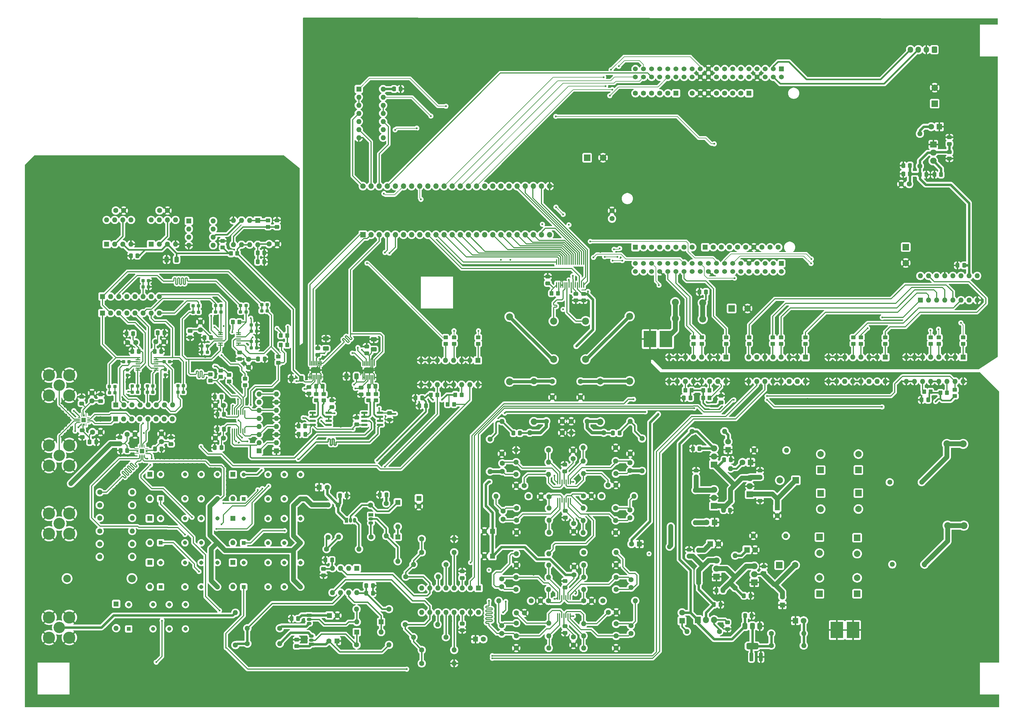
<source format=gbr>
%TF.GenerationSoftware,KiCad,Pcbnew,8.0.5*%
%TF.CreationDate,2024-12-06T02:00:11+01:00*%
%TF.ProjectId,ImpedanceAnalyzer,496d7065-6461-46e6-9365-416e616c797a,rev?*%
%TF.SameCoordinates,Original*%
%TF.FileFunction,Copper,L1,Top*%
%TF.FilePolarity,Positive*%
%FSLAX46Y46*%
G04 Gerber Fmt 4.6, Leading zero omitted, Abs format (unit mm)*
G04 Created by KiCad (PCBNEW 8.0.5) date 2024-12-06 02:00:11*
%MOMM*%
%LPD*%
G01*
G04 APERTURE LIST*
G04 Aperture macros list*
%AMRoundRect*
0 Rectangle with rounded corners*
0 $1 Rounding radius*
0 $2 $3 $4 $5 $6 $7 $8 $9 X,Y pos of 4 corners*
0 Add a 4 corners polygon primitive as box body*
4,1,4,$2,$3,$4,$5,$6,$7,$8,$9,$2,$3,0*
0 Add four circle primitives for the rounded corners*
1,1,$1+$1,$2,$3*
1,1,$1+$1,$4,$5*
1,1,$1+$1,$6,$7*
1,1,$1+$1,$8,$9*
0 Add four rect primitives between the rounded corners*
20,1,$1+$1,$2,$3,$4,$5,0*
20,1,$1+$1,$4,$5,$6,$7,0*
20,1,$1+$1,$6,$7,$8,$9,0*
20,1,$1+$1,$8,$9,$2,$3,0*%
G04 Aperture macros list end*
%TA.AperFunction,ComponentPad*%
%ADD10R,2.000000X1.905000*%
%TD*%
%TA.AperFunction,ComponentPad*%
%ADD11O,2.000000X1.905000*%
%TD*%
%TA.AperFunction,ComponentPad*%
%ADD12R,1.600000X1.600000*%
%TD*%
%TA.AperFunction,ComponentPad*%
%ADD13O,1.600000X1.600000*%
%TD*%
%TA.AperFunction,SMDPad,CuDef*%
%ADD14RoundRect,0.062500X-0.375000X-0.062500X0.375000X-0.062500X0.375000X0.062500X-0.375000X0.062500X0*%
%TD*%
%TA.AperFunction,SMDPad,CuDef*%
%ADD15RoundRect,0.062500X-0.062500X-0.375000X0.062500X-0.375000X0.062500X0.375000X-0.062500X0.375000X0*%
%TD*%
%TA.AperFunction,HeatsinkPad*%
%ADD16R,1.450000X1.450000*%
%TD*%
%TA.AperFunction,ComponentPad*%
%ADD17C,1.600000*%
%TD*%
%TA.AperFunction,SMDPad,CuDef*%
%ADD18RoundRect,0.250000X-0.475000X0.337500X-0.475000X-0.337500X0.475000X-0.337500X0.475000X0.337500X0*%
%TD*%
%TA.AperFunction,SMDPad,CuDef*%
%ADD19RoundRect,0.250000X0.337500X0.475000X-0.337500X0.475000X-0.337500X-0.475000X0.337500X-0.475000X0*%
%TD*%
%TA.AperFunction,SMDPad,CuDef*%
%ADD20RoundRect,0.250000X0.475000X-0.337500X0.475000X0.337500X-0.475000X0.337500X-0.475000X-0.337500X0*%
%TD*%
%TA.AperFunction,SMDPad,CuDef*%
%ADD21RoundRect,0.250000X-0.412500X-0.650000X0.412500X-0.650000X0.412500X0.650000X-0.412500X0.650000X0*%
%TD*%
%TA.AperFunction,SMDPad,CuDef*%
%ADD22RoundRect,0.250000X0.650000X-0.412500X0.650000X0.412500X-0.650000X0.412500X-0.650000X-0.412500X0*%
%TD*%
%TA.AperFunction,SMDPad,CuDef*%
%ADD23RoundRect,0.250000X-0.337500X-0.475000X0.337500X-0.475000X0.337500X0.475000X-0.337500X0.475000X0*%
%TD*%
%TA.AperFunction,ComponentPad*%
%ADD24R,1.700000X1.700000*%
%TD*%
%TA.AperFunction,ComponentPad*%
%ADD25O,1.700000X1.700000*%
%TD*%
%TA.AperFunction,ComponentPad*%
%ADD26C,1.700000*%
%TD*%
%TA.AperFunction,ComponentPad*%
%ADD27R,2.000000X2.000000*%
%TD*%
%TA.AperFunction,ComponentPad*%
%ADD28C,2.000000*%
%TD*%
%TA.AperFunction,SMDPad,CuDef*%
%ADD29RoundRect,0.375000X-0.375000X0.625000X-0.375000X-0.625000X0.375000X-0.625000X0.375000X0.625000X0*%
%TD*%
%TA.AperFunction,SMDPad,CuDef*%
%ADD30RoundRect,0.500000X-1.400000X0.500000X-1.400000X-0.500000X1.400000X-0.500000X1.400000X0.500000X0*%
%TD*%
%TA.AperFunction,SMDPad,CuDef*%
%ADD31R,4.000000X5.200000*%
%TD*%
%TA.AperFunction,SMDPad,CuDef*%
%ADD32RoundRect,0.100000X0.637500X0.100000X-0.637500X0.100000X-0.637500X-0.100000X0.637500X-0.100000X0*%
%TD*%
%TA.AperFunction,SMDPad,CuDef*%
%ADD33RoundRect,0.237500X0.300000X0.237500X-0.300000X0.237500X-0.300000X-0.237500X0.300000X-0.237500X0*%
%TD*%
%TA.AperFunction,SMDPad,CuDef*%
%ADD34RoundRect,0.250000X0.450000X-0.350000X0.450000X0.350000X-0.450000X0.350000X-0.450000X-0.350000X0*%
%TD*%
%TA.AperFunction,SMDPad,CuDef*%
%ADD35RoundRect,0.250000X0.350000X0.450000X-0.350000X0.450000X-0.350000X-0.450000X0.350000X-0.450000X0*%
%TD*%
%TA.AperFunction,ComponentPad*%
%ADD36R,1.500000X1.050000*%
%TD*%
%TA.AperFunction,ComponentPad*%
%ADD37O,1.500000X1.050000*%
%TD*%
%TA.AperFunction,ComponentPad*%
%ADD38C,2.200000*%
%TD*%
%TA.AperFunction,SMDPad,CuDef*%
%ADD39RoundRect,0.250000X-0.350000X-0.450000X0.350000X-0.450000X0.350000X0.450000X-0.350000X0.450000X0*%
%TD*%
%TA.AperFunction,SMDPad,CuDef*%
%ADD40RoundRect,0.237500X-0.300000X-0.237500X0.300000X-0.237500X0.300000X0.237500X-0.300000X0.237500X0*%
%TD*%
%TA.AperFunction,SMDPad,CuDef*%
%ADD41RoundRect,0.100000X0.100000X-0.637500X0.100000X0.637500X-0.100000X0.637500X-0.100000X-0.637500X0*%
%TD*%
%TA.AperFunction,ComponentPad*%
%ADD42O,2.200000X2.200000*%
%TD*%
%TA.AperFunction,SMDPad,CuDef*%
%ADD43RoundRect,0.075000X0.075000X-0.650000X0.075000X0.650000X-0.075000X0.650000X-0.075000X-0.650000X0*%
%TD*%
%TA.AperFunction,ComponentPad*%
%ADD44C,0.500000*%
%TD*%
%TA.AperFunction,SMDPad,CuDef*%
%ADD45RoundRect,0.250000X1.175000X-0.575000X1.175000X0.575000X-1.175000X0.575000X-1.175000X-0.575000X0*%
%TD*%
%TA.AperFunction,SMDPad,CuDef*%
%ADD46RoundRect,0.150000X-0.825000X-0.150000X0.825000X-0.150000X0.825000X0.150000X-0.825000X0.150000X0*%
%TD*%
%TA.AperFunction,SMDPad,CuDef*%
%ADD47RoundRect,0.250000X-0.450000X0.350000X-0.450000X-0.350000X0.450000X-0.350000X0.450000X0.350000X0*%
%TD*%
%TA.AperFunction,ComponentPad*%
%ADD48C,3.556000*%
%TD*%
%TA.AperFunction,ComponentPad*%
%ADD49C,3.810000*%
%TD*%
%TA.AperFunction,ComponentPad*%
%ADD50R,1.800000X1.800000*%
%TD*%
%TA.AperFunction,ComponentPad*%
%ADD51C,1.800000*%
%TD*%
%TA.AperFunction,ComponentPad*%
%ADD52R,1.308000X1.308000*%
%TD*%
%TA.AperFunction,ComponentPad*%
%ADD53C,1.308000*%
%TD*%
%TA.AperFunction,SMDPad,CuDef*%
%ADD54RoundRect,0.100000X-0.637500X-0.100000X0.637500X-0.100000X0.637500X0.100000X-0.637500X0.100000X0*%
%TD*%
%TA.AperFunction,ComponentPad*%
%ADD55O,2.000000X2.000000*%
%TD*%
%TA.AperFunction,ComponentPad*%
%ADD56R,1.605000X1.605000*%
%TD*%
%TA.AperFunction,ComponentPad*%
%ADD57C,1.605000*%
%TD*%
%TA.AperFunction,ComponentPad*%
%ADD58R,1.530000X1.530000*%
%TD*%
%TA.AperFunction,ComponentPad*%
%ADD59C,1.530000*%
%TD*%
%TA.AperFunction,SMDPad,CuDef*%
%ADD60RoundRect,0.100000X-0.100000X0.637500X-0.100000X-0.637500X0.100000X-0.637500X0.100000X0.637500X0*%
%TD*%
%TA.AperFunction,ComponentPad*%
%ADD61C,1.550000*%
%TD*%
%TA.AperFunction,SMDPad,CuDef*%
%ADD62RoundRect,0.237500X0.237500X-0.300000X0.237500X0.300000X-0.237500X0.300000X-0.237500X-0.300000X0*%
%TD*%
%TA.AperFunction,ComponentPad*%
%ADD63C,2.175000*%
%TD*%
%TA.AperFunction,SMDPad,CuDef*%
%ADD64R,0.450000X1.750000*%
%TD*%
%TA.AperFunction,SMDPad,CuDef*%
%ADD65RoundRect,0.250000X-0.325000X-1.100000X0.325000X-1.100000X0.325000X1.100000X-0.325000X1.100000X0*%
%TD*%
%TA.AperFunction,ComponentPad*%
%ADD66R,1.050000X1.500000*%
%TD*%
%TA.AperFunction,ComponentPad*%
%ADD67O,1.050000X1.500000*%
%TD*%
%TA.AperFunction,ComponentPad*%
%ADD68R,1.905000X2.000000*%
%TD*%
%TA.AperFunction,ComponentPad*%
%ADD69O,1.905000X2.000000*%
%TD*%
%TA.AperFunction,ComponentPad*%
%ADD70C,2.400000*%
%TD*%
%TA.AperFunction,ComponentPad*%
%ADD71O,2.400000X2.400000*%
%TD*%
%TA.AperFunction,SMDPad,CuDef*%
%ADD72RoundRect,0.250000X0.412500X0.650000X-0.412500X0.650000X-0.412500X-0.650000X0.412500X-0.650000X0*%
%TD*%
%TA.AperFunction,SMDPad,CuDef*%
%ADD73RoundRect,0.237500X-0.237500X0.300000X-0.237500X-0.300000X0.237500X-0.300000X0.237500X0.300000X0*%
%TD*%
%TA.AperFunction,SMDPad,CuDef*%
%ADD74RoundRect,0.062500X0.062500X-0.375000X0.062500X0.375000X-0.062500X0.375000X-0.062500X-0.375000X0*%
%TD*%
%TA.AperFunction,SMDPad,CuDef*%
%ADD75RoundRect,0.062500X0.375000X-0.062500X0.375000X0.062500X-0.375000X0.062500X-0.375000X-0.062500X0*%
%TD*%
%TA.AperFunction,ComponentPad*%
%ADD76RoundRect,0.250000X0.600000X0.725000X-0.600000X0.725000X-0.600000X-0.725000X0.600000X-0.725000X0*%
%TD*%
%TA.AperFunction,ComponentPad*%
%ADD77O,1.700000X1.950000*%
%TD*%
%TA.AperFunction,ViaPad*%
%ADD78C,0.600000*%
%TD*%
%TA.AperFunction,ViaPad*%
%ADD79C,1.000000*%
%TD*%
%TA.AperFunction,Conductor*%
%ADD80C,0.300000*%
%TD*%
%TA.AperFunction,Conductor*%
%ADD81C,0.500000*%
%TD*%
%TA.AperFunction,Conductor*%
%ADD82C,0.350000*%
%TD*%
%TA.AperFunction,Conductor*%
%ADD83C,0.400000*%
%TD*%
%TA.AperFunction,Conductor*%
%ADD84C,0.800000*%
%TD*%
%TA.AperFunction,Conductor*%
%ADD85C,0.200000*%
%TD*%
%TA.AperFunction,Conductor*%
%ADD86C,1.500000*%
%TD*%
%TA.AperFunction,Conductor*%
%ADD87C,0.375000*%
%TD*%
%TA.AperFunction,Conductor*%
%ADD88C,1.000000*%
%TD*%
%TA.AperFunction,Conductor*%
%ADD89C,0.600000*%
%TD*%
G04 APERTURE END LIST*
D10*
%TO.P,U21,1,GND*%
%TO.N,GNDA*%
X305370000Y-82630000D03*
D11*
%TO.P,U21,2,VO*%
%TO.N,/Digital/+3V3*%
X305370000Y-85170000D03*
%TO.P,U21,3,VI*%
%TO.N,/+5V_MW*%
X305370000Y-87710000D03*
%TD*%
D12*
%TO.P,D9,1,K*%
%TO.N,/ADC Range/+12V*%
X86110000Y-186030000D03*
D13*
%TO.P,D9,2,A*%
%TO.N,Net-(D9-A)*%
X86110000Y-193650000D03*
%TD*%
D12*
%TO.P,D13,1,K*%
%TO.N,/ADC Range/+12V*%
X86110000Y-199830000D03*
D13*
%TO.P,D13,2,A*%
%TO.N,Net-(D13-A)*%
X86110000Y-207450000D03*
%TD*%
D14*
%TO.P,U35,1,A2*%
%TO.N,Net-(U35-A2)*%
X37982500Y-168250000D03*
%TO.P,U35,2,IN+*%
%TO.N,/ADC Range/DUT_L_POT*%
X37982500Y-168750000D03*
%TO.P,U35,3,IN-*%
%TO.N,/ADC Range/DUT_H_POT*%
X37982500Y-169250000D03*
%TO.P,U35,4,A0*%
%TO.N,Net-(U35-A0)*%
X37982500Y-169750000D03*
D15*
%TO.P,U35,5,A1*%
%TO.N,Net-(U35-A1)*%
X38670000Y-170437500D03*
%TO.P,U35,6,VS+*%
%TO.N,/ADC Range/+12V*%
X39170000Y-170437500D03*
%TO.P,U35,7,LVDD*%
X39670000Y-170437500D03*
%TO.P,U35,8,NC*%
%TO.N,unconnected-(U35-NC-Pad8)*%
X40170000Y-170437500D03*
D14*
%TO.P,U35,9,FDA_IN-*%
%TO.N,unconnected-(U35-FDA_IN--Pad9)*%
X40857500Y-169750000D03*
%TO.P,U35,10,OUT+*%
%TO.N,/ADC Range/V_DUT_POS*%
X40857500Y-169250000D03*
%TO.P,U35,11,OUT-*%
%TO.N,/ADC Range/V_DUT_NEG*%
X40857500Y-168750000D03*
%TO.P,U35,12,FDA_IN+*%
%TO.N,unconnected-(U35-FDA_IN+-Pad12)*%
X40857500Y-168250000D03*
D15*
%TO.P,U35,13,VOCM*%
%TO.N,GNDA*%
X40170000Y-167562500D03*
%TO.P,U35,14,LVSS*%
%TO.N,/ADC Range/-12V*%
X39670000Y-167562500D03*
%TO.P,U35,15,VS-*%
X39170000Y-167562500D03*
%TO.P,U35,16,DGND*%
%TO.N,GNDA*%
X38670000Y-167562500D03*
D16*
%TO.P,U35,17,THERMALPAD*%
%TO.N,unconnected-(U35-THERMALPAD-Pad17)*%
X39420000Y-169000000D03*
%TD*%
D17*
%TO.P,R18,1*%
%TO.N,Net-(D18-K)*%
X124830000Y-239440000D03*
D13*
%TO.P,R18,2*%
%TO.N,/ADC/-5V*%
X134990000Y-239440000D03*
%TD*%
D18*
%TO.P,C22,1*%
%TO.N,/ADC/+6V*%
X135130000Y-166785000D03*
%TO.P,C22,2*%
%TO.N,GNDA*%
X135130000Y-168860000D03*
%TD*%
D19*
%TO.P,C175,1*%
%TO.N,/ADC Range/+12V*%
X229367500Y-162060000D03*
%TO.P,C175,2*%
%TO.N,GNDA*%
X227292500Y-162060000D03*
%TD*%
D20*
%TO.P,C127,1*%
%TO.N,GNDA*%
X190110000Y-235677500D03*
%TO.P,C127,2*%
%TO.N,/ADC/-5V*%
X190110000Y-233602500D03*
%TD*%
D17*
%TO.P,C102,1*%
%TO.N,Net-(C102-Pad1)*%
X194930000Y-156860000D03*
%TO.P,C102,2*%
%TO.N,GNDA*%
X194930000Y-161860000D03*
%TD*%
%TO.P,R65,1*%
%TO.N,Net-(C112-Pad1)*%
X206070000Y-222040000D03*
D13*
%TO.P,R65,2*%
%TO.N,Net-(U14A-+)*%
X195910000Y-222040000D03*
%TD*%
D19*
%TO.P,C79,1*%
%TO.N,/ADC/+5V*%
X54882500Y-141850000D03*
%TO.P,C79,2*%
%TO.N,GNDA*%
X52807500Y-141850000D03*
%TD*%
D17*
%TO.P,R31,1*%
%TO.N,/ADC/+2V5*%
X254650000Y-235860000D03*
D13*
%TO.P,R31,2*%
%TO.N,Net-(D19-A)*%
X264810000Y-235860000D03*
%TD*%
D21*
%TO.P,C9,1*%
%TO.N,GNDA*%
X121687500Y-155250000D03*
%TO.P,C9,2*%
%TO.N,/ADC/5VREF*%
X124812500Y-155250000D03*
%TD*%
D17*
%TO.P,R77,1*%
%TO.N,/DAC/DAC_P*%
X174830000Y-236640000D03*
D13*
%TO.P,R77,2*%
%TO.N,Net-(U14C--)*%
X184990000Y-236640000D03*
%TD*%
D17*
%TO.P,C110,1*%
%TO.N,GNDA*%
X198410000Y-225640000D03*
%TO.P,C110,2*%
%TO.N,Net-(U14A-+)*%
X195910000Y-225640000D03*
%TD*%
D22*
%TO.P,C86,1*%
%TO.N,/ADC/+2V5*%
X130250000Y-146812500D03*
%TO.P,C86,2*%
%TO.N,GNDA*%
X130250000Y-143687500D03*
%TD*%
D23*
%TO.P,C173,1*%
%TO.N,GNDA*%
X312962500Y-120500000D03*
%TO.P,C173,2*%
%TO.N,/Digital/+3V3*%
X315037500Y-120500000D03*
%TD*%
D17*
%TO.P,R32,1*%
%TO.N,GNDA*%
X249250000Y-178460000D03*
D13*
%TO.P,R32,2*%
%TO.N,Net-(C17-Pad2)*%
X259410000Y-178460000D03*
%TD*%
D23*
%TO.P,C62,1*%
%TO.N,GNDA*%
X77220000Y-143150000D03*
%TO.P,C62,2*%
%TO.N,/ADC/-5V*%
X79295000Y-143150000D03*
%TD*%
D24*
%TO.P,M1,1,PIO1*%
%TO.N,/ADC/ADC2SCK*%
X126810000Y-110880000D03*
D25*
%TO.P,M1,2,PIO2*%
%TO.N,/ADC/ADC2MISO*%
X129350000Y-110880000D03*
%TO.P,M1,3,PIO3*%
%TO.N,/ADC/ADCCNV*%
X131890000Y-110880000D03*
%TO.P,M1,4,PIO4*%
%TO.N,/ADC/ADC1SCK*%
X134430000Y-110880000D03*
%TO.P,M1,5,PIO5*%
%TO.N,/ADC/ADC1MISO*%
X136970000Y-110880000D03*
%TO.P,M1,6,PIO6*%
%TO.N,unconnected-(M1-PIO6-Pad6)*%
X139510000Y-110880000D03*
%TO.P,M1,7,PIO7*%
%TO.N,unconnected-(M1-PIO7-Pad7)*%
X142050000Y-110880000D03*
%TO.P,M1,8,PIO8*%
%TO.N,unconnected-(M1-PIO8-Pad8)*%
X144590000Y-110880000D03*
%TO.P,M1,9,PIO9*%
%TO.N,/DAC/CLK*%
X147130000Y-110880000D03*
%TO.P,M1,10,PIO10*%
%TO.N,/DAC/DB0*%
X149670000Y-110880000D03*
%TO.P,M1,11,PIO11*%
%TO.N,/DAC/DB1*%
X152210000Y-110880000D03*
%TO.P,M1,12,PIO12*%
%TO.N,/DAC/DB2*%
X154750000Y-110880000D03*
%TO.P,M1,13,PIO13*%
%TO.N,/DAC/DB3*%
X157290000Y-110880000D03*
%TO.P,M1,14,PIO14*%
%TO.N,/DAC/DB4*%
X159830000Y-110880000D03*
%TO.P,M1,15,AIN/NP15*%
%TO.N,unconnected-(M1-AIN{slash}NP15-Pad15)*%
X162370000Y-110880000D03*
%TO.P,M1,16,AIN/NP16*%
%TO.N,unconnected-(M1-AIN{slash}NP16-Pad16)*%
X164910000Y-110880000D03*
%TO.P,M1,17,PIO17*%
%TO.N,/DAC/DB5*%
X167450000Y-110880000D03*
%TO.P,M1,18,PIO18*%
%TO.N,/DAC/DB6*%
X169990000Y-110880000D03*
%TO.P,M1,19,PIO19*%
%TO.N,/DAC/DB7*%
X172530000Y-110880000D03*
%TO.P,M1,20,PIO20*%
%TO.N,/DAC/DB8*%
X175070000Y-110880000D03*
%TO.P,M1,21,PIO21*%
%TO.N,/DAC/DB9*%
X177610000Y-110880000D03*
%TO.P,M1,22,PIO22*%
%TO.N,/DAC/DB10*%
X180150000Y-110880000D03*
%TO.P,M1,23,PIO23*%
%TO.N,/DAC/DB11*%
X182690000Y-110880000D03*
%TO.P,M1,24,VU*%
%TO.N,/+5V_MW*%
X185230000Y-110880000D03*
%TO.P,M1,25,GND*%
%TO.N,GNDA*%
X185230000Y-95640000D03*
%TO.P,M1,26,PIO26*%
%TO.N,/DAC/DB14*%
X182690000Y-95640000D03*
%TO.P,M1,27,PIO27*%
%TO.N,/DAC/DB15*%
X180150000Y-95640000D03*
%TO.P,M1,28,PIO28*%
%TO.N,/DAC/DB13*%
X177610000Y-95640000D03*
%TO.P,M1,29,PIO29*%
%TO.N,/DAC/DB12*%
X175070000Y-95640000D03*
%TO.P,M1,30,PIO30*%
%TO.N,/Digital/DB15*%
X172530000Y-95640000D03*
%TO.P,M1,31,PIO31*%
%TO.N,/Digital/DB14*%
X169990000Y-95640000D03*
%TO.P,M1,32,PIO32*%
%TO.N,/Digital/DB13*%
X167450000Y-95640000D03*
%TO.P,M1,33,PIO33*%
%TO.N,/Digital/DB12*%
X164910000Y-95640000D03*
%TO.P,M1,34,PIO34*%
%TO.N,/Digital/DB11*%
X162370000Y-95640000D03*
%TO.P,M1,35,PIO35*%
%TO.N,/Digital/DB10*%
X159830000Y-95640000D03*
%TO.P,M1,36,PIO36*%
%TO.N,/Digital/DB9*%
X157290000Y-95640000D03*
%TO.P,M1,37,PIO37*%
%TO.N,/Digital/DB8*%
X154750000Y-95640000D03*
%TO.P,M1,38,PIO38*%
%TO.N,/Digital/DB7*%
X152210000Y-95640000D03*
%TO.P,M1,39,PIO39*%
%TO.N,/Digital/DB6*%
X149670000Y-95640000D03*
%TO.P,M1,40,PIO40*%
%TO.N,/Digital/DB5*%
X147130000Y-95640000D03*
%TO.P,M1,41,PIO41*%
%TO.N,/Digital/DB4*%
X144590000Y-95640000D03*
%TO.P,M1,42,PIO42*%
%TO.N,/Digital/DB3*%
X142050000Y-95640000D03*
%TO.P,M1,43,PIO43*%
%TO.N,/Digital/DB2*%
X139510000Y-95640000D03*
%TO.P,M1,44,PIO44*%
%TO.N,/Digital/DB1*%
X136970000Y-95640000D03*
%TO.P,M1,45,PIO45*%
%TO.N,/Digital/DB0*%
X134430000Y-95640000D03*
%TO.P,M1,46,PIO46*%
%TO.N,Net-(M1-PIO46)*%
X131890000Y-95640000D03*
%TO.P,M1,47,PIO47*%
%TO.N,Net-(M1-PIO47)*%
X129350000Y-95640000D03*
D26*
%TO.P,M1,48,PIO48*%
%TO.N,Net-(M1-PIO48)*%
X126810000Y-95640000D03*
%TD*%
D27*
%TO.P,C43,1*%
%TO.N,Net-(C20-Pad1)*%
X281530000Y-205860000D03*
D28*
%TO.P,C43,2*%
%TO.N,Net-(U19-VI)*%
X281530000Y-210860000D03*
%TD*%
D29*
%TO.P,U28,1,GND*%
%TO.N,GNDA*%
X251030000Y-233560000D03*
%TO.P,U28,2,VO*%
%TO.N,/ADC/+2V5*%
X248730000Y-233560000D03*
D30*
X248730000Y-239860000D03*
D29*
%TO.P,U28,3,VI*%
%TO.N,/ADC/+5V*%
X246430000Y-233560000D03*
%TD*%
D17*
%TO.P,R43,1*%
%TO.N,GNDA*%
X210530000Y-179540000D03*
D13*
%TO.P,R43,2*%
%TO.N,Net-(C96-Pad2)*%
X210530000Y-169380000D03*
%TD*%
D31*
%TO.P,GND_LINK2,1*%
%TO.N,GNDA*%
X280250000Y-234800000D03*
%TO.P,GND_LINK2,2*%
X275200000Y-234800000D03*
%TD*%
D12*
%TO.P,R27,1*%
%TO.N,GNDA*%
X99720000Y-178610000D03*
D13*
%TO.P,R27,2*%
%TO.N,Net-(U9A--)*%
X99720000Y-176070000D03*
%TO.P,R27,3*%
%TO.N,GNDA*%
X99720000Y-173530000D03*
%TO.P,R27,4*%
%TO.N,Net-(U9B--)*%
X99720000Y-170990000D03*
%TO.P,R27,5*%
%TO.N,GNDA*%
X99720000Y-168450000D03*
%TO.P,R27,6*%
%TO.N,Net-(U9C--)*%
X99720000Y-165910000D03*
%TO.P,R27,7*%
%TO.N,GNDA*%
X99720000Y-163370000D03*
%TO.P,R27,8*%
%TO.N,Net-(U9D--)*%
X99720000Y-160830000D03*
%TD*%
D12*
%TO.P,R25,1*%
%TO.N,Net-(C200-Pad1)*%
X49440000Y-164250000D03*
D13*
%TO.P,R25,2*%
%TO.N,Net-(U11A-+)*%
X51980000Y-164250000D03*
%TO.P,R25,3*%
%TO.N,Net-(C199-Pad1)*%
X54520000Y-164250000D03*
%TO.P,R25,4*%
%TO.N,Net-(U11B-+)*%
X57060000Y-164250000D03*
%TO.P,R25,5*%
%TO.N,Net-(C201-Pad1)*%
X59600000Y-164250000D03*
%TO.P,R25,6*%
%TO.N,Net-(U11C-+)*%
X62140000Y-164250000D03*
%TO.P,R25,7*%
%TO.N,Net-(C202-Pad1)*%
X64680000Y-164250000D03*
%TO.P,R25,8*%
%TO.N,Net-(U11D-+)*%
X67220000Y-164250000D03*
%TD*%
D17*
%TO.P,R79,1*%
%TO.N,/ADC Range/+12V*%
X241930000Y-194340000D03*
D13*
%TO.P,R79,2*%
%TO.N,Net-(D1-A)*%
X241930000Y-184180000D03*
%TD*%
D32*
%TO.P,U8,1*%
%TO.N,Net-(U8A--)*%
X87920000Y-145500000D03*
%TO.P,U8,2,-*%
X87920000Y-144850000D03*
%TO.P,U8,3,+*%
%TO.N,Net-(U8A-+)*%
X87920000Y-144200000D03*
%TO.P,U8,4,V+*%
%TO.N,/ADC/+5V*%
X87920000Y-143550000D03*
%TO.P,U8,5,+*%
%TO.N,Net-(U8B-+)*%
X87920000Y-142900000D03*
%TO.P,U8,6,-*%
%TO.N,Net-(U8B--)*%
X87920000Y-142250000D03*
%TO.P,U8,7*%
X87920000Y-141600000D03*
%TO.P,U8,8*%
%TO.N,Net-(U8C--)*%
X82195000Y-141600000D03*
%TO.P,U8,9,-*%
X82195000Y-142250000D03*
%TO.P,U8,10,+*%
%TO.N,Net-(U8C-+)*%
X82195000Y-142900000D03*
%TO.P,U8,11,V-*%
%TO.N,/ADC/-5V*%
X82195000Y-143550000D03*
%TO.P,U8,12,+*%
%TO.N,Net-(U8D-+)*%
X82195000Y-144200000D03*
%TO.P,U8,13,-*%
%TO.N,Net-(U8D--)*%
X82195000Y-144850000D03*
%TO.P,U8,14*%
X82195000Y-145500000D03*
%TD*%
D33*
%TO.P,C58,1*%
%TO.N,Net-(C210-Pad1)*%
X75382500Y-135150000D03*
%TO.P,C58,2*%
%TO.N,Net-(U8D--)*%
X73657500Y-135150000D03*
%TD*%
D23*
%TO.P,C139,1*%
%TO.N,GNDA*%
X296000000Y-89200000D03*
%TO.P,C139,2*%
%TO.N,/Digital/+3V3*%
X298075000Y-89200000D03*
%TD*%
D20*
%TO.P,C161,1*%
%TO.N,/ADC Range/-12V*%
X44750000Y-163037500D03*
%TO.P,C161,2*%
%TO.N,GNDA*%
X44750000Y-160962500D03*
%TD*%
D27*
%TO.P,C45,1*%
%TO.N,Net-(C20-Pad1)*%
X269730000Y-205660000D03*
D28*
%TO.P,C45,2*%
%TO.N,Net-(U19-VI)*%
X269730000Y-210660000D03*
%TD*%
D17*
%TO.P,R28,1*%
%TO.N,Net-(U34B--)*%
X90630000Y-239040000D03*
D13*
%TO.P,R28,2*%
%TO.N,Net-(Q4-E)*%
X100790000Y-239040000D03*
%TD*%
D34*
%TO.P,R109,1*%
%TO.N,Net-(R109-Pad1)*%
X314730000Y-145060000D03*
%TO.P,R109,2*%
%TO.N,/DRE*%
X314730000Y-143060000D03*
%TD*%
D17*
%TO.P,C123,1*%
%TO.N,GNDA*%
X192790000Y-203890000D03*
%TO.P,C123,2*%
%TO.N,/ADC/-5V*%
X192790000Y-201390000D03*
%TD*%
D20*
%TO.P,C170,1*%
%TO.N,/ADC Range/+12V*%
X66750000Y-176537500D03*
%TO.P,C170,2*%
%TO.N,GNDA*%
X66750000Y-174462500D03*
%TD*%
D35*
%TO.P,R9,1*%
%TO.N,Net-(U8B--)*%
X88120000Y-138250000D03*
%TO.P,R9,2*%
%TO.N,Net-(U9B-+)*%
X86120000Y-138250000D03*
%TD*%
D23*
%TO.P,C33,1*%
%TO.N,/ADC/+5V*%
X93872500Y-116600000D03*
%TO.P,C33,2*%
%TO.N,GNDA*%
X95947500Y-116600000D03*
%TD*%
D36*
%TO.P,Q4,1,C*%
%TO.N,/ADC/-5V*%
X110710000Y-239240000D03*
D37*
%TO.P,Q4,2,B*%
%TO.N,Net-(D18-K)*%
X110710000Y-237970000D03*
%TO.P,Q4,3,E*%
%TO.N,Net-(Q4-E)*%
X110710000Y-236700000D03*
%TD*%
D17*
%TO.P,C74,1*%
%TO.N,/ADC/+5V*%
X63150000Y-103290000D03*
%TO.P,C74,2*%
%TO.N,GNDA*%
X65650000Y-103290000D03*
%TD*%
%TO.P,R49,1*%
%TO.N,GNDA*%
X205950000Y-177640000D03*
D13*
%TO.P,R49,2*%
%TO.N,Net-(U17A--)*%
X195790000Y-177640000D03*
%TD*%
D17*
%TO.P,R61,1*%
%TO.N,Net-(C108-Pad2)*%
X174910000Y-200377500D03*
D13*
%TO.P,R61,2*%
%TO.N,Net-(U17C--)*%
X185070000Y-200377500D03*
%TD*%
D20*
%TO.P,C176,1*%
%TO.N,/ADC Range/+12V*%
X238900000Y-163437500D03*
%TO.P,C176,2*%
%TO.N,GNDA*%
X238900000Y-161362500D03*
%TD*%
D17*
%TO.P,R51,1*%
%TO.N,Net-(C100-Pad2)*%
X205950000Y-181840000D03*
D13*
%TO.P,R51,2*%
%TO.N,Net-(U17A--)*%
X195790000Y-181840000D03*
%TD*%
D34*
%TO.P,R4,1*%
%TO.N,Net-(U4B--)*%
X114605000Y-162825000D03*
%TO.P,R4,2*%
%TO.N,Net-(U2-AIN-)*%
X114605000Y-160825000D03*
%TD*%
D38*
%TO.P,L3,2,1*%
%TO.N,/DAC/VOUT+*%
X196530000Y-137960000D03*
%TO.P,L3,4,2*%
%TO.N,/DAC/VOUT-*%
X186530000Y-137960000D03*
%TO.P,L3,7,4*%
%TO.N,Net-(L3-4)*%
X186530000Y-149960000D03*
%TO.P,L3,9,3*%
%TO.N,Net-(L3-3)*%
X196530000Y-149960000D03*
%TD*%
D39*
%TO.P,R42,1*%
%TO.N,Net-(U6-REFOUT)*%
X185886250Y-129266250D03*
%TO.P,R42,2*%
%TO.N,Net-(U6-IREFIN)*%
X187886250Y-129266250D03*
%TD*%
D17*
%TO.P,R47,1*%
%TO.N,Net-(C100-Pad1)*%
X206000000Y-185777500D03*
D13*
%TO.P,R47,2*%
%TO.N,Net-(U17A-+)*%
X195840000Y-185777500D03*
%TD*%
D12*
%TO.P,D17,1,K*%
%TO.N,Net-(D17-K)*%
X132520000Y-232240000D03*
D13*
%TO.P,D17,2,A*%
%TO.N,Net-(D17-A)*%
X124900000Y-232240000D03*
%TD*%
D40*
%TO.P,C55,1*%
%TO.N,Net-(U8C-+)*%
X57995000Y-125250000D03*
%TO.P,C55,2*%
%TO.N,GNDA*%
X59720000Y-125250000D03*
%TD*%
D41*
%TO.P,U9,1*%
%TO.N,Net-(U3A-+)*%
X85970000Y-172335000D03*
%TO.P,U9,2,-*%
%TO.N,Net-(U9A--)*%
X86620000Y-172335000D03*
%TO.P,U9,3,+*%
%TO.N,Net-(U9A-+)*%
X87270000Y-172335000D03*
%TO.P,U9,4,V+*%
%TO.N,/ADC/+5V*%
X87920000Y-172335000D03*
%TO.P,U9,5,+*%
%TO.N,Net-(U9B-+)*%
X88570000Y-172335000D03*
%TO.P,U9,6,-*%
%TO.N,Net-(U9B--)*%
X89220000Y-172335000D03*
%TO.P,U9,7*%
%TO.N,Net-(U3B-+)*%
X89870000Y-172335000D03*
%TO.P,U9,8*%
%TO.N,Net-(U4A-+)*%
X89870000Y-166610000D03*
%TO.P,U9,9,-*%
%TO.N,Net-(U9C--)*%
X89220000Y-166610000D03*
%TO.P,U9,10,+*%
%TO.N,Net-(U9C-+)*%
X88570000Y-166610000D03*
%TO.P,U9,11,V-*%
%TO.N,/ADC/-5V*%
X87920000Y-166610000D03*
%TO.P,U9,12,+*%
%TO.N,Net-(U9D-+)*%
X87270000Y-166610000D03*
%TO.P,U9,13,-*%
%TO.N,Net-(U9D--)*%
X86620000Y-166610000D03*
%TO.P,U9,14*%
%TO.N,Net-(U4B-+)*%
X85970000Y-166610000D03*
%TD*%
D17*
%TO.P,C108,1*%
%TO.N,Net-(C108-Pad1)*%
X170670000Y-197527500D03*
%TO.P,C108,2*%
%TO.N,Net-(C108-Pad2)*%
X170670000Y-200027500D03*
%TD*%
D38*
%TO.P,L5,1,1*%
%TO.N,Net-(L3-4)*%
X172730000Y-136600000D03*
D42*
%TO.P,L5,2,2*%
%TO.N,Net-(C103-Pad2)*%
X172730000Y-156920000D03*
%TD*%
D23*
%TO.P,C151,1*%
%TO.N,/ADC Range/+12V*%
X239692500Y-197227677D03*
%TO.P,C151,2*%
%TO.N,GNDA*%
X241767500Y-197227677D03*
%TD*%
D43*
%TO.P,U2,1,GND*%
%TO.N,GNDA*%
X110255000Y-155475000D03*
%TO.P,U2,2,REFIN*%
X110755000Y-155475000D03*
%TO.P,U2,3,REFOUT*%
%TO.N,/ADC/5VREF*%
X111255000Y-155475000D03*
%TO.P,U2,4,VDD*%
%TO.N,/ADC/+5V*%
X111755000Y-155475000D03*
%TO.P,U2,5,GND*%
%TO.N,GNDA*%
X112255000Y-155475000D03*
%TO.P,U2,6,AIN+*%
%TO.N,Net-(U2-AIN+)*%
X112755000Y-155475000D03*
%TO.P,U2,7,AIN-*%
%TO.N,Net-(U2-AIN-)*%
X113255000Y-155475000D03*
%TO.P,U2,8,GND*%
%TO.N,GNDA*%
X113755000Y-155475000D03*
%TO.P,U2,9,~{CNV}*%
%TO.N,/ADC/ADCCNV*%
X113755000Y-151175000D03*
%TO.P,U2,10,~{CMOS}/LVDS*%
%TO.N,GNDA*%
X113255000Y-151175000D03*
%TO.P,U2,11,GND*%
X112755000Y-151175000D03*
%TO.P,U2,12,OVDD*%
%TO.N,/ADC/+2V5*%
X112255000Y-151175000D03*
%TO.P,U2,13,SDO-*%
%TO.N,unconnected-(U2-SDO--Pad13)*%
X111755000Y-151175000D03*
%TO.P,U2,14,SDO+*%
%TO.N,/ADC/ADC2MISO*%
X111255000Y-151175000D03*
%TO.P,U2,15,SCK-*%
%TO.N,unconnected-(U2-SCK--Pad15)*%
X110755000Y-151175000D03*
%TO.P,U2,16,SCK+*%
%TO.N,/ADC/ADC2SCK*%
X110255000Y-151175000D03*
D44*
%TO.P,U2,17,GND*%
%TO.N,GNDA*%
X111005000Y-153825000D03*
X112005000Y-153825000D03*
X113005000Y-153825000D03*
D45*
X112005000Y-153325000D03*
D44*
X111005000Y-152825000D03*
X112005000Y-152825000D03*
X113005000Y-152825000D03*
%TD*%
D46*
%TO.P,U4,1*%
%TO.N,Net-(U4A--)*%
X111130000Y-166720000D03*
%TO.P,U4,2,-*%
X111130000Y-167990000D03*
%TO.P,U4,3,+*%
%TO.N,Net-(U4A-+)*%
X111130000Y-169260000D03*
%TO.P,U4,4,V-*%
%TO.N,/ADC/-1V*%
X111130000Y-170530000D03*
%TO.P,U4,5,+*%
%TO.N,Net-(U4B-+)*%
X116080000Y-170530000D03*
%TO.P,U4,6,-*%
%TO.N,Net-(U4B--)*%
X116080000Y-169260000D03*
%TO.P,U4,7*%
X116080000Y-167990000D03*
%TO.P,U4,8,V+*%
%TO.N,/ADC/+6V*%
X116080000Y-166720000D03*
%TD*%
D33*
%TO.P,C52,1*%
%TO.N,GNDA*%
X66307500Y-150695000D03*
%TO.P,C52,2*%
%TO.N,Net-(U11D-+)*%
X64582500Y-150695000D03*
%TD*%
D18*
%TO.P,C165,1*%
%TO.N,/ADC Range/+12V*%
X38920000Y-172212500D03*
%TO.P,C165,2*%
%TO.N,GNDA*%
X38920000Y-174287500D03*
%TD*%
D23*
%TO.P,C164,1*%
%TO.N,/ADC Range/+12V*%
X41282500Y-175850000D03*
%TO.P,C164,2*%
%TO.N,GNDA*%
X43357500Y-175850000D03*
%TD*%
D47*
%TO.P,R16,1*%
%TO.N,Net-(U8D--)*%
X79120000Y-154650000D03*
%TO.P,R16,2*%
%TO.N,Net-(U9D-+)*%
X79120000Y-156650000D03*
%TD*%
D12*
%TO.P,U7,1,NC*%
%TO.N,unconnected-(U7B-NC-Pad1)*%
X60530000Y-113860000D03*
D13*
%TO.P,U7,2,-*%
%TO.N,Net-(U7A--)*%
X63070000Y-113860000D03*
%TO.P,U7,3,+*%
%TO.N,Net-(U5A-+)*%
X65610000Y-113860000D03*
%TO.P,U7,4,V-*%
%TO.N,GNDA*%
X68150000Y-113860000D03*
%TO.P,U7,5,NC*%
%TO.N,unconnected-(U7B-NC-Pad5)*%
X68150000Y-106240000D03*
%TO.P,U7,6*%
%TO.N,Net-(U7A--)*%
X65610000Y-106240000D03*
%TO.P,U7,7,V+*%
%TO.N,/ADC/+5V*%
X63070000Y-106240000D03*
%TO.P,U7,8,NC*%
%TO.N,unconnected-(U7B-NC-Pad8)*%
X60530000Y-106240000D03*
%TD*%
D34*
%TO.P,R100,1*%
%TO.N,Net-(R100-Pad1)*%
X265330000Y-145060000D03*
%TO.P,R100,2*%
%TO.N,/RB2*%
X265330000Y-143060000D03*
%TD*%
D17*
%TO.P,C104,1*%
%TO.N,Net-(C104-Pad1)*%
X197030000Y-169360000D03*
%TO.P,C104,2*%
%TO.N,GNDA*%
X192030000Y-169360000D03*
%TD*%
D12*
%TO.P,U5,1,NC*%
%TO.N,unconnected-(U5B-NC-Pad1)*%
X46610000Y-113860000D03*
D13*
%TO.P,U5,2,-*%
%TO.N,Net-(U5A--)*%
X49150000Y-113860000D03*
%TO.P,U5,3,+*%
%TO.N,Net-(U5A-+)*%
X51690000Y-113860000D03*
%TO.P,U5,4,V-*%
%TO.N,GNDA*%
X54230000Y-113860000D03*
%TO.P,U5,5,NC*%
%TO.N,unconnected-(U5B-NC-Pad5)*%
X54230000Y-106240000D03*
%TO.P,U5,6*%
%TO.N,Net-(U5A--)*%
X51690000Y-106240000D03*
%TO.P,U5,7,V+*%
%TO.N,/ADC/+5V*%
X49150000Y-106240000D03*
%TO.P,U5,8,NC*%
%TO.N,unconnected-(U5B-NC-Pad8)*%
X46610000Y-106240000D03*
%TD*%
D40*
%TO.P,C39,1*%
%TO.N,Net-(C199-Pad1)*%
X54595000Y-160250000D03*
%TO.P,C39,2*%
%TO.N,Net-(U11B--)*%
X56320000Y-160250000D03*
%TD*%
D17*
%TO.P,R50,1*%
%TO.N,Net-(U17B--)*%
X184950000Y-178377500D03*
D13*
%TO.P,R50,2*%
%TO.N,GNDA*%
X174790000Y-178377500D03*
%TD*%
D34*
%TO.P,R17,1*%
%TO.N,Net-(U9C-+)*%
X84920000Y-156850000D03*
%TO.P,R17,2*%
%TO.N,Net-(U7A--)*%
X84920000Y-154850000D03*
%TD*%
D48*
%TO.P,J6,1,In*%
%TO.N,/ADC Range/DUT_H_POT*%
X31745000Y-180075000D03*
D49*
%TO.P,J6,2,Ext*%
%TO.N,GNDA*%
X34920000Y-183250000D03*
X34920000Y-176900000D03*
X28570000Y-183250000D03*
X28570000Y-176900000D03*
%TD*%
D40*
%TO.P,C203,1*%
%TO.N,Net-(U8C-+)*%
X57995000Y-127250000D03*
%TO.P,C203,2*%
%TO.N,GNDA*%
X59720000Y-127250000D03*
%TD*%
D50*
%TO.P,D3,1,K*%
%TO.N,GNDA*%
X236930000Y-201027677D03*
D51*
%TO.P,D3,2,A*%
%TO.N,Net-(D3-A)*%
X234390000Y-201027677D03*
%TD*%
D52*
%TO.P,K4,1*%
%TO.N,Net-(D9-A)*%
X89510000Y-193660000D03*
D53*
%TO.P,K4,4*%
%TO.N,Net-(K4-Pad4)*%
X97130000Y-193660000D03*
%TO.P,K4,6*%
%TO.N,unconnected-(K4-Pad6)*%
X102210000Y-193660000D03*
%TO.P,K4,8*%
%TO.N,/ADC Range/DUT_I_SENSE_+*%
X107290000Y-193660000D03*
%TO.P,K4,9*%
%TO.N,unconnected-(K4-Pad9)*%
X107290000Y-186040000D03*
%TO.P,K4,11*%
%TO.N,unconnected-(K4-Pad11)*%
X102210000Y-186040000D03*
%TO.P,K4,13*%
%TO.N,unconnected-(K4-Pad13)*%
X97130000Y-186040000D03*
%TO.P,K4,16*%
%TO.N,/ADC Range/+12V*%
X89510000Y-186040000D03*
%TD*%
D50*
%TO.P,D6,1,K*%
%TO.N,Net-(D6-K)*%
X247055000Y-209660000D03*
D51*
%TO.P,D6,2,A*%
%TO.N,GNDA*%
X249595000Y-209660000D03*
%TD*%
D23*
%TO.P,C96,1*%
%TO.N,Net-(C104-Pad1)*%
X205092500Y-173060000D03*
%TO.P,C96,2*%
%TO.N,Net-(C96-Pad2)*%
X207167500Y-173060000D03*
%TD*%
D17*
%TO.P,R57,1*%
%TO.N,GNDA*%
X174910000Y-204177500D03*
D13*
%TO.P,R57,2*%
%TO.N,Net-(U17C--)*%
X185070000Y-204177500D03*
%TD*%
D18*
%TO.P,C50,1*%
%TO.N,/ADC/+5V*%
X88197500Y-147772500D03*
%TO.P,C50,2*%
%TO.N,GNDA*%
X88197500Y-149847500D03*
%TD*%
D17*
%TO.P,C172,1*%
%TO.N,/ADC Range/+12V*%
X63750000Y-175750000D03*
%TO.P,C172,2*%
%TO.N,GNDA*%
X63750000Y-173250000D03*
%TD*%
D12*
%TO.P,D15,1,K*%
%TO.N,/ADC Range/+12V*%
X86110000Y-213630000D03*
D13*
%TO.P,D15,2,A*%
%TO.N,Net-(D15-A)*%
X86110000Y-221250000D03*
%TD*%
D17*
%TO.P,R58,1*%
%TO.N,GNDA*%
X205950000Y-204240000D03*
D13*
%TO.P,R58,2*%
%TO.N,Net-(U17D--)*%
X195790000Y-204240000D03*
%TD*%
D54*
%TO.P,U11,1*%
%TO.N,Net-(U11A--)*%
X56382500Y-149446458D03*
%TO.P,U11,2,-*%
X56382500Y-150096458D03*
%TO.P,U11,3,+*%
%TO.N,Net-(U11A-+)*%
X56382500Y-150746458D03*
%TO.P,U11,4,V+*%
%TO.N,/ADC/+5V*%
X56382500Y-151396458D03*
%TO.P,U11,5,+*%
%TO.N,Net-(U11B-+)*%
X56382500Y-152046458D03*
%TO.P,U11,6,-*%
%TO.N,Net-(U11B--)*%
X56382500Y-152696458D03*
%TO.P,U11,7*%
X56382500Y-153346458D03*
%TO.P,U11,8*%
%TO.N,Net-(U11C--)*%
X62107500Y-153346458D03*
%TO.P,U11,9,-*%
X62107500Y-152696458D03*
%TO.P,U11,10,+*%
%TO.N,Net-(U11C-+)*%
X62107500Y-152046458D03*
%TO.P,U11,11,V-*%
%TO.N,/ADC/-5V*%
X62107500Y-151396458D03*
%TO.P,U11,12,+*%
%TO.N,Net-(U11D-+)*%
X62107500Y-150746458D03*
%TO.P,U11,13,-*%
%TO.N,Net-(U11D--)*%
X62107500Y-150096458D03*
%TO.P,U11,14*%
X62107500Y-149446458D03*
%TD*%
D28*
%TO.P,C132,2*%
%TO.N,GNDA*%
X296750000Y-119750000D03*
D27*
%TO.P,C132,1*%
%TO.N,/+5V_MW*%
X296750000Y-114750000D03*
%TD*%
D52*
%TO.P,K5,1*%
%TO.N,Net-(D10-A)*%
X63490000Y-193650000D03*
D53*
%TO.P,K5,4*%
%TO.N,Net-(K5-Pad4)*%
X71110000Y-193650000D03*
%TO.P,K5,6*%
%TO.N,unconnected-(K5-Pad6)*%
X76190000Y-193650000D03*
%TO.P,K5,8*%
%TO.N,/ADC Range/DUT_I_SENSE_+*%
X81270000Y-193650000D03*
%TO.P,K5,9*%
%TO.N,unconnected-(K5-Pad9)*%
X81270000Y-186030000D03*
%TO.P,K5,11*%
%TO.N,unconnected-(K5-Pad11)*%
X76190000Y-186030000D03*
%TO.P,K5,13*%
%TO.N,unconnected-(K5-Pad13)*%
X71110000Y-186030000D03*
%TO.P,K5,16*%
%TO.N,/ADC Range/+12V*%
X63490000Y-186030000D03*
%TD*%
D36*
%TO.P,Q1,1,C*%
%TO.N,/ADC/+5V*%
X129327500Y-198732500D03*
D37*
%TO.P,Q1,2,B*%
%TO.N,Net-(D12-A)*%
X129327500Y-200002500D03*
%TO.P,Q1,3,E*%
%TO.N,Net-(Q1-E)*%
X129327500Y-201272500D03*
%TD*%
D17*
%TO.P,R116,1*%
%TO.N,Net-(U32A-S2B)*%
X152790000Y-237040000D03*
D13*
%TO.P,R116,2*%
%TO.N,/DAC Power Amp/DAC_RANGED_-*%
X142630000Y-237040000D03*
%TD*%
D12*
%TO.P,C124,1*%
%TO.N,/ADC/+5V*%
X167372380Y-211640000D03*
D17*
%TO.P,C124,2*%
%TO.N,GNDA*%
X164872380Y-211640000D03*
%TD*%
D34*
%TO.P,R95,1*%
%TO.N,Net-(R95-Pad1)*%
X240530000Y-145060000D03*
%TO.P,R95,2*%
%TO.N,/ADC Range/I_PGA_A2*%
X240530000Y-143060000D03*
%TD*%
D27*
%TO.P,C20,1*%
%TO.N,Net-(C20-Pad1)*%
X257130000Y-214427677D03*
D28*
%TO.P,C20,2*%
%TO.N,Net-(U19-VI)*%
X262130000Y-214427677D03*
%TD*%
D17*
%TO.P,R53,1*%
%TO.N,Net-(C100-Pad2)*%
X178670000Y-192840000D03*
D13*
%TO.P,R53,2*%
%TO.N,Net-(C108-Pad1)*%
X168510000Y-192840000D03*
%TD*%
D40*
%TO.P,C208,1*%
%TO.N,Net-(C208-Pad1)*%
X88517500Y-135070000D03*
%TO.P,C208,2*%
%TO.N,Net-(U8B--)*%
X90242500Y-135070000D03*
%TD*%
%TO.P,C53,1*%
%TO.N,Net-(C201-Pad1)*%
X59320000Y-160250000D03*
%TO.P,C53,2*%
%TO.N,Net-(U11C--)*%
X61045000Y-160250000D03*
%TD*%
D34*
%TO.P,R2,1*%
%TO.N,Net-(U3B--)*%
X130930000Y-162825000D03*
%TO.P,R2,2*%
%TO.N,Net-(U1-AIN-)*%
X130930000Y-160825000D03*
%TD*%
D21*
%TO.P,C27,1*%
%TO.N,GNDA*%
X65367500Y-118660000D03*
%TO.P,C27,2*%
%TO.N,Net-(U5A-+)*%
X68492500Y-118660000D03*
%TD*%
D12*
%TO.P,U15,1*%
%TO.N,/Digital/BUS_IX*%
X125530000Y-65235000D03*
D13*
%TO.P,U15,2*%
%TO.N,Net-(U15-Pad2)*%
X125530000Y-67775000D03*
%TO.P,U15,3*%
X125530000Y-70315000D03*
%TO.P,U15,4*%
%TO.N,Net-(M1-PIO48)*%
X125530000Y-72855000D03*
%TO.P,U15,5*%
%TO.N,Net-(U15-Pad5)*%
X125530000Y-75395000D03*
%TO.P,U15,6*%
%TO.N,Net-(M1-PIO47)*%
X125530000Y-77935000D03*
%TO.P,U15,7,GND*%
%TO.N,GNDA*%
X125530000Y-80475000D03*
%TO.P,U15,8*%
%TO.N,Net-(U15-Pad5)*%
X133150000Y-80475000D03*
%TO.P,U15,9*%
%TO.N,/Digital/BUS_CLK*%
X133150000Y-77935000D03*
%TO.P,U15,10*%
%TO.N,Net-(M1-PIO46)*%
X133150000Y-75395000D03*
%TO.P,U15,11*%
%TO.N,Net-(U15-Pad11)*%
X133150000Y-72855000D03*
%TO.P,U15,12*%
X133150000Y-70315000D03*
%TO.P,U15,13*%
%TO.N,/Digital/BUS_R{slash}~{W}*%
X133150000Y-67775000D03*
%TO.P,U15,14,VCC*%
%TO.N,/Digital/+3V3*%
X133150000Y-65235000D03*
%TD*%
D17*
%TO.P,R_R106,1*%
%TO.N,/ADC Range/DUT_I_SENSE_-*%
X44440000Y-191600000D03*
D13*
%TO.P,R_R106,2*%
%TO.N,Net-(K5-Pad4)*%
X54600000Y-191600000D03*
%TD*%
D17*
%TO.P,R75,1*%
%TO.N,GNDA*%
X174830000Y-240440000D03*
D13*
%TO.P,R75,2*%
%TO.N,Net-(U14C--)*%
X184990000Y-240440000D03*
%TD*%
D35*
%TO.P,R93,1*%
%TO.N,Net-(U25-A1)*%
X235330000Y-159660000D03*
%TO.P,R93,2*%
%TO.N,/ADC Range/+12V*%
X233330000Y-159660000D03*
%TD*%
D20*
%TO.P,C152,1*%
%TO.N,/ADC/+6V*%
X231130000Y-186865177D03*
%TO.P,C152,2*%
%TO.N,GNDA*%
X231130000Y-184790177D03*
%TD*%
D17*
%TO.P,C101,1*%
%TO.N,Net-(C101-Pad1)*%
X170470000Y-185027500D03*
%TO.P,C101,2*%
%TO.N,Net-(C101-Pad2)*%
X170470000Y-182527500D03*
%TD*%
D48*
%TO.P,J7,1,In*%
%TO.N,/ADC Range/DUT_L_POT*%
X31745000Y-158075000D03*
D49*
%TO.P,J7,2,Ext*%
%TO.N,GNDA*%
X34920000Y-161250000D03*
X34920000Y-154900000D03*
X28570000Y-161250000D03*
X28570000Y-154900000D03*
%TD*%
D18*
%TO.P,C95,1*%
%TO.N,/ADC/+5V*%
X195886250Y-129428750D03*
%TO.P,C95,2*%
%TO.N,GNDA*%
X195886250Y-131503750D03*
%TD*%
D17*
%TO.P,C112,1*%
%TO.N,Net-(C112-Pad1)*%
X210710000Y-221490000D03*
%TO.P,C112,2*%
%TO.N,Net-(C112-Pad2)*%
X210710000Y-218990000D03*
%TD*%
D34*
%TO.P,R86,1*%
%TO.N,Net-(R86-Pad1)*%
X162930000Y-145060000D03*
%TO.P,R86,2*%
%TO.N,/ADC Range/V_PGA_A2*%
X162930000Y-143060000D03*
%TD*%
%TO.P,R105,1*%
%TO.N,Net-(R105-Pad1)*%
X304530000Y-145060000D03*
%TO.P,R105,2*%
%TO.N,/DRA1*%
X304530000Y-143060000D03*
%TD*%
D17*
%TO.P,C116,1*%
%TO.N,Net-(C116-Pad1)*%
X170310000Y-233390000D03*
%TO.P,C116,2*%
%TO.N,/DAC/DAC_P*%
X170310000Y-235890000D03*
%TD*%
%TO.P,C163,1*%
%TO.N,/ADC Range/-12V*%
X42000000Y-163000000D03*
%TO.P,C163,2*%
%TO.N,GNDA*%
X42000000Y-160500000D03*
%TD*%
%TO.P,C137,1*%
%TO.N,/+5V_MW*%
X204800000Y-105850000D03*
%TO.P,C137,2*%
%TO.N,GNDA*%
X204800000Y-103350000D03*
%TD*%
D23*
%TO.P,C211,1*%
%TO.N,/ADC/+5V*%
X246455000Y-230310000D03*
%TO.P,C211,2*%
%TO.N,GNDA*%
X248530000Y-230310000D03*
%TD*%
D34*
%TO.P,R97,1*%
%TO.N,Net-(R97-Pad1)*%
X230330000Y-145060000D03*
%TO.P,R97,2*%
%TO.N,/ADC Range/I_PGA_A0*%
X230330000Y-143060000D03*
%TD*%
D50*
%TO.P,D19,1,K*%
%TO.N,GNDA*%
X262255000Y-231860000D03*
D51*
%TO.P,D19,2,A*%
%TO.N,Net-(D19-A)*%
X264795000Y-231860000D03*
%TD*%
D17*
%TO.P,R81,1*%
%TO.N,/ADC/+6V*%
X230930000Y-190947677D03*
D13*
%TO.P,R81,2*%
%TO.N,Net-(D3-A)*%
X230930000Y-201107677D03*
%TD*%
D12*
%TO.P,D10,1,K*%
%TO.N,/ADC Range/+12V*%
X60110000Y-186030000D03*
D13*
%TO.P,D10,2,A*%
%TO.N,Net-(D10-A)*%
X60110000Y-193650000D03*
%TD*%
D27*
%TO.P,C144,1*%
%TO.N,/+5V_MW*%
X197000000Y-86750000D03*
D28*
%TO.P,C144,2*%
%TO.N,GNDA*%
X202000000Y-86750000D03*
%TD*%
D12*
%TO.P,D16,1,K*%
%TO.N,Net-(D16-K)*%
X137727500Y-194782500D03*
D13*
%TO.P,D16,2,A*%
%TO.N,Net-(D12-K)*%
X137727500Y-202402500D03*
%TD*%
D33*
%TO.P,C200,1*%
%TO.N,Net-(C200-Pad1)*%
X49207500Y-160450000D03*
%TO.P,C200,2*%
%TO.N,Net-(U11A--)*%
X47482500Y-160450000D03*
%TD*%
D12*
%TO.P,C118,1*%
%TO.N,/ADC/+5V*%
X167390000Y-203840000D03*
D17*
%TO.P,C118,2*%
%TO.N,GNDA*%
X164890000Y-203840000D03*
%TD*%
D50*
%TO.P,D1,1,K*%
%TO.N,GNDA*%
X248205000Y-182260000D03*
D51*
%TO.P,D1,2,A*%
%TO.N,Net-(D1-A)*%
X245665000Y-182260000D03*
%TD*%
D17*
%TO.P,R112,1*%
%TO.N,Net-(U32A-S2A)*%
X152790000Y-214240000D03*
D13*
%TO.P,R112,2*%
%TO.N,/DAC Power Amp/DAC_RANGED_+*%
X142630000Y-214240000D03*
%TD*%
D28*
%TO.P,L6,1,1*%
%TO.N,Net-(C102-Pad1)*%
X201130000Y-156860000D03*
D55*
%TO.P,L6,2,2*%
%TO.N,Net-(C104-Pad1)*%
X201130000Y-169560000D03*
%TD*%
D17*
%TO.P,R62,1*%
%TO.N,Net-(C109-Pad2)*%
X205950000Y-200440000D03*
D13*
%TO.P,R62,2*%
%TO.N,Net-(U17D--)*%
X195790000Y-200440000D03*
%TD*%
D56*
%TO.P,U10,CN5_1,D8*%
%TO.N,unconnected-(U10F-D8-PadCN5_1)*%
X233980000Y-114800000D03*
D57*
%TO.P,U10,CN5_2,D9*%
%TO.N,unconnected-(U10F-D9-PadCN5_2)*%
X236520000Y-114800000D03*
%TO.P,U10,CN5_3,D10*%
%TO.N,unconnected-(U10F-D10-PadCN5_3)*%
X239060000Y-114800000D03*
%TO.P,U10,CN5_4,D11*%
%TO.N,unconnected-(U10F-D11-PadCN5_4)*%
X241600000Y-114800000D03*
%TO.P,U10,CN5_5,D12*%
%TO.N,unconnected-(U10F-D12-PadCN5_5)*%
X244140000Y-114800000D03*
%TO.P,U10,CN5_6,D13*%
%TO.N,unconnected-(U10F-D13-PadCN5_6)*%
X246680000Y-114800000D03*
%TO.P,U10,CN5_7,CN5_GND*%
%TO.N,GNDA*%
X249220000Y-114800000D03*
%TO.P,U10,CN5_8,AREF*%
%TO.N,unconnected-(U10F-AREF-PadCN5_8)*%
X251760000Y-114800000D03*
%TO.P,U10,CN5_9,D14*%
%TO.N,unconnected-(U10F-D14-PadCN5_9)*%
X254300000Y-114800000D03*
%TO.P,U10,CN5_10,D15*%
%TO.N,unconnected-(U10F-D15-PadCN5_10)*%
X256840000Y-114800000D03*
D56*
%TO.P,U10,CN6_1,NC*%
%TO.N,unconnected-(U10C-NC-PadCN6_1)*%
X247700000Y-66540000D03*
D57*
%TO.P,U10,CN6_2,CN6_IOREF*%
%TO.N,unconnected-(U10C-CN6_IOREF-PadCN6_2)*%
X245160000Y-66540000D03*
%TO.P,U10,CN6_3,CN6_RESET*%
%TO.N,unconnected-(U10C-CN6_RESET-PadCN6_3)*%
X242620000Y-66540000D03*
%TO.P,U10,CN6_4,CN6_+3V3*%
%TO.N,unconnected-(U10C-CN6_+3V3-PadCN6_4)*%
X240080000Y-66540000D03*
%TO.P,U10,CN6_5,CN6_+5V*%
%TO.N,unconnected-(U10C-CN6_+5V-PadCN6_5)*%
X237540000Y-66540000D03*
%TO.P,U10,CN6_6,CN6_GND*%
%TO.N,GNDA*%
X235000000Y-66540000D03*
%TO.P,U10,CN6_7,CN6_GND*%
X232460000Y-66540000D03*
%TO.P,U10,CN6_8,CN6_VIN*%
%TO.N,unconnected-(U10C-CN6_VIN-PadCN6_8)*%
X229920000Y-66540000D03*
D58*
%TO.P,U10,CN7_1,PC10*%
%TO.N,unconnected-(U10A-PC10-PadCN7_1)*%
X257860000Y-58920000D03*
D59*
%TO.P,U10,CN7_2,PC11*%
%TO.N,unconnected-(U10A-PC11-PadCN7_2)*%
X257860000Y-61460000D03*
%TO.P,U10,CN7_3,PC12*%
%TO.N,/TX*%
X255320000Y-58920000D03*
%TO.P,U10,CN7_4,PD2*%
%TO.N,/RX*%
X255320000Y-61460000D03*
%TO.P,U10,CN7_5,VDD*%
%TO.N,unconnected-(U10A-VDD-PadCN7_5)*%
X252780000Y-58920000D03*
%TO.P,U10,CN7_6,E5V*%
%TO.N,/+5V_MW*%
X252780000Y-61460000D03*
%TO.P,U10,CN7_7,BOOT0*%
%TO.N,unconnected-(U10A-BOOT0-PadCN7_7)*%
X250240000Y-58920000D03*
%TO.P,U10,CN7_8,CN7_GND*%
%TO.N,GNDA*%
X250240000Y-61460000D03*
%TO.P,U10,CN7_9,PF6*%
%TO.N,unconnected-(U10A-PF6-PadCN7_9)*%
X247700000Y-58920000D03*
%TO.P,U10,CN7_10,NC*%
%TO.N,unconnected-(U10A-NC-PadCN7_10)*%
X247700000Y-61460000D03*
%TO.P,U10,CN7_11,PF7*%
%TO.N,unconnected-(U10A-PF7-PadCN7_11)*%
X245160000Y-58920000D03*
%TO.P,U10,CN7_12,CN7_IOREF*%
%TO.N,unconnected-(U10A-CN7_IOREF-PadCN7_12)*%
X245160000Y-61460000D03*
%TO.P,U10,CN7_13,PA13*%
%TO.N,unconnected-(U10A-PA13-PadCN7_13)*%
X242620000Y-58920000D03*
%TO.P,U10,CN7_14,CN7_RESET*%
%TO.N,unconnected-(U10A-CN7_RESET-PadCN7_14)*%
X242620000Y-61460000D03*
%TO.P,U10,CN7_15,PA14*%
%TO.N,unconnected-(U10A-PA14-PadCN7_15)*%
X240080000Y-58920000D03*
%TO.P,U10,CN7_16,CN7_+3V3*%
%TO.N,unconnected-(U10A-CN7_+3V3-PadCN7_16)*%
X240080000Y-61460000D03*
%TO.P,U10,CN7_17,PA15*%
%TO.N,unconnected-(U10A-PA15-PadCN7_17)*%
X237540000Y-58920000D03*
%TO.P,U10,CN7_18,CN7_+5V*%
%TO.N,unconnected-(U10A-CN7_+5V-PadCN7_18)*%
X237540000Y-61460000D03*
%TO.P,U10,CN7_19,CN7_GND*%
%TO.N,GNDA*%
X235000000Y-58920000D03*
%TO.P,U10,CN7_20,CN7_GND*%
X235000000Y-61460000D03*
%TO.P,U10,CN7_21,PB7*%
%TO.N,/Digital/DB7*%
X232460000Y-58920000D03*
%TO.P,U10,CN7_22,CN7_GND*%
%TO.N,GNDA*%
X232460000Y-61460000D03*
%TO.P,U10,CN7_23,PC13*%
%TO.N,unconnected-(U10A-PC13-PadCN7_23)*%
X229920000Y-58920000D03*
%TO.P,U10,CN7_24,CN7_VIN*%
%TO.N,unconnected-(U10A-CN7_VIN-PadCN7_24)*%
X229920000Y-61460000D03*
%TO.P,U10,CN7_25,PC14*%
%TO.N,unconnected-(U10A-PC14-PadCN7_25)*%
X227380000Y-58920000D03*
%TO.P,U10,CN7_26,NC*%
%TO.N,unconnected-(U10A-NC-PadCN7_26)*%
X227380000Y-61460000D03*
%TO.P,U10,CN7_27,PC15*%
%TO.N,unconnected-(U10A-PC15-PadCN7_27)*%
X224840000Y-58920000D03*
%TO.P,U10,CN7_28,PA0*%
%TO.N,unconnected-(U10A-PA0-PadCN7_28)*%
X224840000Y-61460000D03*
%TO.P,U10,CN7_29,PH0*%
%TO.N,unconnected-(U10A-PH0-PadCN7_29)*%
X222300000Y-58920000D03*
%TO.P,U10,CN7_30,PA1*%
%TO.N,/ADC Range/V_PGA_A0*%
X222300000Y-61460000D03*
%TO.P,U10,CN7_31,PH1*%
%TO.N,unconnected-(U10A-PH1-PadCN7_31)*%
X219760000Y-58920000D03*
%TO.P,U10,CN7_32,PA4*%
%TO.N,/Digital/SER_DATA*%
X219760000Y-61460000D03*
%TO.P,U10,CN7_33,VBAT*%
%TO.N,unconnected-(U10A-VBAT-PadCN7_33)*%
X217220000Y-58920000D03*
%TO.P,U10,CN7_34,PB0*%
%TO.N,/Digital/DB0*%
X217220000Y-61460000D03*
%TO.P,U10,CN7_35,PC2*%
%TO.N,/Digital/DB10*%
X214680000Y-58920000D03*
%TO.P,U10,CN7_36,PC1/PB9*%
%TO.N,/Digital/DB9*%
X214680000Y-61460000D03*
%TO.P,U10,CN7_37,PC3*%
%TO.N,/Digital/DB11*%
X212140000Y-58920000D03*
%TO.P,U10,CN7_38,PC0/PB8*%
%TO.N,/Digital/DB8*%
X212140000Y-61460000D03*
D56*
%TO.P,U10,CN8_1,A0*%
%TO.N,unconnected-(U10E-A0-PadCN8_1)*%
X224840000Y-66540000D03*
D57*
%TO.P,U10,CN8_2,A1*%
%TO.N,unconnected-(U10E-A1-PadCN8_2)*%
X222300000Y-66540000D03*
%TO.P,U10,CN8_3,A2*%
%TO.N,unconnected-(U10E-A2-PadCN8_3)*%
X219760000Y-66540000D03*
%TO.P,U10,CN8_4,A3*%
%TO.N,unconnected-(U10E-A3-PadCN8_4)*%
X217220000Y-66540000D03*
%TO.P,U10,CN8_5,A4*%
%TO.N,unconnected-(U10E-A4-PadCN8_5)*%
X214680000Y-66540000D03*
%TO.P,U10,CN8_6,A5*%
%TO.N,unconnected-(U10E-A5-PadCN8_6)*%
X212140000Y-66540000D03*
D56*
%TO.P,U10,CN9_1,D0*%
%TO.N,unconnected-(U10D-D0-PadCN9_1)*%
X212140000Y-114800000D03*
D57*
%TO.P,U10,CN9_2,D1*%
%TO.N,unconnected-(U10D-D1-PadCN9_2)*%
X214680000Y-114800000D03*
%TO.P,U10,CN9_3,D2*%
%TO.N,unconnected-(U10D-D2-PadCN9_3)*%
X217220000Y-114800000D03*
%TO.P,U10,CN9_4,D3*%
%TO.N,unconnected-(U10D-D3-PadCN9_4)*%
X219760000Y-114800000D03*
%TO.P,U10,CN9_5,D4*%
%TO.N,unconnected-(U10D-D4-PadCN9_5)*%
X222300000Y-114800000D03*
%TO.P,U10,CN9_6,D5*%
%TO.N,unconnected-(U10D-D5-PadCN9_6)*%
X224840000Y-114800000D03*
%TO.P,U10,CN9_7,D6*%
%TO.N,unconnected-(U10D-D6-PadCN9_7)*%
X227380000Y-114800000D03*
%TO.P,U10,CN9_8,D7*%
%TO.N,unconnected-(U10D-D7-PadCN9_8)*%
X229920000Y-114800000D03*
D58*
%TO.P,U10,CN10_1,PC9*%
%TO.N,/Digital/BUS_CLK*%
X257860000Y-119880000D03*
D59*
%TO.P,U10,CN10_2,PC8*%
%TO.N,/Digital/BUS_IX*%
X257860000Y-122420000D03*
%TO.P,U10,CN10_3,PB8*%
%TO.N,unconnected-(U10B-PB8-PadCN10_3)*%
X255320000Y-119880000D03*
%TO.P,U10,CN10_4,PC6*%
%TO.N,/Digital/DB14*%
X255320000Y-122420000D03*
%TO.P,U10,CN10_5,PB9*%
%TO.N,/Digital/BUS_R{slash}~{W}*%
X252780000Y-119880000D03*
%TO.P,U10,CN10_6,PC5*%
%TO.N,/Digital/DB13*%
X252780000Y-122420000D03*
%TO.P,U10,CN10_7,AVDD*%
%TO.N,unconnected-(U10B-AVDD-PadCN10_7)*%
X250240000Y-119880000D03*
%TO.P,U10,CN10_8,U5V*%
%TO.N,unconnected-(U10B-U5V-PadCN10_8)*%
X250240000Y-122420000D03*
%TO.P,U10,CN10_9,CN10_GND*%
%TO.N,GNDA*%
X247700000Y-119880000D03*
%TO.P,U10,CN10_10,NC*%
%TO.N,unconnected-(U10B-NC-PadCN10_10)*%
X247700000Y-122420000D03*
%TO.P,U10,CN10_11,PA5*%
%TO.N,unconnected-(U10B-PA5-PadCN10_11)*%
X245160000Y-119880000D03*
%TO.P,U10,CN10_12,PA12*%
%TO.N,unconnected-(U10B-PA12-PadCN10_12)*%
X245160000Y-122420000D03*
%TO.P,U10,CN10_13,PA6*%
%TO.N,/Digital/SER_CLK*%
X242620000Y-119880000D03*
%TO.P,U10,CN10_14,PA11*%
%TO.N,/DRE*%
X242620000Y-122420000D03*
%TO.P,U10,CN10_15,PA7*%
%TO.N,/Digital/SER_LATCH*%
X240080000Y-119880000D03*
%TO.P,U10,CN10_16,PB12*%
%TO.N,/ADC Range/V_PGA_A2*%
X240080000Y-122420000D03*
%TO.P,U10,CN10_17,PB6*%
%TO.N,/Digital/DB6*%
X237540000Y-119880000D03*
%TO.P,U10,CN10_18,NC*%
%TO.N,unconnected-(U10B-NC-PadCN10_18)*%
X237540000Y-122420000D03*
%TO.P,U10,CN10_19,PC7*%
%TO.N,/Digital/DB15*%
X235000000Y-119880000D03*
%TO.P,U10,CN10_20,CN10_GND*%
%TO.N,GNDA*%
X235000000Y-122420000D03*
%TO.P,U10,CN10_21,PA9*%
%TO.N,/DRA0*%
X232460000Y-119880000D03*
%TO.P,U10,CN10_22,PB2*%
%TO.N,/Digital/DB2*%
X232460000Y-122420000D03*
%TO.P,U10,CN10_23,PA8*%
%TO.N,unconnected-(U10B-PA8-PadCN10_23)*%
X229920000Y-119880000D03*
%TO.P,U10,CN10_24,PB1*%
%TO.N,/Digital/DB1*%
X229920000Y-122420000D03*
%TO.P,U10,CN10_25,PB10*%
%TO.N,/ADC Range/V_PGA_A1*%
X227380000Y-119880000D03*
%TO.P,U10,CN10_26,PB15*%
%TO.N,/ADC Range/I_PGA_A2*%
X227380000Y-122420000D03*
%TO.P,U10,CN10_27,PB4*%
%TO.N,/Digital/DB4*%
X224840000Y-119880000D03*
%TO.P,U10,CN10_28,PB14*%
%TO.N,/ADC Range/I_PGA_A1*%
X224840000Y-122420000D03*
%TO.P,U10,CN10_29,PB5*%
%TO.N,/Digital/DB5*%
X222300000Y-119880000D03*
%TO.P,U10,CN10_30,PB13*%
%TO.N,/ADC Range/I_PGA_A0*%
X222300000Y-122420000D03*
%TO.P,U10,CN10_31,PB3*%
%TO.N,/Digital/DB3*%
X219760000Y-119880000D03*
%TO.P,U10,CN10_32,AGND*%
%TO.N,GNDA*%
X219760000Y-122420000D03*
%TO.P,U10,CN10_33,PA10*%
%TO.N,/DRA1*%
X217220000Y-119880000D03*
%TO.P,U10,CN10_34,PC4*%
%TO.N,/Digital/DB12*%
X217220000Y-122420000D03*
%TO.P,U10,CN10_35,PA2*%
%TO.N,unconnected-(U10B-PA2-PadCN10_35)*%
X214680000Y-119880000D03*
%TO.P,U10,CN10_36,NC*%
%TO.N,unconnected-(U10B-NC-PadCN10_36)*%
X214680000Y-122420000D03*
%TO.P,U10,CN10_37,PA3*%
%TO.N,unconnected-(U10B-PA3-PadCN10_37)*%
X212140000Y-119880000D03*
%TO.P,U10,CN10_38,NC*%
%TO.N,unconnected-(U10B-NC-PadCN10_38)*%
X212140000Y-122420000D03*
%TD*%
D28*
%TO.P,L7,1,1*%
%TO.N,Net-(C103-Pad2)*%
X180330000Y-156810000D03*
D55*
%TO.P,L7,2,2*%
%TO.N,Net-(C105-Pad2)*%
X180330000Y-169510000D03*
%TD*%
D17*
%TO.P,R111,1*%
%TO.N,/DAC Power Amp/DAC_RANGED_+*%
X145230000Y-210440000D03*
D13*
%TO.P,R111,2*%
%TO.N,Net-(U32A-S1A)*%
X155390000Y-210440000D03*
%TD*%
D34*
%TO.P,R87,1*%
%TO.N,Net-(R87-Pad1)*%
X155330000Y-145060000D03*
%TO.P,R87,2*%
%TO.N,/ADC Range/V_PGA_A1*%
X155330000Y-143060000D03*
%TD*%
D17*
%TO.P,C78,1*%
%TO.N,GNDA*%
X80670000Y-164410000D03*
%TO.P,C78,2*%
%TO.N,/ADC/-5V*%
X83170000Y-164410000D03*
%TD*%
D23*
%TO.P,C49,1*%
%TO.N,/ADC/+5V*%
X93997500Y-149810000D03*
%TO.P,C49,2*%
%TO.N,GNDA*%
X96072500Y-149810000D03*
%TD*%
D39*
%TO.P,R7,1*%
%TO.N,Net-(U5A-+)*%
X85510000Y-116767677D03*
%TO.P,R7,2*%
%TO.N,/ADC/5VREF*%
X87510000Y-116767677D03*
%TD*%
D20*
%TO.P,C126,1*%
%TO.N,/ADC/+5V*%
X190110000Y-221477500D03*
%TO.P,C126,2*%
%TO.N,GNDA*%
X190110000Y-219402500D03*
%TD*%
D17*
%TO.P,R117,1*%
%TO.N,/DAC Power Amp/DAC_RANGED_-*%
X140030000Y-233040000D03*
D13*
%TO.P,R117,2*%
%TO.N,Net-(U32A-S3B)*%
X150190000Y-233040000D03*
%TD*%
D39*
%TO.P,R92,1*%
%TO.N,Net-(U25-A0)*%
X227730000Y-159660000D03*
%TO.P,R92,2*%
%TO.N,/ADC Range/+12V*%
X229730000Y-159660000D03*
%TD*%
D10*
%TO.P,U18,1,VI*%
%TO.N,Net-(U18-VI)*%
X247930000Y-192260000D03*
D11*
%TO.P,U18,2,GND*%
%TO.N,GNDA*%
X247930000Y-189720000D03*
%TO.P,U18,3,VO*%
%TO.N,/ADC Range/+12V*%
X247930000Y-187180000D03*
%TD*%
D17*
%TO.P,R115,1*%
%TO.N,/DAC Power Amp/DAC_RANGED_-*%
X145230000Y-241040000D03*
D13*
%TO.P,R115,2*%
%TO.N,Net-(U32A-S1B)*%
X155390000Y-241040000D03*
%TD*%
D20*
%TO.P,C8,1*%
%TO.N,Net-(U6-REFOUT)*%
X184686250Y-126103750D03*
%TO.P,C8,2*%
%TO.N,GNDA*%
X184686250Y-124028750D03*
%TD*%
D34*
%TO.P,R98,1*%
%TO.N,Net-(R98-Pad1)*%
X290330000Y-145060000D03*
%TO.P,R98,2*%
%TO.N,/RB0*%
X290330000Y-143060000D03*
%TD*%
D23*
%TO.P,C171,1*%
%TO.N,/ADC Range/+12V*%
X61712500Y-178000000D03*
%TO.P,C171,2*%
%TO.N,GNDA*%
X63787500Y-178000000D03*
%TD*%
D12*
%TO.P,C195,1*%
%TO.N,/ADC/+5V*%
X116327621Y-230240000D03*
D17*
%TO.P,C195,2*%
%TO.N,GNDA*%
X118827621Y-230240000D03*
%TD*%
D52*
%TO.P,K1,1*%
%TO.N,Net-(D11-A)*%
X63490000Y-221260000D03*
D53*
%TO.P,K1,4*%
%TO.N,Net-(K1-Pad4)*%
X71110000Y-221260000D03*
%TO.P,K1,6*%
%TO.N,unconnected-(K1-Pad6)*%
X76190000Y-221260000D03*
%TO.P,K1,8*%
%TO.N,/ADC Range/DUT_I_SENSE_+*%
X81270000Y-221260000D03*
%TO.P,K1,9*%
%TO.N,unconnected-(K1-Pad9)*%
X81270000Y-213640000D03*
%TO.P,K1,11*%
%TO.N,unconnected-(K1-Pad11)*%
X76190000Y-213640000D03*
%TO.P,K1,13*%
%TO.N,unconnected-(K1-Pad13)*%
X71110000Y-213640000D03*
%TO.P,K1,16*%
%TO.N,/ADC Range/+12V*%
X63490000Y-213640000D03*
%TD*%
D19*
%TO.P,C190,1*%
%TO.N,/ADC/-5V*%
X117147500Y-212840000D03*
%TO.P,C190,2*%
%TO.N,GNDA*%
X115072500Y-212840000D03*
%TD*%
D17*
%TO.P,C129,1*%
%TO.N,GNDA*%
X192710000Y-239490000D03*
%TO.P,C129,2*%
%TO.N,/ADC/-5V*%
X192710000Y-236990000D03*
%TD*%
D18*
%TO.P,C182,1*%
%TO.N,/ADC Range/+12V*%
X157900000Y-232792500D03*
%TO.P,C182,2*%
%TO.N,GNDA*%
X157900000Y-234867500D03*
%TD*%
D60*
%TO.P,U17,1*%
%TO.N,Net-(C100-Pad2)*%
X191740000Y-188377500D03*
%TO.P,U17,2,-*%
%TO.N,Net-(U17A--)*%
X191090000Y-188377500D03*
%TO.P,U17,3,+*%
%TO.N,Net-(U17A-+)*%
X190440000Y-188377500D03*
%TO.P,U17,4,V+*%
%TO.N,/ADC/+5V*%
X189790000Y-188377500D03*
%TO.P,U17,5,+*%
%TO.N,Net-(U17B-+)*%
X189140000Y-188377500D03*
%TO.P,U17,6,-*%
%TO.N,Net-(U17B--)*%
X188490000Y-188377500D03*
%TO.P,U17,7*%
%TO.N,Net-(C101-Pad2)*%
X187840000Y-188377500D03*
%TO.P,U17,8*%
%TO.N,Net-(C108-Pad2)*%
X187840000Y-194102500D03*
%TO.P,U17,9,-*%
%TO.N,Net-(U17C--)*%
X188490000Y-194102500D03*
%TO.P,U17,10,+*%
%TO.N,Net-(U17C-+)*%
X189140000Y-194102500D03*
%TO.P,U17,11,V-*%
%TO.N,/ADC/-5V*%
X189790000Y-194102500D03*
%TO.P,U17,12,+*%
%TO.N,Net-(U17D-+)*%
X190440000Y-194102500D03*
%TO.P,U17,13,-*%
%TO.N,Net-(U17D--)*%
X191090000Y-194102500D03*
%TO.P,U17,14*%
%TO.N,Net-(C109-Pad2)*%
X191740000Y-194102500D03*
%TD*%
D43*
%TO.P,U1,1,GND*%
%TO.N,GNDA*%
X126870000Y-155565000D03*
%TO.P,U1,2,REFIN*%
X127370000Y-155565000D03*
%TO.P,U1,3,REFOUT*%
%TO.N,/ADC/5VREF*%
X127870000Y-155565000D03*
%TO.P,U1,4,VDD*%
%TO.N,/ADC/+5V*%
X128370000Y-155565000D03*
%TO.P,U1,5,GND*%
%TO.N,GNDA*%
X128870000Y-155565000D03*
%TO.P,U1,6,AIN+*%
%TO.N,Net-(U1-AIN+)*%
X129370000Y-155565000D03*
%TO.P,U1,7,AIN-*%
%TO.N,Net-(U1-AIN-)*%
X129870000Y-155565000D03*
%TO.P,U1,8,GND*%
%TO.N,GNDA*%
X130370000Y-155565000D03*
%TO.P,U1,9,~{CNV}*%
%TO.N,/ADC/ADCCNV*%
X130370000Y-151265000D03*
%TO.P,U1,10,~{CMOS}/LVDS*%
%TO.N,GNDA*%
X129870000Y-151265000D03*
%TO.P,U1,11,GND*%
X129370000Y-151265000D03*
%TO.P,U1,12,OVDD*%
%TO.N,/ADC/+2V5*%
X128870000Y-151265000D03*
%TO.P,U1,13,SDO-*%
%TO.N,unconnected-(U1-SDO--Pad13)*%
X128370000Y-151265000D03*
%TO.P,U1,14,SDO+*%
%TO.N,/ADC/ADC1MISO*%
X127870000Y-151265000D03*
%TO.P,U1,15,SCK-*%
%TO.N,unconnected-(U1-SCK--Pad15)*%
X127370000Y-151265000D03*
%TO.P,U1,16,SCK+*%
%TO.N,/ADC/ADC1SCK*%
X126870000Y-151265000D03*
D44*
%TO.P,U1,17,GND*%
%TO.N,GNDA*%
X127620000Y-153915000D03*
X128620000Y-153915000D03*
X129620000Y-153915000D03*
D45*
X128620000Y-153415000D03*
D44*
X127620000Y-152915000D03*
X128620000Y-152915000D03*
X129620000Y-152915000D03*
%TD*%
D40*
%TO.P,C56,1*%
%TO.N,GNDA*%
X76395000Y-145750000D03*
%TO.P,C56,2*%
%TO.N,Net-(U8D-+)*%
X78120000Y-145750000D03*
%TD*%
D12*
%TO.P,U33,1*%
%TO.N,Net-(R95-Pad1)*%
X240470000Y-149260000D03*
D13*
%TO.P,U33,2*%
%TO.N,GNDA*%
X237930000Y-149260000D03*
%TO.P,U33,3*%
X235390000Y-149260000D03*
%TO.P,U33,4*%
%TO.N,Net-(R96-Pad1)*%
X232850000Y-149260000D03*
%TO.P,U33,5*%
%TO.N,Net-(R97-Pad1)*%
X230310000Y-149260000D03*
%TO.P,U33,6*%
%TO.N,GNDA*%
X227770000Y-149260000D03*
%TO.P,U33,7*%
X225230000Y-149260000D03*
%TO.P,U33,8*%
X222690000Y-149260000D03*
%TO.P,U33,9*%
X222690000Y-156880000D03*
%TO.P,U33,10*%
X225230000Y-156880000D03*
%TO.P,U33,11*%
%TO.N,Net-(U25-A0)*%
X227770000Y-156880000D03*
%TO.P,U33,12*%
%TO.N,GNDA*%
X230310000Y-156880000D03*
%TO.P,U33,13*%
X232850000Y-156880000D03*
%TO.P,U33,14*%
%TO.N,Net-(U25-A1)*%
X235390000Y-156880000D03*
%TO.P,U33,15*%
%TO.N,Net-(U25-A2)*%
X237930000Y-156880000D03*
%TO.P,U33,16*%
%TO.N,GNDA*%
X240470000Y-156880000D03*
%TD*%
D19*
%TO.P,C196,1*%
%TO.N,/ADC/+5V*%
X106547500Y-231240000D03*
%TO.P,C196,2*%
%TO.N,GNDA*%
X104472500Y-231240000D03*
%TD*%
D47*
%TO.P,R8,1*%
%TO.N,GNDA*%
X82930000Y-112860000D03*
%TO.P,R8,2*%
%TO.N,Net-(U5A-+)*%
X82930000Y-114860000D03*
%TD*%
D35*
%TO.P,R94,1*%
%TO.N,Net-(U25-A2)*%
X235330000Y-162060000D03*
%TO.P,R94,2*%
%TO.N,/ADC Range/+12V*%
X233330000Y-162060000D03*
%TD*%
D17*
%TO.P,C105,1*%
%TO.N,GNDA*%
X189230000Y-169360000D03*
%TO.P,C105,2*%
%TO.N,Net-(C105-Pad2)*%
X184230000Y-169360000D03*
%TD*%
D61*
%TO.P,L1,1*%
%TO.N,Net-(U18-VI)*%
X291730000Y-188460000D03*
%TO.P,L1,2*%
%TO.N,/+15V_MW*%
X301730000Y-188460000D03*
%TD*%
D12*
%TO.P,D11,1,K*%
%TO.N,/ADC Range/+12V*%
X60110000Y-213630000D03*
D13*
%TO.P,D11,2,A*%
%TO.N,Net-(D11-A)*%
X60110000Y-221250000D03*
%TD*%
D17*
%TO.P,C142,1*%
%TO.N,/Digital/+3V3*%
X297850000Y-95000000D03*
%TO.P,C142,2*%
%TO.N,GNDA*%
X295350000Y-95000000D03*
%TD*%
%TO.P,R14,1*%
%TO.N,/ADC/+5V*%
X134990000Y-228240000D03*
D13*
%TO.P,R14,2*%
%TO.N,Net-(D17-A)*%
X124830000Y-228240000D03*
%TD*%
D17*
%TO.P,R13,1*%
%TO.N,Net-(D16-K)*%
X129207500Y-195602500D03*
D13*
%TO.P,R13,2*%
%TO.N,/ADC/-5V*%
X119047500Y-195602500D03*
%TD*%
D10*
%TO.P,U23,1,GND*%
%TO.N,GNDA*%
X237530000Y-218107677D03*
D11*
%TO.P,U23,2,VI*%
%TO.N,/ADC Range/-12V*%
X237530000Y-215567677D03*
%TO.P,U23,3,VO*%
%TO.N,/ADC/-5V*%
X237530000Y-213027677D03*
%TD*%
D17*
%TO.P,R52,1*%
%TO.N,Net-(C101-Pad2)*%
X174790000Y-182177500D03*
D13*
%TO.P,R52,2*%
%TO.N,Net-(U17B--)*%
X184950000Y-182177500D03*
%TD*%
D17*
%TO.P,C107,1*%
%TO.N,GNDA*%
X198340000Y-192777500D03*
%TO.P,C107,2*%
%TO.N,Net-(U17D-+)*%
X195840000Y-192777500D03*
%TD*%
D20*
%TO.P,C162,1*%
%TO.N,/ADC Range/-12V*%
X38750000Y-163787500D03*
%TO.P,C162,2*%
%TO.N,GNDA*%
X38750000Y-161712500D03*
%TD*%
D12*
%TO.P,U31,1*%
%TO.N,Net-(R86-Pad1)*%
X162805000Y-150260000D03*
D13*
%TO.P,U31,2*%
%TO.N,GNDA*%
X160265000Y-150260000D03*
%TO.P,U31,3*%
X157725000Y-150260000D03*
%TO.P,U31,4*%
%TO.N,Net-(R87-Pad1)*%
X155185000Y-150260000D03*
%TO.P,U31,5*%
%TO.N,Net-(R88-Pad1)*%
X152645000Y-150260000D03*
%TO.P,U31,6*%
%TO.N,GNDA*%
X150105000Y-150260000D03*
%TO.P,U31,7*%
X147565000Y-150260000D03*
%TO.P,U31,8*%
X145025000Y-150260000D03*
%TO.P,U31,9*%
X145025000Y-157880000D03*
%TO.P,U31,10*%
X147565000Y-157880000D03*
%TO.P,U31,11*%
%TO.N,Net-(U35-A0)*%
X150105000Y-157880000D03*
%TO.P,U31,12*%
%TO.N,GNDA*%
X152645000Y-157880000D03*
%TO.P,U31,13*%
X155185000Y-157880000D03*
%TO.P,U31,14*%
%TO.N,Net-(U35-A1)*%
X157725000Y-157880000D03*
%TO.P,U31,15*%
%TO.N,Net-(U35-A2)*%
X160265000Y-157880000D03*
%TO.P,U31,16*%
%TO.N,GNDA*%
X162805000Y-157880000D03*
%TD*%
D17*
%TO.P,R69,1*%
%TO.N,Net-(C112-Pad2)*%
X206070000Y-218240000D03*
D13*
%TO.P,R69,2*%
%TO.N,Net-(U14A--)*%
X195910000Y-218240000D03*
%TD*%
D19*
%TO.P,C141,1*%
%TO.N,/Digital/+3V3*%
X298037500Y-91800000D03*
%TO.P,C141,2*%
%TO.N,GNDA*%
X295962500Y-91800000D03*
%TD*%
D34*
%TO.P,R99,1*%
%TO.N,Net-(R99-Pad1)*%
X282730000Y-145060000D03*
%TO.P,R99,2*%
%TO.N,/RB1*%
X282730000Y-143060000D03*
%TD*%
D17*
%TO.P,C117,1*%
%TO.N,Net-(C117-Pad1)*%
X210710000Y-233390000D03*
%TO.P,C117,2*%
%TO.N,/DAC/DAC_N*%
X210710000Y-235890000D03*
%TD*%
D27*
%TO.P,C32,1*%
%TO.N,Net-(C20-Pad1)*%
X281530000Y-223427677D03*
D28*
%TO.P,C32,2*%
%TO.N,Net-(U19-VI)*%
X281530000Y-218427677D03*
%TD*%
D18*
%TO.P,C147,1*%
%TO.N,Net-(U18-VI)*%
X251130000Y-192185000D03*
%TO.P,C147,2*%
%TO.N,GNDA*%
X251130000Y-194260000D03*
%TD*%
D40*
%TO.P,C54,1*%
%TO.N,Net-(C202-Pad1)*%
X68920000Y-160250000D03*
%TO.P,C54,2*%
%TO.N,Net-(U11D--)*%
X70645000Y-160250000D03*
%TD*%
D12*
%TO.P,U27,1,QB*%
%TO.N,/RB1*%
X301325000Y-131400000D03*
D13*
%TO.P,U27,2,QC*%
%TO.N,/RB2*%
X303865000Y-131400000D03*
%TO.P,U27,3,QD*%
%TO.N,/RB3*%
X306405000Y-131400000D03*
%TO.P,U27,4,QE*%
%TO.N,/RB4*%
X308945000Y-131400000D03*
%TO.P,U27,5,QF*%
%TO.N,/RB5*%
X311485000Y-131400000D03*
%TO.P,U27,6,QG*%
%TO.N,/RB6*%
X314025000Y-131400000D03*
%TO.P,U27,7,QH*%
%TO.N,unconnected-(U27-QH-Pad7)*%
X316565000Y-131400000D03*
%TO.P,U27,8,GND*%
%TO.N,GNDA*%
X319105000Y-131400000D03*
%TO.P,U27,9,QH'*%
%TO.N,unconnected-(U27-QH'-Pad9)*%
X319105000Y-123780000D03*
%TO.P,U27,10,~{SRCLR}*%
%TO.N,/Digital/+3V3*%
X316565000Y-123780000D03*
%TO.P,U27,11,SRCLK*%
%TO.N,/Digital/SER_CLK*%
X314025000Y-123780000D03*
%TO.P,U27,12,RCLK*%
%TO.N,/Digital/SER_LATCH*%
X311485000Y-123780000D03*
%TO.P,U27,13,~{OE}*%
%TO.N,GNDA*%
X308945000Y-123780000D03*
%TO.P,U27,14,SER*%
%TO.N,/Digital/SER_DATA*%
X306405000Y-123780000D03*
%TO.P,U27,15,QA*%
%TO.N,/RB0*%
X303865000Y-123780000D03*
%TO.P,U27,16,VCC*%
%TO.N,/Digital/+3V3*%
X301325000Y-123780000D03*
%TD*%
D17*
%TO.P,R48,1*%
%TO.N,Net-(C101-Pad1)*%
X174790000Y-185977500D03*
D13*
%TO.P,R48,2*%
%TO.N,Net-(U17B-+)*%
X184950000Y-185977500D03*
%TD*%
D23*
%TO.P,C149,1*%
%TO.N,/ADC Range/+12V*%
X239892500Y-181427677D03*
%TO.P,C149,2*%
%TO.N,GNDA*%
X241967500Y-181427677D03*
%TD*%
D12*
%TO.P,R24,1*%
%TO.N,Net-(U11A--)*%
X45280000Y-135450000D03*
D13*
%TO.P,R24,2*%
%TO.N,Net-(C207-Pad1)*%
X47820000Y-135450000D03*
%TO.P,R24,3*%
%TO.N,Net-(U11B--)*%
X50360000Y-135450000D03*
%TO.P,R24,4*%
%TO.N,Net-(C208-Pad1)*%
X52900000Y-135450000D03*
%TO.P,R24,5*%
%TO.N,Net-(U11C--)*%
X55440000Y-135450000D03*
%TO.P,R24,6*%
%TO.N,Net-(C209-Pad1)*%
X57980000Y-135450000D03*
%TO.P,R24,7*%
%TO.N,Net-(U11D--)*%
X60520000Y-135450000D03*
%TO.P,R24,8*%
%TO.N,Net-(C210-Pad1)*%
X63060000Y-135450000D03*
%TD*%
D17*
%TO.P,R55,1*%
%TO.N,Net-(C108-Pad1)*%
X174910000Y-196577500D03*
D13*
%TO.P,R55,2*%
%TO.N,Net-(U17C-+)*%
X185070000Y-196577500D03*
%TD*%
D17*
%TO.P,R73,1*%
%TO.N,Net-(C116-Pad1)*%
X174830000Y-232640000D03*
D13*
%TO.P,R73,2*%
%TO.N,Net-(U14C-+)*%
X184990000Y-232640000D03*
%TD*%
D19*
%TO.P,C134,1*%
%TO.N,/+5V_MW*%
X234237500Y-128800000D03*
%TO.P,C134,2*%
%TO.N,GNDA*%
X232162500Y-128800000D03*
%TD*%
D12*
%TO.P,D18,1,K*%
%TO.N,Net-(D18-K)*%
X124900000Y-235440000D03*
D13*
%TO.P,D18,2,A*%
%TO.N,Net-(D17-K)*%
X132520000Y-235440000D03*
%TD*%
D10*
%TO.P,U20,1,VI*%
%TO.N,/ADC Range/+12V*%
X236730000Y-195907677D03*
D11*
%TO.P,U20,2,GND*%
%TO.N,GNDA*%
X236730000Y-193367677D03*
%TO.P,U20,3,VO*%
%TO.N,/ADC/+6V*%
X236730000Y-190827677D03*
%TD*%
D12*
%TO.P,C125,1*%
%TO.N,GNDA*%
X162030000Y-237660000D03*
D17*
%TO.P,C125,2*%
%TO.N,/ADC/-5V*%
X164530000Y-237660000D03*
%TD*%
%TO.P,R44,1*%
%TO.N,GNDA*%
X170330000Y-179540000D03*
D13*
%TO.P,R44,2*%
%TO.N,Net-(C97-Pad2)*%
X170330000Y-169380000D03*
%TD*%
D17*
%TO.P,R64,1*%
%TO.N,Net-(C113-Pad1)*%
X174820000Y-210900000D03*
D13*
%TO.P,R64,2*%
%TO.N,Net-(C109-Pad2)*%
X184980000Y-210900000D03*
%TD*%
D17*
%TO.P,R22,1*%
%TO.N,Net-(Q3-E)*%
X100790000Y-234240000D03*
D13*
%TO.P,R22,2*%
%TO.N,Net-(U34B--)*%
X90630000Y-234240000D03*
%TD*%
D17*
%TO.P,C84,1*%
%TO.N,GNDA*%
X64495000Y-144450000D03*
%TO.P,C84,2*%
%TO.N,/ADC/-5V*%
X61995000Y-144450000D03*
%TD*%
D40*
%TO.P,C207,1*%
%TO.N,Net-(C207-Pad1)*%
X95137500Y-134810000D03*
%TO.P,C207,2*%
%TO.N,Net-(U8A--)*%
X96862500Y-134810000D03*
%TD*%
D17*
%TO.P,C109,1*%
%TO.N,Net-(C109-Pad1)*%
X210440000Y-197127500D03*
%TO.P,C109,2*%
%TO.N,Net-(C109-Pad2)*%
X210440000Y-199627500D03*
%TD*%
D18*
%TO.P,C5,1*%
%TO.N,/ADC/+5V*%
X109930000Y-158622500D03*
%TO.P,C5,2*%
%TO.N,GNDA*%
X109930000Y-160697500D03*
%TD*%
D17*
%TO.P,C77,1*%
%TO.N,/ADC/+5V*%
X83120000Y-174610000D03*
%TO.P,C77,2*%
%TO.N,GNDA*%
X80620000Y-174610000D03*
%TD*%
D27*
%TO.P,C17,1*%
%TO.N,Net-(U18-VI)*%
X281930000Y-184627677D03*
D28*
%TO.P,C17,2*%
%TO.N,Net-(C17-Pad2)*%
X281930000Y-179627677D03*
%TD*%
D38*
%TO.P,L4,1,1*%
%TO.N,Net-(L3-3)*%
X210330000Y-136440000D03*
D42*
%TO.P,L4,2,2*%
%TO.N,Net-(C102-Pad1)*%
X210330000Y-156760000D03*
%TD*%
D23*
%TO.P,C31,1*%
%TO.N,GNDA*%
X80482500Y-161650000D03*
%TO.P,C31,2*%
%TO.N,/ADC/-5V*%
X82557500Y-161650000D03*
%TD*%
D35*
%TO.P,R108,1*%
%TO.N,Net-(U32A-A0)*%
X309610000Y-160460000D03*
%TO.P,R108,2*%
%TO.N,/ADC Range/+12V*%
X307610000Y-160460000D03*
%TD*%
D17*
%TO.P,C113,1*%
%TO.N,Net-(C113-Pad1)*%
X170310000Y-221240000D03*
%TO.P,C113,2*%
%TO.N,Net-(C113-Pad2)*%
X170310000Y-218740000D03*
%TD*%
%TO.P,R21,1*%
%TO.N,Net-(U34A--)*%
X115447500Y-209402500D03*
D13*
%TO.P,R21,2*%
%TO.N,Net-(Q2-E)*%
X125607500Y-209402500D03*
%TD*%
D17*
%TO.P,R59,1*%
%TO.N,Net-(C104-Pad1)*%
X202210000Y-172960000D03*
D13*
%TO.P,R59,2*%
%TO.N,GNDA*%
X192050000Y-172960000D03*
%TD*%
D62*
%TO.P,C38,1*%
%TO.N,GNDA*%
X53120000Y-154912500D03*
%TO.P,C38,2*%
%TO.N,Net-(U11B-+)*%
X53120000Y-153187500D03*
%TD*%
D17*
%TO.P,R20,1*%
%TO.N,Net-(Q1-E)*%
X129407500Y-205602500D03*
D13*
%TO.P,R20,2*%
%TO.N,Net-(U34A--)*%
X119247500Y-205602500D03*
%TD*%
D12*
%TO.P,C197,1*%
%TO.N,GNDA*%
X118692380Y-238240000D03*
D17*
%TO.P,C197,2*%
%TO.N,/ADC/-5V*%
X116192380Y-238240000D03*
%TD*%
D12*
%TO.P,U32,1,A0*%
%TO.N,Net-(U32A-A0)*%
X163010000Y-221640000D03*
D13*
%TO.P,U32,2,ENABLE*%
%TO.N,Net-(U32A-ENABLE)*%
X160470000Y-221640000D03*
%TO.P,U32,3,V-*%
%TO.N,/ADC Range/-12V*%
X157930000Y-221640000D03*
%TO.P,U32,4,S1A*%
%TO.N,Net-(U32A-S1A)*%
X155390000Y-221640000D03*
%TO.P,U32,5,S2A*%
%TO.N,Net-(U32A-S2A)*%
X152850000Y-221640000D03*
%TO.P,U32,6,S3A*%
%TO.N,Net-(U32A-S3A)*%
X150310000Y-221640000D03*
%TO.P,U32,7,S4A*%
%TO.N,/DAC Power Amp/DAC_RANGED_+*%
X147770000Y-221640000D03*
%TO.P,U32,8,DRAINA*%
%TO.N,/DAC/DAC_P*%
X145230000Y-221640000D03*
%TO.P,U32,9,DRAINB*%
%TO.N,/DAC/DAC_N*%
X145230000Y-229260000D03*
%TO.P,U32,10,S4B*%
%TO.N,/DAC Power Amp/DAC_RANGED_-*%
X147770000Y-229260000D03*
%TO.P,U32,11,S3B*%
%TO.N,Net-(U32A-S3B)*%
X150310000Y-229260000D03*
%TO.P,U32,12,S2B*%
%TO.N,Net-(U32A-S2B)*%
X152850000Y-229260000D03*
%TO.P,U32,13,S1B*%
%TO.N,Net-(U32A-S1B)*%
X155390000Y-229260000D03*
%TO.P,U32,14,V+*%
%TO.N,/ADC Range/+12V*%
X157930000Y-229260000D03*
%TO.P,U32,15,GND*%
%TO.N,GNDA*%
X160470000Y-229260000D03*
%TO.P,U32,16,A1*%
%TO.N,Net-(U32A-A1)*%
X163010000Y-229260000D03*
%TD*%
D50*
%TO.P,D5,1,K*%
%TO.N,Net-(D5-K)*%
X235590000Y-207827677D03*
D51*
%TO.P,D5,2,A*%
%TO.N,GNDA*%
X238130000Y-207827677D03*
%TD*%
D63*
%TO.P,J1,1_1,1_1*%
%TO.N,/GND_MW*%
X224600000Y-137140000D03*
%TO.P,J1,1_2,1_2*%
X224600000Y-132060000D03*
%TD*%
D19*
%TO.P,C153,1*%
%TO.N,/+5V_MW*%
X307807500Y-92030000D03*
%TO.P,C153,2*%
%TO.N,GNDA*%
X305732500Y-92030000D03*
%TD*%
D47*
%TO.P,R19,1*%
%TO.N,Net-(U13A--)*%
X97110000Y-106400000D03*
%TO.P,R19,2*%
%TO.N,Net-(U13B-+)*%
X97110000Y-108400000D03*
%TD*%
D46*
%TO.P,U3,1*%
%TO.N,Net-(U3A--)*%
X127255000Y-166720000D03*
%TO.P,U3,2,-*%
X127255000Y-167990000D03*
%TO.P,U3,3,+*%
%TO.N,Net-(U3A-+)*%
X127255000Y-169260000D03*
%TO.P,U3,4,V-*%
%TO.N,/ADC/-1V*%
X127255000Y-170530000D03*
%TO.P,U3,5,+*%
%TO.N,Net-(U3B-+)*%
X132205000Y-170530000D03*
%TO.P,U3,6,-*%
%TO.N,Net-(U3B--)*%
X132205000Y-169260000D03*
%TO.P,U3,7*%
X132205000Y-167990000D03*
%TO.P,U3,8,V+*%
%TO.N,/ADC/+6V*%
X132205000Y-166720000D03*
%TD*%
D17*
%TO.P,C99,1*%
%TO.N,Net-(U17B-+)*%
X177320000Y-189577500D03*
%TO.P,C99,2*%
%TO.N,GNDA*%
X174820000Y-189577500D03*
%TD*%
D64*
%TO.P,U6,1,DB13*%
%TO.N,/DAC/DB13*%
X195911250Y-119466250D03*
%TO.P,U6,2,DB12*%
%TO.N,/DAC/DB12*%
X195261250Y-119466250D03*
%TO.P,U6,3,DB11*%
%TO.N,/DAC/DB11*%
X194611250Y-119466250D03*
%TO.P,U6,4,DB10*%
%TO.N,/DAC/DB10*%
X193961250Y-119466250D03*
%TO.P,U6,5,DB9*%
%TO.N,/DAC/DB9*%
X193311250Y-119466250D03*
%TO.P,U6,6,DB8*%
%TO.N,/DAC/DB8*%
X192661250Y-119466250D03*
%TO.P,U6,7,DB7*%
%TO.N,/DAC/DB7*%
X192011250Y-119466250D03*
%TO.P,U6,8,DB6*%
%TO.N,/DAC/DB6*%
X191361250Y-119466250D03*
%TO.P,U6,9,DB5*%
%TO.N,/DAC/DB5*%
X190711250Y-119466250D03*
%TO.P,U6,10,DB4*%
%TO.N,/DAC/DB4*%
X190061250Y-119466250D03*
%TO.P,U6,11,DB3*%
%TO.N,/DAC/DB3*%
X189411250Y-119466250D03*
%TO.P,U6,12,DB2*%
%TO.N,/DAC/DB2*%
X188761250Y-119466250D03*
%TO.P,U6,13,DB1*%
%TO.N,/DAC/DB1*%
X188111250Y-119466250D03*
%TO.P,U6,14,DB0(LSB)*%
%TO.N,/DAC/DB0*%
X187461250Y-119466250D03*
%TO.P,U6,15,REFOUT*%
%TO.N,Net-(U6-REFOUT)*%
X187461250Y-126666250D03*
%TO.P,U6,16,IREFIN*%
%TO.N,Net-(U6-IREFIN)*%
X188111250Y-126666250D03*
%TO.P,U6,17,AGND*%
%TO.N,GNDA*%
X188761250Y-126666250D03*
%TO.P,U6,18,LADCOM*%
X189411250Y-126666250D03*
%TO.P,U6,19,IOUT_B*%
%TO.N,/DAC/VOUT-*%
X190061250Y-126666250D03*
%TO.P,U6,20,IOUT_A*%
%TO.N,/DAC/VOUT+*%
X190711250Y-126666250D03*
%TO.P,U6,21,COMP1*%
%TO.N,Net-(U6-COMP1)*%
X191361250Y-126666250D03*
%TO.P,U6,22,COMP2*%
%TO.N,Net-(U6-COMP2)*%
X192011250Y-126666250D03*
%TO.P,U6,23,VSS*%
%TO.N,/ADC/-5V*%
X192661250Y-126666250D03*
%TO.P,U6,24,DGND*%
%TO.N,GNDA*%
X193311250Y-126666250D03*
%TO.P,U6,25,VDD*%
%TO.N,/ADC/+5V*%
X193961250Y-126666250D03*
%TO.P,U6,26,CLK*%
%TO.N,/DAC/CLK*%
X194611250Y-126666250D03*
%TO.P,U6,27,DB15(MSB)*%
%TO.N,/DAC/DB15*%
X195261250Y-126666250D03*
%TO.P,U6,28,DB14*%
%TO.N,/DAC/DB14*%
X195911250Y-126666250D03*
%TD*%
D17*
%TO.P,C70,1*%
%TO.N,GNDA*%
X75920000Y-138200000D03*
%TO.P,C70,2*%
%TO.N,/ADC/-5V*%
X75920000Y-140700000D03*
%TD*%
D65*
%TO.P,C212,1*%
%TO.N,/ADC/+2V5*%
X248455000Y-243260000D03*
%TO.P,C212,2*%
%TO.N,GNDA*%
X251405000Y-243260000D03*
%TD*%
D61*
%TO.P,L2,1*%
%TO.N,Net-(U19-VI)*%
X292530000Y-214227677D03*
%TO.P,L2,2*%
%TO.N,/-15V_MW*%
X302530000Y-214227677D03*
%TD*%
D23*
%TO.P,C64,1*%
%TO.N,GNDA*%
X106692500Y-173460000D03*
%TO.P,C64,2*%
%TO.N,/ADC/-1V*%
X108767500Y-173460000D03*
%TD*%
D17*
%TO.P,R85,1*%
%TO.N,/ADC/-1V*%
X238410000Y-235227677D03*
D13*
%TO.P,R85,2*%
%TO.N,Net-(D7-K)*%
X228250000Y-235227677D03*
%TD*%
D17*
%TO.P,C111,1*%
%TO.N,GNDA*%
X182410000Y-225640000D03*
%TO.P,C111,2*%
%TO.N,Net-(U14B-+)*%
X184910000Y-225640000D03*
%TD*%
D19*
%TO.P,C192,1*%
%TO.N,/ADC/+5V*%
X134165000Y-192402500D03*
%TO.P,C192,2*%
%TO.N,GNDA*%
X132090000Y-192402500D03*
%TD*%
D12*
%TO.P,C119,1*%
%TO.N,GNDA*%
X213390000Y-207840000D03*
D17*
%TO.P,C119,2*%
%TO.N,/ADC/-5V*%
X210890000Y-207840000D03*
%TD*%
%TO.P,R_R110,1*%
%TO.N,/ADC Range/DUT_I_SENSE_-*%
X44440000Y-207800000D03*
D13*
%TO.P,R_R110,2*%
%TO.N,Net-(K7-Pad4)*%
X54600000Y-207800000D03*
%TD*%
D19*
%TO.P,C97,1*%
%TO.N,Net-(C105-Pad2)*%
X175967500Y-173060000D03*
%TO.P,C97,2*%
%TO.N,Net-(C97-Pad2)*%
X173892500Y-173060000D03*
%TD*%
D23*
%TO.P,C156,1*%
%TO.N,/ADC Range/-12V*%
X246092500Y-224060000D03*
%TO.P,C156,2*%
%TO.N,GNDA*%
X248167500Y-224060000D03*
%TD*%
D12*
%TO.P,U26,1*%
%TO.N,Net-(R98-Pad1)*%
X290370000Y-149260000D03*
D13*
%TO.P,U26,2*%
%TO.N,GNDA*%
X287830000Y-149260000D03*
%TO.P,U26,3*%
X285290000Y-149260000D03*
%TO.P,U26,4*%
%TO.N,Net-(R99-Pad1)*%
X282750000Y-149260000D03*
%TO.P,U26,5*%
%TO.N,Net-(R104-Pad1)*%
X280210000Y-149260000D03*
%TO.P,U26,6*%
%TO.N,GNDA*%
X277670000Y-149260000D03*
%TO.P,U26,7*%
X275130000Y-149260000D03*
%TO.P,U26,8*%
X272590000Y-149260000D03*
%TO.P,U26,9*%
X272590000Y-156880000D03*
%TO.P,U26,10*%
X275130000Y-156880000D03*
%TO.P,U26,11*%
%TO.N,Net-(D8-A)*%
X277670000Y-156880000D03*
%TO.P,U26,12*%
%TO.N,GNDA*%
X280210000Y-156880000D03*
%TO.P,U26,13*%
X282750000Y-156880000D03*
%TO.P,U26,14*%
%TO.N,Net-(D11-A)*%
X285290000Y-156880000D03*
%TO.P,U26,15*%
%TO.N,Net-(D15-A)*%
X287830000Y-156880000D03*
%TO.P,U26,16*%
%TO.N,GNDA*%
X290370000Y-156880000D03*
%TD*%
D20*
%TO.P,C167,1*%
%TO.N,/ADC Range/-12V*%
X50720000Y-176450000D03*
%TO.P,C167,2*%
%TO.N,GNDA*%
X50720000Y-174375000D03*
%TD*%
D17*
%TO.P,C98,1*%
%TO.N,GNDA*%
X206040000Y-189377500D03*
%TO.P,C98,2*%
%TO.N,Net-(U17A-+)*%
X203540000Y-189377500D03*
%TD*%
D27*
%TO.P,C47,1*%
%TO.N,Net-(C20-Pad1)*%
X269730000Y-223427677D03*
D28*
%TO.P,C47,2*%
%TO.N,Net-(U19-VI)*%
X269730000Y-218427677D03*
%TD*%
D19*
%TO.P,C174,1*%
%TO.N,/ADC Range/+12V*%
X145367500Y-162060000D03*
%TO.P,C174,2*%
%TO.N,GNDA*%
X143292500Y-162060000D03*
%TD*%
D18*
%TO.P,C188,1*%
%TO.N,/ADC/-5V*%
X114510000Y-215602500D03*
%TO.P,C188,2*%
%TO.N,GNDA*%
X114510000Y-217677500D03*
%TD*%
D20*
%TO.P,C148,1*%
%TO.N,/ADC Range/+12V*%
X251130000Y-186897500D03*
%TO.P,C148,2*%
%TO.N,GNDA*%
X251130000Y-184822500D03*
%TD*%
D52*
%TO.P,K7,1*%
%TO.N,Net-(D15-A)*%
X89510000Y-221260000D03*
D53*
%TO.P,K7,4*%
%TO.N,Net-(K7-Pad4)*%
X97130000Y-221260000D03*
%TO.P,K7,6*%
%TO.N,unconnected-(K7-Pad6)*%
X102210000Y-221260000D03*
%TO.P,K7,8*%
%TO.N,/ADC Range/DUT_I_SENSE_+*%
X107290000Y-221260000D03*
%TO.P,K7,9*%
%TO.N,unconnected-(K7-Pad9)*%
X107290000Y-213640000D03*
%TO.P,K7,11*%
%TO.N,unconnected-(K7-Pad11)*%
X102210000Y-213640000D03*
%TO.P,K7,13*%
%TO.N,unconnected-(K7-Pad13)*%
X97130000Y-213640000D03*
%TO.P,K7,16*%
%TO.N,/ADC Range/+12V*%
X89510000Y-213640000D03*
%TD*%
D17*
%TO.P,R76,1*%
%TO.N,GNDA*%
X206070000Y-240440000D03*
D13*
%TO.P,R76,2*%
%TO.N,Net-(U14D--)*%
X195910000Y-240440000D03*
%TD*%
D17*
%TO.P,C114,1*%
%TO.N,GNDA*%
X177360000Y-229440000D03*
%TO.P,C114,2*%
%TO.N,Net-(U14C-+)*%
X174860000Y-229440000D03*
%TD*%
D18*
%TO.P,C155,1*%
%TO.N,GNDA*%
X252300000Y-214862500D03*
%TO.P,C155,2*%
%TO.N,Net-(U19-VI)*%
X252300000Y-216937500D03*
%TD*%
D20*
%TO.P,C87,1*%
%TO.N,/ADC/+2V5*%
X128000000Y-148037500D03*
%TO.P,C87,2*%
%TO.N,GNDA*%
X128000000Y-145962500D03*
%TD*%
D27*
%TO.P,C44,1*%
%TO.N,Net-(U18-VI)*%
X270130000Y-184660000D03*
D28*
%TO.P,C44,2*%
%TO.N,Net-(C17-Pad2)*%
X270130000Y-179660000D03*
%TD*%
D23*
%TO.P,C194,1*%
%TO.N,/ADC/-5V*%
X119672500Y-192640000D03*
%TO.P,C194,2*%
%TO.N,GNDA*%
X121747500Y-192640000D03*
%TD*%
D17*
%TO.P,R119,1*%
%TO.N,/DAC Power Amp/DAC_RANGED_+*%
X145230000Y-206240000D03*
D13*
%TO.P,R119,2*%
%TO.N,GNDA*%
X155390000Y-206240000D03*
%TD*%
D34*
%TO.P,R23,1*%
%TO.N,Net-(U9D-+)*%
X82320000Y-155450000D03*
%TO.P,R23,2*%
%TO.N,Net-(U7A--)*%
X82320000Y-153450000D03*
%TD*%
D18*
%TO.P,C6,1*%
%TO.N,/ADC/+5V*%
X126255000Y-158822500D03*
%TO.P,C6,2*%
%TO.N,GNDA*%
X126255000Y-160897500D03*
%TD*%
D12*
%TO.P,D8,1,K*%
%TO.N,/ADC Range/+12V*%
X49580000Y-226600000D03*
D13*
%TO.P,D8,2,A*%
%TO.N,Net-(D8-A)*%
X49580000Y-234220000D03*
%TD*%
D52*
%TO.P,K3,1*%
%TO.N,Net-(D13-A)*%
X89510000Y-207460000D03*
D53*
%TO.P,K3,4*%
%TO.N,Net-(K3-Pad4)*%
X97130000Y-207460000D03*
%TO.P,K3,6*%
%TO.N,unconnected-(K3-Pad6)*%
X102210000Y-207460000D03*
%TO.P,K3,8*%
%TO.N,/ADC Range/DUT_I_SENSE_+*%
X107290000Y-207460000D03*
%TO.P,K3,9*%
%TO.N,unconnected-(K3-Pad9)*%
X107290000Y-199840000D03*
%TO.P,K3,11*%
%TO.N,unconnected-(K3-Pad11)*%
X102210000Y-199840000D03*
%TO.P,K3,13*%
%TO.N,unconnected-(K3-Pad13)*%
X97130000Y-199840000D03*
%TO.P,K3,16*%
%TO.N,/ADC Range/+12V*%
X89510000Y-199840000D03*
%TD*%
D33*
%TO.P,C206,1*%
%TO.N,GNDA*%
X93582500Y-139150000D03*
%TO.P,C206,2*%
%TO.N,Net-(U8B-+)*%
X91857500Y-139150000D03*
%TD*%
D17*
%TO.P,R84,1*%
%TO.N,/ADC Range/-12V*%
X243330000Y-221620000D03*
D13*
%TO.P,R84,2*%
%TO.N,Net-(D6-K)*%
X243330000Y-211460000D03*
%TD*%
D50*
%TO.P,D7,1,K*%
%TO.N,Net-(D7-K)*%
X226730000Y-231902677D03*
D51*
%TO.P,D7,2,A*%
%TO.N,/ADC/+5V*%
X226730000Y-229362677D03*
%TD*%
D17*
%TO.P,C122,1*%
%TO.N,/ADC/+5V*%
X192590000Y-181040000D03*
%TO.P,C122,2*%
%TO.N,GNDA*%
X192590000Y-178540000D03*
%TD*%
D23*
%TO.P,C187,1*%
%TO.N,/ADC/+5V*%
X127872500Y-223240000D03*
%TO.P,C187,2*%
%TO.N,GNDA*%
X129947500Y-223240000D03*
%TD*%
D34*
%TO.P,R104,1*%
%TO.N,Net-(R104-Pad1)*%
X280330000Y-145060000D03*
%TO.P,R104,2*%
%TO.N,/RB6*%
X280330000Y-143060000D03*
%TD*%
D12*
%TO.P,R5,1*%
%TO.N,Net-(U9A--)*%
X94320000Y-178650000D03*
D13*
%TO.P,R5,2*%
%TO.N,Net-(U3A-+)*%
X94320000Y-176110000D03*
%TO.P,R5,3*%
%TO.N,Net-(U9B--)*%
X94320000Y-173570000D03*
%TO.P,R5,4*%
%TO.N,Net-(U3B-+)*%
X94320000Y-171030000D03*
%TO.P,R5,5*%
%TO.N,Net-(U4A-+)*%
X94320000Y-168490000D03*
%TO.P,R5,6*%
%TO.N,Net-(U9C--)*%
X94320000Y-165950000D03*
%TO.P,R5,7*%
%TO.N,Net-(U4B-+)*%
X94320000Y-163410000D03*
%TO.P,R5,8*%
%TO.N,Net-(U9D--)*%
X94320000Y-160870000D03*
%TD*%
D23*
%TO.P,C2,1*%
%TO.N,Net-(U2-AIN+)*%
X112167500Y-158425000D03*
%TO.P,C2,2*%
%TO.N,Net-(U2-AIN-)*%
X114242500Y-158425000D03*
%TD*%
D31*
%TO.P,GND_LINK1,1*%
%TO.N,GNDA*%
X216650000Y-143600000D03*
%TO.P,GND_LINK1,2*%
%TO.N,/GND_MW*%
X221700000Y-143600000D03*
%TD*%
D17*
%TO.P,R83,1*%
%TO.N,/ADC/-5V*%
X231930000Y-219907677D03*
D13*
%TO.P,R83,2*%
%TO.N,Net-(D5-K)*%
X231930000Y-209747677D03*
%TD*%
D17*
%TO.P,R_R109,1*%
%TO.N,/ADC Range/DUT_I_SENSE_-*%
X44440000Y-203750000D03*
D13*
%TO.P,R_R109,2*%
%TO.N,Net-(K6-Pad4)*%
X54600000Y-203750000D03*
%TD*%
D17*
%TO.P,R_R107,1*%
%TO.N,/ADC Range/DUT_I_SENSE_-*%
X44440000Y-195650000D03*
D13*
%TO.P,R_R107,2*%
%TO.N,Net-(K4-Pad4)*%
X54600000Y-195650000D03*
%TD*%
D17*
%TO.P,R34,1*%
%TO.N,/ADC/+2V5*%
X254650000Y-239660000D03*
D13*
%TO.P,R34,2*%
%TO.N,Net-(D19-A)*%
X264810000Y-239660000D03*
%TD*%
D35*
%TO.P,R90,1*%
%TO.N,Net-(U35-A1)*%
X157730000Y-161060000D03*
%TO.P,R90,2*%
%TO.N,/ADC Range/+12V*%
X155730000Y-161060000D03*
%TD*%
D17*
%TO.P,R30,1*%
%TO.N,Net-(U34B--)*%
X86910000Y-239520000D03*
D13*
%TO.P,R30,2*%
%TO.N,/DAC Power Amp/DUT_L_CUR*%
X86910000Y-229360000D03*
%TD*%
D19*
%TO.P,C75,1*%
%TO.N,/ADC/+5V*%
X83357500Y-171810000D03*
%TO.P,C75,2*%
%TO.N,GNDA*%
X81282500Y-171810000D03*
%TD*%
D66*
%TO.P,Q2,1,C*%
%TO.N,/ADC/-5V*%
X121657500Y-200402500D03*
D67*
%TO.P,Q2,2,B*%
%TO.N,Net-(D16-K)*%
X122927500Y-200402500D03*
%TO.P,Q2,3,E*%
%TO.N,Net-(Q2-E)*%
X124197500Y-200402500D03*
%TD*%
D50*
%TO.P,D2,1,K*%
%TO.N,GNDA*%
X241130000Y-178247677D03*
D51*
%TO.P,D2,2,A*%
%TO.N,Net-(D2-A)*%
X241130000Y-175707677D03*
%TD*%
D68*
%TO.P,U24,1,GND*%
%TO.N,/ADC/+5V*%
X231650000Y-231627677D03*
D69*
%TO.P,U24,2,VI*%
%TO.N,/ADC/-5V*%
X234190000Y-231627677D03*
%TO.P,U24,3,VO*%
%TO.N,/ADC/-1V*%
X236730000Y-231627677D03*
%TD*%
D17*
%TO.P,R78,1*%
%TO.N,/DAC/DAC_N*%
X206070000Y-236640000D03*
D13*
%TO.P,R78,2*%
%TO.N,Net-(U14D--)*%
X195910000Y-236640000D03*
%TD*%
D17*
%TO.P,R71,1*%
%TO.N,Net-(C112-Pad2)*%
X179470000Y-225640000D03*
D13*
%TO.P,R71,2*%
%TO.N,Net-(C116-Pad1)*%
X169310000Y-225640000D03*
%TD*%
D17*
%TO.P,R29,1*%
%TO.N,Net-(U34A--)*%
X115927500Y-205682500D03*
D13*
%TO.P,R29,2*%
%TO.N,/ADC Range/DUT_I_SENSE_+*%
X115927500Y-195522500D03*
%TD*%
D17*
%TO.P,R54,1*%
%TO.N,Net-(C101-Pad2)*%
X201510000Y-192840000D03*
D13*
%TO.P,R54,2*%
%TO.N,Net-(C109-Pad1)*%
X211670000Y-192840000D03*
%TD*%
D23*
%TO.P,C157,1*%
%TO.N,/ADC/-5V*%
X236692500Y-226827677D03*
%TO.P,C157,2*%
%TO.N,GNDA*%
X238767500Y-226827677D03*
%TD*%
D33*
%TO.P,C19,1*%
%TO.N,Net-(U11A-+)*%
X53645000Y-150695000D03*
%TO.P,C19,2*%
%TO.N,GNDA*%
X51920000Y-150695000D03*
%TD*%
%TO.P,C40,1*%
%TO.N,GNDA*%
X93582500Y-141150000D03*
%TO.P,C40,2*%
%TO.N,Net-(U8B-+)*%
X91857500Y-141150000D03*
%TD*%
D40*
%TO.P,C205,1*%
%TO.N,Net-(U8A-+)*%
X91857500Y-146350000D03*
%TO.P,C205,2*%
%TO.N,GNDA*%
X93582500Y-146350000D03*
%TD*%
D12*
%TO.P,C15,1*%
%TO.N,Net-(U18-VI)*%
X256530000Y-196477621D03*
D17*
%TO.P,C15,2*%
%TO.N,GNDA*%
X256530000Y-198977621D03*
%TD*%
%TO.P,R45,1*%
%TO.N,Net-(C96-Pad2)*%
X214200000Y-174750000D03*
D13*
%TO.P,R45,2*%
%TO.N,Net-(C100-Pad1)*%
X214200000Y-184910000D03*
%TD*%
D70*
%TO.P,R105_RANGE1,1*%
%TO.N,/ADC Range/DUT_I_SENSE_-*%
X34200000Y-218650000D03*
D71*
%TO.P,R105_RANGE1,2*%
%TO.N,Net-(K2-Pad4)*%
X54520000Y-218650000D03*
%TD*%
D18*
%TO.P,C186,1*%
%TO.N,GNDA*%
X157900000Y-216392500D03*
%TO.P,C186,2*%
%TO.N,/ADC Range/-12V*%
X157900000Y-218467500D03*
%TD*%
D19*
%TO.P,C30,1*%
%TO.N,/ADC/+5V*%
X82520000Y-177650000D03*
%TO.P,C30,2*%
%TO.N,GNDA*%
X80445000Y-177650000D03*
%TD*%
D47*
%TO.P,R110,1*%
%TO.N,Net-(U32A-ENABLE)*%
X312130000Y-159460000D03*
%TO.P,R110,2*%
%TO.N,/ADC Range/+12V*%
X312130000Y-161460000D03*
%TD*%
D23*
%TO.P,C71,1*%
%TO.N,/ADC/+5V*%
X93872500Y-119400000D03*
%TO.P,C71,2*%
%TO.N,GNDA*%
X95947500Y-119400000D03*
%TD*%
D18*
%TO.P,C138,1*%
%TO.N,GNDA*%
X310400000Y-80362500D03*
%TO.P,C138,2*%
%TO.N,/Digital/+3V3*%
X310400000Y-82437500D03*
%TD*%
D40*
%TO.P,C37,1*%
%TO.N,Net-(C207-Pad1)*%
X95137500Y-132810000D03*
%TO.P,C37,2*%
%TO.N,Net-(U8A--)*%
X96862500Y-132810000D03*
%TD*%
D17*
%TO.P,C72,1*%
%TO.N,/ADC/+5V*%
X97460000Y-113800000D03*
%TO.P,C72,2*%
%TO.N,GNDA*%
X99960000Y-113800000D03*
%TD*%
D19*
%TO.P,C82,1*%
%TO.N,GNDA*%
X63682500Y-147450000D03*
%TO.P,C82,2*%
%TO.N,/ADC/-5V*%
X61607500Y-147450000D03*
%TD*%
D23*
%TO.P,C189,1*%
%TO.N,/ADC/+5V*%
X127872500Y-220840000D03*
%TO.P,C189,2*%
%TO.N,GNDA*%
X129947500Y-220840000D03*
%TD*%
D72*
%TO.P,C11,1*%
%TO.N,/ADC/5VREF*%
X107562500Y-156000000D03*
%TO.P,C11,2*%
%TO.N,GNDA*%
X104437500Y-156000000D03*
%TD*%
D12*
%TO.P,C16,1*%
%TO.N,GNDA*%
X258130000Y-226960000D03*
D17*
%TO.P,C16,2*%
%TO.N,Net-(U19-VI)*%
X258130000Y-224460000D03*
%TD*%
%TO.P,R_R111,1*%
%TO.N,/ADC Range/DUT_I_SENSE_-*%
X44440000Y-211850000D03*
D13*
%TO.P,R_R111,2*%
%TO.N,Net-(K1-Pad4)*%
X54600000Y-211850000D03*
%TD*%
D12*
%TO.P,C193,1*%
%TO.N,GNDA*%
X113127621Y-190040000D03*
D17*
%TO.P,C193,2*%
%TO.N,/ADC/-5V*%
X115627621Y-190040000D03*
%TD*%
D12*
%TO.P,D14,1,K*%
%TO.N,/ADC Range/+12V*%
X60110000Y-199830000D03*
D13*
%TO.P,D14,2,A*%
%TO.N,Net-(D14-A)*%
X60110000Y-207450000D03*
%TD*%
D48*
%TO.P,J9,1,In*%
%TO.N,/DAC Power Amp/DUT_L_CUR*%
X31745000Y-234000000D03*
D49*
%TO.P,J9,2,Ext*%
%TO.N,GNDA*%
X34920000Y-237175000D03*
X34920000Y-230825000D03*
X28570000Y-237175000D03*
X28570000Y-230825000D03*
%TD*%
D19*
%TO.P,C26,1*%
%TO.N,Net-(U5A-+)*%
X56247500Y-117460000D03*
%TO.P,C26,2*%
%TO.N,GNDA*%
X54172500Y-117460000D03*
%TD*%
D20*
%TO.P,C121,1*%
%TO.N,GNDA*%
X190190000Y-199515000D03*
%TO.P,C121,2*%
%TO.N,/ADC/-5V*%
X190190000Y-197440000D03*
%TD*%
D34*
%TO.P,R88,1*%
%TO.N,Net-(R88-Pad1)*%
X152730000Y-145060000D03*
%TO.P,R88,2*%
%TO.N,/ADC Range/V_PGA_A0*%
X152730000Y-143060000D03*
%TD*%
D23*
%TO.P,C59,1*%
%TO.N,GNDA*%
X301692500Y-162660000D03*
%TO.P,C59,2*%
%TO.N,/ADC Range/+12V*%
X303767500Y-162660000D03*
%TD*%
D63*
%TO.P,J2,1_1,1_1*%
%TO.N,/-15V_MW*%
X314930000Y-202060000D03*
%TO.P,J2,1_2,1_2*%
X309850000Y-202060000D03*
%TD*%
D40*
%TO.P,C201,1*%
%TO.N,Net-(C201-Pad1)*%
X59320000Y-158340000D03*
%TO.P,C201,2*%
%TO.N,Net-(U11C--)*%
X61045000Y-158340000D03*
%TD*%
D73*
%TO.P,C51,1*%
%TO.N,Net-(U11C-+)*%
X64920000Y-153125000D03*
%TO.P,C51,2*%
%TO.N,GNDA*%
X64920000Y-154850000D03*
%TD*%
D12*
%TO.P,D12,1,K*%
%TO.N,Net-(D12-K)*%
X137727500Y-205592500D03*
D13*
%TO.P,D12,2,A*%
%TO.N,Net-(D12-A)*%
X137727500Y-213212500D03*
%TD*%
D35*
%TO.P,R11,1*%
%TO.N,Net-(U5A--)*%
X103120000Y-142450000D03*
%TO.P,R11,2*%
%TO.N,Net-(U9B-+)*%
X101120000Y-142450000D03*
%TD*%
D27*
%TO.P,C46,1*%
%TO.N,Net-(U18-VI)*%
X270130000Y-191892323D03*
D28*
%TO.P,C46,2*%
%TO.N,Net-(C17-Pad2)*%
X270130000Y-196892323D03*
%TD*%
D35*
%TO.P,R91,1*%
%TO.N,Net-(U35-A0)*%
X150130000Y-161060000D03*
%TO.P,R91,2*%
%TO.N,/ADC Range/+12V*%
X148130000Y-161060000D03*
%TD*%
D63*
%TO.P,J10,1_1,1_1*%
%TO.N,/+15V_MW*%
X314730000Y-176460000D03*
%TO.P,J10,1_2,1_2*%
X309650000Y-176460000D03*
%TD*%
D40*
%TO.P,C209,1*%
%TO.N,Net-(C209-Pad1)*%
X80655000Y-135070000D03*
%TO.P,C209,2*%
%TO.N,Net-(U8C--)*%
X82380000Y-135070000D03*
%TD*%
D27*
%TO.P,C133,1*%
%TO.N,/Digital/+3V3*%
X305800000Y-69800000D03*
D28*
%TO.P,C133,2*%
%TO.N,GNDA*%
X305800000Y-64800000D03*
%TD*%
D35*
%TO.P,R12,1*%
%TO.N,Net-(U5A--)*%
X103120000Y-145450000D03*
%TO.P,R12,2*%
%TO.N,Net-(U9A-+)*%
X101120000Y-145450000D03*
%TD*%
D19*
%TO.P,C177,1*%
%TO.N,/ADC Range/+12V*%
X146530000Y-164460000D03*
%TO.P,C177,2*%
%TO.N,GNDA*%
X144455000Y-164460000D03*
%TD*%
D52*
%TO.P,K6,1*%
%TO.N,Net-(D14-A)*%
X63490000Y-207450000D03*
D53*
%TO.P,K6,4*%
%TO.N,Net-(K6-Pad4)*%
X71110000Y-207450000D03*
%TO.P,K6,6*%
%TO.N,unconnected-(K6-Pad6)*%
X76190000Y-207450000D03*
%TO.P,K6,8*%
%TO.N,/ADC Range/DUT_I_SENSE_+*%
X81270000Y-207450000D03*
%TO.P,K6,9*%
%TO.N,unconnected-(K6-Pad9)*%
X81270000Y-199830000D03*
%TO.P,K6,11*%
%TO.N,unconnected-(K6-Pad11)*%
X76190000Y-199830000D03*
%TO.P,K6,13*%
%TO.N,unconnected-(K6-Pad13)*%
X71110000Y-199830000D03*
%TO.P,K6,16*%
%TO.N,/ADC Range/+12V*%
X63490000Y-199830000D03*
%TD*%
D27*
%TO.P,C42,1*%
%TO.N,Net-(U18-VI)*%
X262330000Y-187860000D03*
D28*
%TO.P,C42,2*%
%TO.N,Net-(C17-Pad2)*%
X257330000Y-187860000D03*
%TD*%
D17*
%TO.P,R66,1*%
%TO.N,Net-(C113-Pad1)*%
X174780000Y-222040000D03*
D13*
%TO.P,R66,2*%
%TO.N,Net-(U14B-+)*%
X184940000Y-222040000D03*
%TD*%
D17*
%TO.P,R67,1*%
%TO.N,GNDA*%
X206070000Y-214440000D03*
D13*
%TO.P,R67,2*%
%TO.N,Net-(U14A--)*%
X195910000Y-214440000D03*
%TD*%
D12*
%TO.P,C191,1*%
%TO.N,/ADC/+5V*%
X144327500Y-193502500D03*
D17*
%TO.P,C191,2*%
%TO.N,GNDA*%
X144327500Y-196002500D03*
%TD*%
D18*
%TO.P,C65,1*%
%TO.N,GNDA*%
X124855000Y-168222500D03*
%TO.P,C65,2*%
%TO.N,/ADC/-1V*%
X124855000Y-170297500D03*
%TD*%
D17*
%TO.P,R68,1*%
%TO.N,GNDA*%
X174820000Y-214440000D03*
D13*
%TO.P,R68,2*%
%TO.N,Net-(U14B--)*%
X184980000Y-214440000D03*
%TD*%
D17*
%TO.P,R33,1*%
%TO.N,GNDA*%
X249050000Y-205260000D03*
D13*
%TO.P,R33,2*%
%TO.N,Net-(C20-Pad1)*%
X259210000Y-205260000D03*
%TD*%
D17*
%TO.P,C83,1*%
%TO.N,/ADC/+5V*%
X55695000Y-144650000D03*
%TO.P,C83,2*%
%TO.N,GNDA*%
X53195000Y-144650000D03*
%TD*%
D20*
%TO.P,C85,1*%
%TO.N,/ADC/+2V5*%
X112730000Y-148537500D03*
%TO.P,C85,2*%
%TO.N,GNDA*%
X112730000Y-146462500D03*
%TD*%
D17*
%TO.P,C115,1*%
%TO.N,GNDA*%
X206110000Y-229240000D03*
%TO.P,C115,2*%
%TO.N,Net-(U14D-+)*%
X203610000Y-229240000D03*
%TD*%
D74*
%TO.P,U25,1,A2*%
%TO.N,Net-(U25-A2)*%
X56930000Y-180127500D03*
%TO.P,U25,2,IN+*%
%TO.N,/ADC Range/DUT_I_SENSE_-*%
X57430000Y-180127500D03*
%TO.P,U25,3,IN-*%
%TO.N,/ADC Range/DUT_I_SENSE_+*%
X57930000Y-180127500D03*
%TO.P,U25,4,A0*%
%TO.N,Net-(U25-A0)*%
X58430000Y-180127500D03*
D75*
%TO.P,U25,5,A1*%
%TO.N,Net-(U25-A1)*%
X59117500Y-179440000D03*
%TO.P,U25,6,VS+*%
%TO.N,/ADC Range/+12V*%
X59117500Y-178940000D03*
%TO.P,U25,7,LVDD*%
X59117500Y-178440000D03*
%TO.P,U25,8,NC*%
%TO.N,unconnected-(U25-NC-Pad8)*%
X59117500Y-177940000D03*
D74*
%TO.P,U25,9,FDA_IN-*%
%TO.N,unconnected-(U25-FDA_IN--Pad9)*%
X58430000Y-177252500D03*
%TO.P,U25,10,OUT+*%
%TO.N,/ADC Range/I_DUT_POS*%
X57930000Y-177252500D03*
%TO.P,U25,11,OUT-*%
%TO.N,/ADC Range/I_DUT_NEG*%
X57430000Y-177252500D03*
%TO.P,U25,12,FDA_IN+*%
%TO.N,unconnected-(U25-FDA_IN+-Pad12)*%
X56930000Y-177252500D03*
D75*
%TO.P,U25,13,VOCM*%
%TO.N,GNDA*%
X56242500Y-177940000D03*
%TO.P,U25,14,LVSS*%
%TO.N,/ADC Range/-12V*%
X56242500Y-178440000D03*
%TO.P,U25,15,VS-*%
X56242500Y-178940000D03*
%TO.P,U25,16,DGND*%
%TO.N,GNDA*%
X56242500Y-179440000D03*
D16*
%TO.P,U25,17,THERMALPAD*%
%TO.N,unconnected-(U25-THERMALPAD-Pad17)*%
X57680000Y-178690000D03*
%TD*%
D17*
%TO.P,R60,1*%
%TO.N,GNDA*%
X189210000Y-172960000D03*
D13*
%TO.P,R60,2*%
%TO.N,Net-(C105-Pad2)*%
X179050000Y-172960000D03*
%TD*%
D40*
%TO.P,C57,1*%
%TO.N,Net-(C209-Pad1)*%
X80655000Y-133070000D03*
%TO.P,C57,2*%
%TO.N,Net-(U8C--)*%
X82380000Y-133070000D03*
%TD*%
D20*
%TO.P,C13,1*%
%TO.N,/ADC/+6V*%
X117130000Y-164897500D03*
%TO.P,C13,2*%
%TO.N,GNDA*%
X117130000Y-162822500D03*
%TD*%
D17*
%TO.P,R_R108,1*%
%TO.N,/ADC Range/DUT_I_SENSE_-*%
X44440000Y-199700000D03*
D13*
%TO.P,R_R108,2*%
%TO.N,Net-(K3-Pad4)*%
X54600000Y-199700000D03*
%TD*%
D34*
%TO.P,R3,1*%
%TO.N,Net-(U4A--)*%
X112205000Y-162825000D03*
%TO.P,R3,2*%
%TO.N,Net-(U2-AIN+)*%
X112205000Y-160825000D03*
%TD*%
%TO.P,R103,1*%
%TO.N,Net-(R103-Pad1)*%
X247730000Y-145060000D03*
%TO.P,R103,2*%
%TO.N,/RB5*%
X247730000Y-143060000D03*
%TD*%
D20*
%TO.P,C120,1*%
%TO.N,/ADC/+5V*%
X189990000Y-185040000D03*
%TO.P,C120,2*%
%TO.N,GNDA*%
X189990000Y-182965000D03*
%TD*%
D17*
%TO.P,R80,1*%
%TO.N,/ADC/+5V*%
X229850000Y-172507677D03*
D13*
%TO.P,R80,2*%
%TO.N,Net-(D2-A)*%
X240010000Y-172507677D03*
%TD*%
D23*
%TO.P,C130,1*%
%TO.N,/Digital/+3V3*%
X136562500Y-65200000D03*
%TO.P,C130,2*%
%TO.N,GNDA*%
X138637500Y-65200000D03*
%TD*%
D17*
%TO.P,R56,1*%
%TO.N,Net-(C109-Pad1)*%
X205950000Y-196577500D03*
D13*
%TO.P,R56,2*%
%TO.N,Net-(U17D-+)*%
X195790000Y-196577500D03*
%TD*%
D17*
%TO.P,C169,1*%
%TO.N,/ADC Range/-12V*%
X53000000Y-173500000D03*
%TO.P,C169,2*%
%TO.N,GNDA*%
X55500000Y-173500000D03*
%TD*%
%TO.P,C100,1*%
%TO.N,Net-(C100-Pad1)*%
X210440000Y-184827500D03*
%TO.P,C100,2*%
%TO.N,Net-(C100-Pad2)*%
X210440000Y-182327500D03*
%TD*%
D23*
%TO.P,C63,1*%
%TO.N,GNDA*%
X106655000Y-170860000D03*
%TO.P,C63,2*%
%TO.N,/ADC/-1V*%
X108730000Y-170860000D03*
%TD*%
D12*
%TO.P,U34,1*%
%TO.N,Net-(D12-K)*%
X124910000Y-215440000D03*
D13*
%TO.P,U34,2,-*%
%TO.N,Net-(U34A--)*%
X122370000Y-215440000D03*
%TO.P,U34,3,+*%
%TO.N,/DAC Power Amp/DAC_RANGED_+*%
X119830000Y-215440000D03*
%TO.P,U34,4,-VS*%
%TO.N,/ADC/-5V*%
X117290000Y-215440000D03*
%TO.P,U34,5,+*%
%TO.N,/DAC Power Amp/DAC_RANGED_-*%
X117290000Y-223060000D03*
%TO.P,U34,6,-*%
%TO.N,Net-(U34B--)*%
X119830000Y-223060000D03*
%TO.P,U34,7*%
%TO.N,Net-(D17-K)*%
X122370000Y-223060000D03*
%TO.P,U34,8,+VS*%
%TO.N,/ADC/+5V*%
X124910000Y-223060000D03*
%TD*%
D12*
%TO.P,U16,1*%
%TO.N,Net-(R109-Pad1)*%
X314710000Y-149240000D03*
D13*
%TO.P,U16,2*%
%TO.N,GNDA*%
X312170000Y-149240000D03*
%TO.P,U16,3*%
X309630000Y-149240000D03*
%TO.P,U16,4*%
%TO.N,Net-(R107-Pad1)*%
X307090000Y-149240000D03*
%TO.P,U16,5*%
%TO.N,Net-(R105-Pad1)*%
X304550000Y-149240000D03*
%TO.P,U16,6*%
%TO.N,GNDA*%
X302010000Y-149240000D03*
%TO.P,U16,7*%
X299470000Y-149240000D03*
%TO.P,U16,8*%
X296930000Y-149240000D03*
%TO.P,U16,9*%
X296930000Y-156860000D03*
%TO.P,U16,10*%
X299470000Y-156860000D03*
%TO.P,U16,11*%
%TO.N,Net-(U32A-A1)*%
X302010000Y-156860000D03*
%TO.P,U16,12*%
%TO.N,GNDA*%
X304550000Y-156860000D03*
%TO.P,U16,13*%
X307090000Y-156860000D03*
%TO.P,U16,14*%
%TO.N,Net-(U32A-A0)*%
X309630000Y-156860000D03*
%TO.P,U16,15*%
%TO.N,Net-(U32A-ENABLE)*%
X312170000Y-156860000D03*
%TO.P,U16,16*%
%TO.N,GNDA*%
X314710000Y-156860000D03*
%TD*%
D19*
%TO.P,C150,1*%
%TO.N,/ADC/+5V*%
X232167500Y-177907677D03*
%TO.P,C150,2*%
%TO.N,GNDA*%
X230092500Y-177907677D03*
%TD*%
D23*
%TO.P,C76,1*%
%TO.N,GNDA*%
X81282500Y-167210000D03*
%TO.P,C76,2*%
%TO.N,/ADC/-5V*%
X83357500Y-167210000D03*
%TD*%
D19*
%TO.P,C159,1*%
%TO.N,/ADC Range/-12V*%
X239567500Y-222427677D03*
%TO.P,C159,2*%
%TO.N,GNDA*%
X237492500Y-222427677D03*
%TD*%
D17*
%TO.P,R74,1*%
%TO.N,Net-(C117-Pad1)*%
X206070000Y-232840000D03*
D13*
%TO.P,R74,2*%
%TO.N,Net-(U14D-+)*%
X195910000Y-232840000D03*
%TD*%
D17*
%TO.P,C106,1*%
%TO.N,GNDA*%
X182570000Y-192977500D03*
%TO.P,C106,2*%
%TO.N,Net-(U17C-+)*%
X185070000Y-192977500D03*
%TD*%
D20*
%TO.P,C61,1*%
%TO.N,GNDA*%
X72720000Y-143087500D03*
%TO.P,C61,2*%
%TO.N,/ADC/-5V*%
X72720000Y-141012500D03*
%TD*%
D34*
%TO.P,R107,1*%
%TO.N,Net-(R107-Pad1)*%
X307130000Y-145060000D03*
%TO.P,R107,2*%
%TO.N,/DRA0*%
X307130000Y-143060000D03*
%TD*%
D23*
%TO.P,C1,1*%
%TO.N,Net-(U1-AIN+)*%
X128692500Y-158425000D03*
%TO.P,C1,2*%
%TO.N,Net-(U1-AIN-)*%
X130767500Y-158425000D03*
%TD*%
D17*
%TO.P,C166,1*%
%TO.N,/ADC Range/+12V*%
X42170000Y-172750000D03*
%TO.P,C166,2*%
%TO.N,GNDA*%
X44670000Y-172750000D03*
%TD*%
D47*
%TO.P,R10,1*%
%TO.N,Net-(U8A--)*%
X100320000Y-149050000D03*
%TO.P,R10,2*%
%TO.N,Net-(U9A-+)*%
X100320000Y-151050000D03*
%TD*%
%TO.P,R15,1*%
%TO.N,Net-(U8C--)*%
X89920000Y-156050000D03*
%TO.P,R15,2*%
%TO.N,Net-(U9C-+)*%
X89920000Y-158050000D03*
%TD*%
D27*
%TO.P,C145,1*%
%TO.N,/+5V_MW*%
X242232323Y-134000000D03*
D28*
%TO.P,C145,2*%
%TO.N,GNDA*%
X247232323Y-134000000D03*
%TD*%
D40*
%TO.P,C199,1*%
%TO.N,Net-(C199-Pad1)*%
X54595000Y-158340000D03*
%TO.P,C199,2*%
%TO.N,Net-(U11B--)*%
X56320000Y-158340000D03*
%TD*%
D17*
%TO.P,C73,1*%
%TO.N,/ADC/+5V*%
X49450000Y-103300000D03*
%TO.P,C73,2*%
%TO.N,GNDA*%
X51950000Y-103300000D03*
%TD*%
%TO.P,R63,1*%
%TO.N,Net-(C108-Pad2)*%
X195910000Y-210440000D03*
D13*
%TO.P,R63,2*%
%TO.N,Net-(C112-Pad1)*%
X206070000Y-210440000D03*
%TD*%
D39*
%TO.P,R106,1*%
%TO.N,Net-(U32A-A1)*%
X302530000Y-160060000D03*
%TO.P,R106,2*%
%TO.N,/ADC Range/+12V*%
X304530000Y-160060000D03*
%TD*%
D34*
%TO.P,R101,1*%
%TO.N,Net-(R101-Pad1)*%
X257730000Y-145060000D03*
%TO.P,R101,2*%
%TO.N,/RB3*%
X257730000Y-143060000D03*
%TD*%
D12*
%TO.P,R26,1*%
%TO.N,Net-(C207-Pad1)*%
X45300000Y-130250000D03*
D13*
%TO.P,R26,2*%
%TO.N,Net-(U8A-+)*%
X47840000Y-130250000D03*
%TO.P,R26,3*%
%TO.N,Net-(C208-Pad1)*%
X50380000Y-130250000D03*
%TO.P,R26,4*%
%TO.N,Net-(U8B-+)*%
X52920000Y-130250000D03*
%TO.P,R26,5*%
%TO.N,Net-(C209-Pad1)*%
X55460000Y-130250000D03*
%TO.P,R26,6*%
%TO.N,Net-(U8C-+)*%
X58000000Y-130250000D03*
%TO.P,R26,7*%
%TO.N,Net-(C210-Pad1)*%
X60540000Y-130250000D03*
%TO.P,R26,8*%
%TO.N,Net-(U8D-+)*%
X63080000Y-130250000D03*
%TD*%
D50*
%TO.P,D4,1,K*%
%TO.N,GNDA*%
X307245000Y-77030000D03*
D51*
%TO.P,D4,2,A*%
%TO.N,Net-(D4-A)*%
X304705000Y-77030000D03*
%TD*%
D10*
%TO.P,U19,1,GND*%
%TO.N,GNDA*%
X249330000Y-219860000D03*
D11*
%TO.P,U19,2,VI*%
%TO.N,Net-(U19-VI)*%
X249330000Y-217320000D03*
%TO.P,U19,3,VO*%
%TO.N,/ADC Range/-12V*%
X249330000Y-214780000D03*
%TD*%
D40*
%TO.P,C204,1*%
%TO.N,GNDA*%
X76395000Y-147750000D03*
%TO.P,C204,2*%
%TO.N,Net-(U8D-+)*%
X78120000Y-147750000D03*
%TD*%
D17*
%TO.P,C128,1*%
%TO.N,/ADC/+5V*%
X192910000Y-217490000D03*
%TO.P,C128,2*%
%TO.N,GNDA*%
X192910000Y-214990000D03*
%TD*%
D23*
%TO.P,C154,1*%
%TO.N,/Digital/+3V3*%
X301132500Y-92030000D03*
%TO.P,C154,2*%
%TO.N,GNDA*%
X303207500Y-92030000D03*
%TD*%
D76*
%TO.P,J5,1,Pin_1*%
%TO.N,/+5V_MW*%
X305700000Y-52900000D03*
D77*
%TO.P,J5,2,Pin_2*%
%TO.N,GNDA*%
X303200000Y-52900000D03*
%TO.P,J5,3,Pin_3*%
%TO.N,/RX*%
X300700000Y-52900000D03*
%TO.P,J5,4,Pin_4*%
%TO.N,/TX*%
X298200000Y-52900000D03*
%TD*%
D17*
%TO.P,R118,1*%
%TO.N,/DAC Power Amp/DAC_RANGED_-*%
X145230000Y-245240000D03*
D13*
%TO.P,R118,2*%
%TO.N,GNDA*%
X155390000Y-245240000D03*
%TD*%
D12*
%TO.P,U30,1*%
%TO.N,Net-(R100-Pad1)*%
X265370000Y-149260000D03*
D13*
%TO.P,U30,2*%
%TO.N,GNDA*%
X262830000Y-149260000D03*
%TO.P,U30,3*%
X260290000Y-149260000D03*
%TO.P,U30,4*%
%TO.N,Net-(R101-Pad1)*%
X257750000Y-149260000D03*
%TO.P,U30,5*%
%TO.N,Net-(R102-Pad1)*%
X255210000Y-149260000D03*
%TO.P,U30,6*%
%TO.N,GNDA*%
X252670000Y-149260000D03*
%TO.P,U30,7*%
%TO.N,unconnected-(U30-Pad7)*%
X250130000Y-149260000D03*
%TO.P,U30,8*%
%TO.N,Net-(R103-Pad1)*%
X247590000Y-149260000D03*
%TO.P,U30,9*%
%TO.N,GNDA*%
X247590000Y-156880000D03*
%TO.P,U30,10*%
%TO.N,Net-(D10-A)*%
X250130000Y-156880000D03*
%TO.P,U30,11*%
%TO.N,Net-(D9-A)*%
X252670000Y-156880000D03*
%TO.P,U30,12*%
%TO.N,GNDA*%
X255210000Y-156880000D03*
%TO.P,U30,13*%
X257750000Y-156880000D03*
%TO.P,U30,14*%
%TO.N,Net-(D13-A)*%
X260290000Y-156880000D03*
%TO.P,U30,15*%
%TO.N,Net-(D14-A)*%
X262830000Y-156880000D03*
%TO.P,U30,16*%
%TO.N,GNDA*%
X265370000Y-156880000D03*
%TD*%
D33*
%TO.P,C35,1*%
%TO.N,Net-(C200-Pad1)*%
X49182500Y-158450000D03*
%TO.P,C35,2*%
%TO.N,Net-(U11A--)*%
X47457500Y-158450000D03*
%TD*%
D60*
%TO.P,U14,1*%
%TO.N,Net-(C112-Pad2)*%
X191660000Y-224577500D03*
%TO.P,U14,2,-*%
%TO.N,Net-(U14A--)*%
X191010000Y-224577500D03*
%TO.P,U14,3,+*%
%TO.N,Net-(U14A-+)*%
X190360000Y-224577500D03*
%TO.P,U14,4,V+*%
%TO.N,/ADC/+5V*%
X189710000Y-224577500D03*
%TO.P,U14,5,+*%
%TO.N,Net-(U14B-+)*%
X189060000Y-224577500D03*
%TO.P,U14,6,-*%
%TO.N,Net-(U14B--)*%
X188410000Y-224577500D03*
%TO.P,U14,7*%
%TO.N,Net-(C113-Pad2)*%
X187760000Y-224577500D03*
%TO.P,U14,8*%
%TO.N,/DAC/DAC_P*%
X187760000Y-230302500D03*
%TO.P,U14,9,-*%
%TO.N,Net-(U14C--)*%
X188410000Y-230302500D03*
%TO.P,U14,10,+*%
%TO.N,Net-(U14C-+)*%
X189060000Y-230302500D03*
%TO.P,U14,11,V-*%
%TO.N,/ADC/-5V*%
X189710000Y-230302500D03*
%TO.P,U14,12,+*%
%TO.N,Net-(U14D-+)*%
X190360000Y-230302500D03*
%TO.P,U14,13,-*%
%TO.N,Net-(U14D--)*%
X191010000Y-230302500D03*
%TO.P,U14,14*%
%TO.N,/DAC/DAC_N*%
X191660000Y-230302500D03*
%TD*%
D17*
%TO.P,R70,1*%
%TO.N,Net-(C113-Pad2)*%
X174780000Y-218240000D03*
D13*
%TO.P,R70,2*%
%TO.N,Net-(U14B--)*%
X184940000Y-218240000D03*
%TD*%
D63*
%TO.P,J3,1_1,1_1*%
%TO.N,/+5V_MW*%
X233200000Y-137340000D03*
%TO.P,J3,1_2,1_2*%
X233200000Y-132260000D03*
%TD*%
D35*
%TO.P,R89,1*%
%TO.N,Net-(U35-A2)*%
X155330000Y-164060000D03*
%TO.P,R89,2*%
%TO.N,/ADC Range/+12V*%
X153330000Y-164060000D03*
%TD*%
D18*
%TO.P,C158,1*%
%TO.N,/ADC/-1V*%
X240930000Y-232390177D03*
%TO.P,C158,2*%
%TO.N,GNDA*%
X240930000Y-234465177D03*
%TD*%
D34*
%TO.P,R1,1*%
%TO.N,Net-(U3A--)*%
X128530000Y-162825000D03*
%TO.P,R1,2*%
%TO.N,Net-(U1-AIN+)*%
X128530000Y-160825000D03*
%TD*%
D12*
%TO.P,U12,1,NC*%
%TO.N,unconnected-(U12-NC-Pad1)*%
X72330000Y-106580000D03*
D13*
%TO.P,U12,2,VIN*%
%TO.N,/ADC Range/+12V*%
X72330000Y-109120000D03*
%TO.P,U12,3,TEMP*%
%TO.N,unconnected-(U12-TEMP-Pad3)*%
X72330000Y-111660000D03*
%TO.P,U12,4,GND*%
%TO.N,GNDA*%
X72330000Y-114200000D03*
%TO.P,U12,5,TRIM*%
%TO.N,unconnected-(U12-TRIM-Pad5)*%
X79950000Y-114200000D03*
%TO.P,U12,6,VOUT*%
%TO.N,Net-(U12-VOUT)*%
X79950000Y-111660000D03*
%TO.P,U12,7,NC*%
%TO.N,unconnected-(U12-NC-Pad7)*%
X79950000Y-109120000D03*
%TO.P,U12,8,NC*%
%TO.N,unconnected-(U12-NC-Pad8)*%
X79950000Y-106580000D03*
%TD*%
D40*
%TO.P,C41,1*%
%TO.N,Net-(C208-Pad1)*%
X88517500Y-133070000D03*
%TO.P,C41,2*%
%TO.N,Net-(U8B--)*%
X90242500Y-133070000D03*
%TD*%
D17*
%TO.P,C103,1*%
%TO.N,GNDA*%
X186130000Y-161860000D03*
%TO.P,C103,2*%
%TO.N,Net-(C103-Pad2)*%
X186130000Y-156860000D03*
%TD*%
D18*
%TO.P,C92,1*%
%TO.N,/ADC/-5V*%
X193486250Y-129428750D03*
%TO.P,C92,2*%
%TO.N,GNDA*%
X193486250Y-131503750D03*
%TD*%
D20*
%TO.P,C160,1*%
%TO.N,/ADC/-5V*%
X228930000Y-211665177D03*
%TO.P,C160,2*%
%TO.N,GNDA*%
X228930000Y-209590177D03*
%TD*%
D40*
%TO.P,C202,1*%
%TO.N,Net-(C202-Pad1)*%
X68920000Y-158250000D03*
%TO.P,C202,2*%
%TO.N,Net-(U11D--)*%
X70645000Y-158250000D03*
%TD*%
D12*
%TO.P,R114,1*%
%TO.N,/ADC Range/V_DUT_POS*%
X49360000Y-168650000D03*
D13*
%TO.P,R114,2*%
%TO.N,Net-(C200-Pad1)*%
X51900000Y-168650000D03*
%TO.P,R114,3*%
%TO.N,/ADC Range/V_DUT_NEG*%
X54440000Y-168650000D03*
%TO.P,R114,4*%
%TO.N,Net-(C199-Pad1)*%
X56980000Y-168650000D03*
%TO.P,R114,5*%
%TO.N,/ADC Range/I_DUT_POS*%
X59520000Y-168650000D03*
%TO.P,R114,6*%
%TO.N,Net-(C201-Pad1)*%
X62060000Y-168650000D03*
%TO.P,R114,7*%
%TO.N,/ADC Range/I_DUT_NEG*%
X64600000Y-168650000D03*
%TO.P,R114,8*%
%TO.N,Net-(C202-Pad1)*%
X67140000Y-168650000D03*
%TD*%
D19*
%TO.P,C168,1*%
%TO.N,/ADC Range/-12V*%
X53037500Y-178500000D03*
%TO.P,C168,2*%
%TO.N,GNDA*%
X50962500Y-178500000D03*
%TD*%
D40*
%TO.P,C36,1*%
%TO.N,Net-(U8A-+)*%
X91857500Y-144350000D03*
%TO.P,C36,2*%
%TO.N,GNDA*%
X93582500Y-144350000D03*
%TD*%
D52*
%TO.P,K2,1*%
%TO.N,Net-(D8-A)*%
X53490000Y-234440000D03*
D53*
%TO.P,K2,4*%
%TO.N,Net-(K2-Pad4)*%
X61110000Y-234440000D03*
%TO.P,K2,6*%
%TO.N,unconnected-(K2-Pad6)*%
X66190000Y-234440000D03*
%TO.P,K2,8*%
%TO.N,/ADC Range/DUT_I_SENSE_+*%
X71270000Y-234440000D03*
%TO.P,K2,9*%
%TO.N,unconnected-(K2-Pad9)*%
X71270000Y-226820000D03*
%TO.P,K2,11*%
%TO.N,unconnected-(K2-Pad11)*%
X66190000Y-226820000D03*
%TO.P,K2,13*%
%TO.N,unconnected-(K2-Pad13)*%
X61110000Y-226820000D03*
%TO.P,K2,16*%
%TO.N,/ADC Range/+12V*%
X53490000Y-226820000D03*
%TD*%
D17*
%TO.P,R6,1*%
%TO.N,/ADC/+5V*%
X134127500Y-195122500D03*
D13*
%TO.P,R6,2*%
%TO.N,Net-(D12-A)*%
X134127500Y-205282500D03*
%TD*%
D19*
%TO.P,C81,1*%
%TO.N,/ADC/+5V*%
X56682500Y-147450000D03*
%TO.P,C81,2*%
%TO.N,GNDA*%
X54607500Y-147450000D03*
%TD*%
D33*
%TO.P,C210,1*%
%TO.N,Net-(C210-Pad1)*%
X75382500Y-133150000D03*
%TO.P,C210,2*%
%TO.N,Net-(U8D--)*%
X73657500Y-133150000D03*
%TD*%
D27*
%TO.P,C21,1*%
%TO.N,Net-(U18-VI)*%
X281930000Y-191860000D03*
D28*
%TO.P,C21,2*%
%TO.N,Net-(C17-Pad2)*%
X281930000Y-196860000D03*
%TD*%
D17*
%TO.P,R82,1*%
%TO.N,/Digital/+3V3*%
X301170000Y-89390000D03*
D13*
%TO.P,R82,2*%
%TO.N,Net-(D4-A)*%
X301170000Y-79230000D03*
%TD*%
D20*
%TO.P,C198,1*%
%TO.N,/ADC/-5V*%
X106110000Y-239877500D03*
%TO.P,C198,2*%
%TO.N,GNDA*%
X106110000Y-237802500D03*
%TD*%
D34*
%TO.P,R96,1*%
%TO.N,Net-(R96-Pad1)*%
X232930000Y-145060000D03*
%TO.P,R96,2*%
%TO.N,/ADC Range/I_PGA_A1*%
X232930000Y-143060000D03*
%TD*%
D10*
%TO.P,U22,1,VI*%
%TO.N,/ADC Range/+12V*%
X236730000Y-182907677D03*
D11*
%TO.P,U22,2,GND*%
%TO.N,GNDA*%
X236730000Y-180367677D03*
%TO.P,U22,3,VO*%
%TO.N,/ADC/+5V*%
X236730000Y-177827677D03*
%TD*%
D20*
%TO.P,C140,1*%
%TO.N,GNDA*%
X310400000Y-87037500D03*
%TO.P,C140,2*%
%TO.N,/Digital/+3V3*%
X310400000Y-84962500D03*
%TD*%
D34*
%TO.P,R102,1*%
%TO.N,Net-(R102-Pad1)*%
X255130000Y-145060000D03*
%TO.P,R102,2*%
%TO.N,/RB4*%
X255130000Y-143060000D03*
%TD*%
D22*
%TO.P,C7,1*%
%TO.N,/ADC/+2V5*%
X115250000Y-146562500D03*
%TO.P,C7,2*%
%TO.N,GNDA*%
X115250000Y-143437500D03*
%TD*%
D17*
%TO.P,R72,1*%
%TO.N,Net-(C113-Pad2)*%
X201910000Y-225640000D03*
D13*
%TO.P,R72,2*%
%TO.N,Net-(C117-Pad1)*%
X212070000Y-225640000D03*
%TD*%
D17*
%TO.P,C69,1*%
%TO.N,/ADC/+5V*%
X90997500Y-149960000D03*
%TO.P,C69,2*%
%TO.N,GNDA*%
X90997500Y-152460000D03*
%TD*%
D20*
%TO.P,C34,1*%
%TO.N,Net-(U13B-+)*%
X99910000Y-108437500D03*
%TO.P,C34,2*%
%TO.N,GNDA*%
X99910000Y-106362500D03*
%TD*%
D12*
%TO.P,U13,1*%
%TO.N,Net-(U13A--)*%
X93910000Y-106400000D03*
D13*
%TO.P,U13,2,-*%
X91370000Y-106400000D03*
%TO.P,U13,3,+*%
%TO.N,Net-(U12-VOUT)*%
X88830000Y-106400000D03*
%TO.P,U13,4,V-*%
%TO.N,GNDA*%
X86290000Y-106400000D03*
%TO.P,U13,5,+*%
%TO.N,Net-(U13B-+)*%
X86290000Y-114020000D03*
%TO.P,U13,6,-*%
%TO.N,/ADC/5VREF*%
X88830000Y-114020000D03*
%TO.P,U13,7*%
X91370000Y-114020000D03*
%TO.P,U13,8,V+*%
%TO.N,/ADC/+5V*%
X93910000Y-114020000D03*
%TD*%
D17*
%TO.P,R46,1*%
%TO.N,Net-(C97-Pad2)*%
X166600000Y-174950000D03*
D13*
%TO.P,R46,2*%
%TO.N,Net-(C101-Pad1)*%
X166600000Y-185110000D03*
%TD*%
D36*
%TO.P,Q3,1,C*%
%TO.N,/ADC/+5V*%
X109950000Y-230170000D03*
D37*
%TO.P,Q3,2,B*%
%TO.N,Net-(D17-A)*%
X109950000Y-231440000D03*
%TO.P,Q3,3,E*%
%TO.N,Net-(Q3-E)*%
X109950000Y-232710000D03*
%TD*%
D17*
%TO.P,R113,1*%
%TO.N,/DAC Power Amp/DAC_RANGED_+*%
X140230000Y-218040000D03*
D13*
%TO.P,R113,2*%
%TO.N,Net-(U32A-S3A)*%
X150390000Y-218040000D03*
%TD*%
D48*
%TO.P,J8,1,In*%
%TO.N,/ADC Range/DUT_I_SENSE_-*%
X31745000Y-201425000D03*
D49*
%TO.P,J8,2,Ext*%
%TO.N,GNDA*%
X34920000Y-204600000D03*
X34920000Y-198250000D03*
X28570000Y-204600000D03*
X28570000Y-198250000D03*
%TD*%
D19*
%TO.P,C80,1*%
%TO.N,GNDA*%
X64682500Y-141650000D03*
%TO.P,C80,2*%
%TO.N,/ADC/-5V*%
X62607500Y-141650000D03*
%TD*%
D78*
%TO.N,GNDA*%
X131850476Y-139975217D03*
X128785448Y-139653389D03*
X98000000Y-191000000D03*
X95000000Y-193750000D03*
%TO.N,/ADC/+5V*%
X197286250Y-128666250D03*
X89000000Y-174500000D03*
X124455000Y-159060000D03*
X193600000Y-145800000D03*
X108530000Y-159260000D03*
X166500000Y-188300000D03*
%TO.N,/ADC/+2V5*%
X215200000Y-166400000D03*
X126500000Y-147000000D03*
X171200000Y-166800000D03*
X114750000Y-148060000D03*
%TO.N,/ADC/5VREF*%
X124055000Y-157860000D03*
X106000000Y-156800000D03*
%TO.N,/ADC/+6V*%
X131930000Y-165260000D03*
X117930000Y-166860000D03*
X137000000Y-167000000D03*
%TO.N,/ADC Range/+12V*%
X131200000Y-181700000D03*
X235700000Y-164600000D03*
X148730000Y-162660000D03*
X306100000Y-163200000D03*
X151530000Y-162660000D03*
X95200000Y-184600000D03*
%TO.N,/ADC/-5V*%
X192500000Y-123750000D03*
X189486250Y-134300000D03*
X219200000Y-167100000D03*
%TO.N,Net-(U8A-+)*%
X92320000Y-143050000D03*
%TO.N,Net-(C199-Pad1)*%
X53320000Y-160050000D03*
%TO.N,Net-(U8B-+)*%
X91720000Y-137050000D03*
%TO.N,Net-(U8C-+)*%
X79320000Y-136250000D03*
%TO.N,Net-(U8C--)*%
X82520000Y-148650000D03*
X80320000Y-139850000D03*
%TO.N,/ADC/-1V*%
X123730000Y-171860000D03*
%TO.N,Net-(U6-COMP1)*%
X191286250Y-125066250D03*
%TO.N,Net-(U6-COMP2)*%
X192086250Y-128866250D03*
%TO.N,Net-(C100-Pad2)*%
X192700000Y-188400000D03*
%TO.N,Net-(C101-Pad2)*%
X186790000Y-186440000D03*
%TO.N,Net-(C112-Pad2)*%
X193390000Y-223440000D03*
%TO.N,Net-(C113-Pad2)*%
X186790000Y-225040000D03*
%TO.N,/DAC/DAC_P*%
X166310000Y-225640000D03*
%TO.N,/DAC/DAC_N*%
X192710000Y-230440000D03*
%TO.N,/+5V_MW*%
X183000000Y-107600000D03*
X191300000Y-107800000D03*
%TO.N,/ADC Range/-12V*%
X166300000Y-216000000D03*
D79*
X223200000Y-202300000D03*
D78*
X35400000Y-188900000D03*
X216400000Y-210900000D03*
D79*
X222800000Y-208700000D03*
D78*
%TO.N,Net-(D9-A)*%
X167330000Y-243660000D03*
%TO.N,Net-(D10-A)*%
X81930000Y-228660000D03*
X167330000Y-242860000D03*
%TO.N,Net-(D11-A)*%
X63930000Y-231860000D03*
X62130000Y-244860000D03*
%TO.N,Net-(D13-A)*%
X102330000Y-203660000D03*
%TO.N,Net-(D14-A)*%
X75530000Y-216460000D03*
%TO.N,Net-(D15-A)*%
X140530000Y-247060000D03*
%TO.N,/Digital/DB6*%
X187250000Y-102250000D03*
X198000000Y-113000000D03*
X189500000Y-104500000D03*
%TO.N,/Digital/DB4*%
X145000000Y-99800000D03*
%TO.N,/Digital/DB11*%
X204900000Y-65400000D03*
%TO.N,/Digital/DB12*%
X206500000Y-117800000D03*
X202500000Y-117800000D03*
%TO.N,/ADC/ADC1SCK*%
X123500000Y-148000000D03*
X133730000Y-116460000D03*
%TO.N,/Digital/DB7*%
X204500000Y-59200000D03*
X202200000Y-61500000D03*
%TO.N,/Digital/DB3*%
X205000000Y-119000000D03*
X208000000Y-119000000D03*
%TO.N,/Digital/DB10*%
X202800000Y-64300000D03*
X206900000Y-58100000D03*
%TO.N,/ADC/ADC1MISO*%
X125250000Y-146250000D03*
X135130000Y-116660000D03*
%TO.N,/Digital/DB2*%
X133400000Y-98000000D03*
%TO.N,/Digital/DB13*%
X207200000Y-115200000D03*
X205450000Y-115450000D03*
%TO.N,Net-(U4A-+)*%
X108130000Y-168260000D03*
%TO.N,Net-(U3B-+)*%
X106530000Y-181260000D03*
%TO.N,Net-(U9D--)*%
X87720000Y-162450000D03*
%TO.N,Net-(U4B-+)*%
X113805000Y-169225000D03*
X86120000Y-164430000D03*
%TO.N,Net-(U9A--)*%
X87120000Y-175650000D03*
%TO.N,Net-(U9B-+)*%
X87920000Y-169050000D03*
X85920000Y-141450000D03*
X99920000Y-140250000D03*
%TO.N,Net-(U9A-+)*%
X91720000Y-164250000D03*
X90720000Y-175650000D03*
%TO.N,Net-(U5A--)*%
X103300000Y-139700000D03*
%TO.N,Net-(U7A--)*%
X80400000Y-152100000D03*
%TO.N,/ADC Range/V_PGA_A2*%
X163000000Y-141000000D03*
%TO.N,/ADC Range/V_PGA_A1*%
X155330000Y-141000000D03*
X199000000Y-118000000D03*
%TO.N,/ADC Range/V_PGA_A0*%
X204100000Y-67300000D03*
X128100000Y-119800000D03*
%TO.N,Net-(U35-A2)*%
X36330000Y-166060000D03*
X76130000Y-177260000D03*
%TO.N,Net-(U35-A1)*%
X37730000Y-171260000D03*
%TO.N,Net-(U35-A0)*%
X36730000Y-172460000D03*
X133681701Y-183585000D03*
%TO.N,Net-(U25-A0)*%
X93930000Y-190860000D03*
X59330000Y-181060000D03*
X83130000Y-195060000D03*
%TO.N,Net-(U25-A1)*%
X95330000Y-190460000D03*
X82530000Y-201660000D03*
X60330000Y-183060000D03*
X73330000Y-199460000D03*
X60750000Y-181000000D03*
%TO.N,Net-(U25-A2)*%
X80930000Y-203060000D03*
X71130000Y-204860000D03*
X97330000Y-189660000D03*
%TO.N,/RB1*%
X284800000Y-140200000D03*
X289400000Y-136800000D03*
%TO.N,/DRA1*%
X219500000Y-126700000D03*
X304500000Y-140900000D03*
%TO.N,Net-(U32A-A1)*%
X160530000Y-213660000D03*
X170730000Y-229260000D03*
X171530000Y-225860000D03*
X211530000Y-162460000D03*
%TO.N,/DRA0*%
X243145000Y-124500000D03*
X307000000Y-140500000D03*
%TO.N,Net-(U32A-A0)*%
X230530000Y-165260000D03*
X253330000Y-162660000D03*
X289330000Y-164860000D03*
%TO.N,/DRE*%
X314000000Y-138500000D03*
%TO.N,Net-(U32A-ENABLE)*%
X253330000Y-161460000D03*
X242930000Y-162660000D03*
%TO.N,/ADC Range/I_DUT_NEG*%
X58000000Y-170000000D03*
%TO.N,/Digital/BUS_R{slash}~{W}*%
X187200000Y-73800000D03*
X148100000Y-73700000D03*
X236800000Y-82400000D03*
%TO.N,/Digital/BUS_CLK*%
X136900000Y-78000000D03*
X143700000Y-77500000D03*
%TO.N,/Digital/BUS_IX*%
X152800000Y-70600000D03*
%TO.N,/Digital/SER_LATCH*%
X267200000Y-118500000D03*
%TO.N,/Digital/SER_CLK*%
X267100000Y-119900000D03*
%TO.N,GNDA*%
X307500000Y-57500000D03*
X172500000Y-145750000D03*
X43400000Y-119800000D03*
X181750000Y-125000000D03*
X259730000Y-235860000D03*
X131500000Y-215500000D03*
X206750000Y-129500000D03*
X123000000Y-149250000D03*
X203000000Y-185250000D03*
X138730000Y-161260000D03*
X133250000Y-150500000D03*
X100120000Y-139250000D03*
X53320000Y-165850000D03*
X265000000Y-175000000D03*
X183000000Y-120500000D03*
X264500000Y-108250000D03*
X179250000Y-214000000D03*
X270000000Y-235000000D03*
X201000000Y-177500000D03*
X128710000Y-232240000D03*
X293000000Y-80250000D03*
X133247231Y-157024730D03*
X34920000Y-169750000D03*
X170250000Y-231250000D03*
X312500000Y-215000000D03*
X81900000Y-119700000D03*
X116500000Y-151000000D03*
X146000000Y-213750000D03*
X140730000Y-164060000D03*
X312500000Y-212500000D03*
X50000000Y-250000000D03*
X31920000Y-172750000D03*
X176250000Y-170500000D03*
X305500000Y-161500000D03*
X270000000Y-75000000D03*
X244000000Y-143750000D03*
X312500000Y-190000000D03*
X56330000Y-184660000D03*
X272500000Y-175000000D03*
X49500000Y-195750000D03*
X158250000Y-214000000D03*
X267500000Y-201250000D03*
X97320000Y-182250000D03*
X168612235Y-105047428D03*
X122540000Y-182270000D03*
X300000000Y-57500000D03*
X239250000Y-230000000D03*
X310000000Y-115000000D03*
X164250000Y-120500000D03*
X124127500Y-195602500D03*
X64730000Y-182660000D03*
X193500000Y-149250000D03*
X199500000Y-229750000D03*
X65022508Y-158409623D03*
X137250000Y-172750000D03*
X163250000Y-104750000D03*
X192500000Y-248250000D03*
X189250000Y-214750000D03*
X105000000Y-168500000D03*
X210750000Y-150500000D03*
X309034053Y-104258659D03*
X68000000Y-138750000D03*
X68750000Y-154000000D03*
X68000000Y-150500000D03*
X115500000Y-199000000D03*
X226000000Y-108000000D03*
X201000000Y-162500000D03*
X205500000Y-119900000D03*
X119510000Y-234440000D03*
X40500000Y-172000000D03*
X54750000Y-179750000D03*
X176750000Y-175500000D03*
X275000000Y-227500000D03*
X244000000Y-146250000D03*
X43250000Y-165250000D03*
X305000000Y-60000000D03*
X176790000Y-201440000D03*
X160250000Y-245000000D03*
X187000000Y-216250000D03*
X138730000Y-155660000D03*
X140730000Y-149060000D03*
X311250000Y-93000000D03*
X282440491Y-106986430D03*
X121500000Y-151750000D03*
X297500000Y-142500000D03*
X92250000Y-132750000D03*
X214000000Y-240000000D03*
X77530000Y-110260000D03*
X55330000Y-185660000D03*
X68250000Y-132750000D03*
X166510000Y-224440000D03*
X60500000Y-162000000D03*
X215750000Y-233000000D03*
X238250000Y-225500000D03*
X312000000Y-75500000D03*
X140730000Y-150660000D03*
X79750000Y-147500000D03*
X241000000Y-165750000D03*
X111000000Y-164750000D03*
X122110000Y-206640000D03*
X127910000Y-228240000D03*
X262500000Y-201250000D03*
X300000000Y-142500000D03*
X91720000Y-182250000D03*
X296791548Y-161883604D03*
X143600000Y-78400000D03*
X105500000Y-191500000D03*
X67730000Y-181060000D03*
X134250000Y-212750000D03*
X313636473Y-128487980D03*
X32000000Y-211250000D03*
X105710000Y-182240000D03*
X229250000Y-205000000D03*
X122500000Y-165750000D03*
X201000000Y-215250000D03*
X142250000Y-172000000D03*
X104493410Y-187102545D03*
X227000000Y-239250000D03*
X74930000Y-181060000D03*
X100120000Y-182250000D03*
X115750000Y-129500000D03*
X96076376Y-197017899D03*
X44250000Y-138750000D03*
X164000000Y-231500000D03*
X138730000Y-144260000D03*
X281750000Y-50750000D03*
X66750000Y-237750000D03*
X248000000Y-166000000D03*
X209500000Y-131750000D03*
X75569507Y-167135134D03*
X117500000Y-155500000D03*
X195230222Y-122773273D03*
X55750000Y-170000000D03*
X128710000Y-235440000D03*
X252500000Y-140000000D03*
X284250000Y-165750000D03*
X293000000Y-75500000D03*
X116940000Y-182270000D03*
X76330000Y-181060000D03*
X110574826Y-202350155D03*
X86720000Y-162450000D03*
X112910000Y-227440000D03*
X84130000Y-187860000D03*
X141750000Y-104000000D03*
X32420000Y-163750000D03*
X116110000Y-225240000D03*
X187500000Y-90000000D03*
X153750000Y-219000000D03*
X121110000Y-209640000D03*
X52120000Y-165850000D03*
X33420000Y-173250000D03*
X123710000Y-209640000D03*
X123310000Y-208040000D03*
X91500000Y-118250000D03*
X102920000Y-182250000D03*
X192000000Y-211250000D03*
X127110000Y-213440000D03*
X98720000Y-182250000D03*
X134127500Y-200202500D03*
X200735810Y-204083506D03*
X247500000Y-100000000D03*
X216250000Y-228250000D03*
X147500000Y-234000000D03*
X302500000Y-57500000D03*
X169000000Y-108250000D03*
X307500000Y-115000000D03*
X97710000Y-228640000D03*
X137727500Y-198592500D03*
X38000000Y-166000000D03*
X163250000Y-107250000D03*
X80920000Y-139050000D03*
X51000000Y-180250000D03*
X59500000Y-155000000D03*
X99750000Y-187000000D03*
X140730000Y-145860000D03*
X120927500Y-204202500D03*
X54798677Y-156735030D03*
X204200000Y-64300000D03*
X306250000Y-99500000D03*
X48320000Y-132650000D03*
X194037438Y-175439152D03*
X147500000Y-217750000D03*
X93710000Y-229640000D03*
X185000000Y-90000000D03*
X100750000Y-241750000D03*
X74400000Y-128100000D03*
X113405000Y-170425000D03*
X137500000Y-176750000D03*
X203400000Y-61600000D03*
X150000000Y-200750000D03*
X84100000Y-124200000D03*
X190000000Y-248250000D03*
X30800000Y-95600000D03*
X50600000Y-126100000D03*
X86500000Y-160500000D03*
X102500000Y-152750000D03*
X116000000Y-152250000D03*
X110110000Y-225240000D03*
X136500000Y-79100000D03*
X77500000Y-149250000D03*
X65250000Y-132750000D03*
X42000000Y-180000000D03*
X207500000Y-118000000D03*
X206750000Y-225750000D03*
X87920000Y-176050000D03*
X220500000Y-160250000D03*
X148353365Y-210341196D03*
X292750000Y-85250000D03*
X86000000Y-149750000D03*
X150500000Y-245250000D03*
X41000000Y-219250000D03*
X98250000Y-151500000D03*
X138730000Y-147660000D03*
X275000000Y-142500000D03*
X119930000Y-159860000D03*
X312500000Y-192500000D03*
X192500000Y-90000000D03*
X173750000Y-225500000D03*
X102110000Y-225240000D03*
X280986240Y-75830187D03*
X74250000Y-236250000D03*
X110500000Y-215000000D03*
X310000000Y-60000000D03*
X160750000Y-124750000D03*
X42500000Y-131750000D03*
X83250000Y-157500000D03*
X107500000Y-210750000D03*
X170000000Y-55000000D03*
X249250000Y-197250000D03*
X119910000Y-208240000D03*
X104000000Y-165250000D03*
X138730000Y-158460000D03*
X30920000Y-173750000D03*
X77500000Y-132250000D03*
X72250000Y-149000000D03*
X49720000Y-189650000D03*
X96250000Y-165000000D03*
X84130000Y-189260000D03*
X70000000Y-135750000D03*
X140730000Y-154060000D03*
X142750000Y-222250000D03*
X262750000Y-78250000D03*
X201000000Y-103500000D03*
X170500000Y-176000000D03*
X205750000Y-109250000D03*
X168500000Y-120500000D03*
X101250000Y-164750000D03*
X44750000Y-168000000D03*
X138730000Y-154060000D03*
X227000000Y-223500000D03*
X174500000Y-101000000D03*
X148000000Y-237000000D03*
X266000000Y-162250000D03*
X47720000Y-191650000D03*
X68750000Y-247750000D03*
X118750000Y-217000000D03*
X100000000Y-131500000D03*
X114500000Y-149250000D03*
X130130000Y-180260000D03*
X132000000Y-147250000D03*
X277500000Y-175000000D03*
X109000000Y-151500000D03*
X224000000Y-128500000D03*
X58250000Y-173000000D03*
X30000000Y-120000000D03*
X197500000Y-229750000D03*
X53330000Y-187660000D03*
X58250000Y-139750000D03*
X182250000Y-231500000D03*
X257750000Y-164000000D03*
X49930000Y-185460000D03*
X195000000Y-136000000D03*
X188250000Y-124750000D03*
X186000000Y-188200000D03*
X302500000Y-60000000D03*
X50720000Y-188650000D03*
X267750000Y-160000000D03*
X131130000Y-179260000D03*
X124327500Y-205602500D03*
X119930000Y-171060000D03*
X245500000Y-184750000D03*
X73530000Y-181060000D03*
X106930000Y-158460000D03*
X122310000Y-230240000D03*
X43400000Y-124800000D03*
X193000000Y-109750000D03*
X201500000Y-199750000D03*
X51130000Y-184260000D03*
X230000000Y-100000000D03*
X237500000Y-50000000D03*
X97000000Y-145250000D03*
X300000000Y-250000000D03*
X38250000Y-157750000D03*
X132000000Y-157000000D03*
X188750000Y-211250000D03*
X285000000Y-235000000D03*
X172500000Y-55000000D03*
X71750000Y-145500000D03*
X256250000Y-182250000D03*
X158250000Y-210250000D03*
X187000000Y-218000000D03*
X267500000Y-100000000D03*
X109000000Y-154250000D03*
X52750000Y-157000000D03*
X197000000Y-127600000D03*
X130710000Y-239440000D03*
X158689132Y-106930988D03*
X161500000Y-169000000D03*
X140730000Y-155660000D03*
X132500000Y-133750000D03*
X217250000Y-207250000D03*
X147900000Y-74800000D03*
X42500000Y-250000000D03*
X48920000Y-188050000D03*
X227500000Y-246250000D03*
X109940000Y-182270000D03*
X87482640Y-120895416D03*
X47920000Y-189050000D03*
X179000000Y-120500000D03*
X136000000Y-148500000D03*
X119930000Y-169660000D03*
X265000000Y-201250000D03*
X116250000Y-155500000D03*
X196250000Y-113000000D03*
X61930000Y-181060000D03*
X72130000Y-181060000D03*
X93500000Y-154500000D03*
X51500000Y-161750000D03*
X83730000Y-193660000D03*
X170000000Y-118750000D03*
X211750000Y-129500000D03*
X97500000Y-174500000D03*
X54250000Y-175750000D03*
X266800000Y-120900000D03*
X115500000Y-138500000D03*
X108750000Y-165250000D03*
X293000000Y-156250000D03*
X177500000Y-235000000D03*
X210000000Y-230750000D03*
X85500000Y-125700000D03*
X66330000Y-181060000D03*
X121710000Y-234440000D03*
X241000000Y-158750000D03*
X87000000Y-235250000D03*
X75900000Y-123500000D03*
X102500000Y-191500000D03*
X99500000Y-136000000D03*
X44500000Y-156500000D03*
X277500000Y-227500000D03*
X52920000Y-159250000D03*
X136000000Y-222000000D03*
X118340000Y-182270000D03*
X286000000Y-163250000D03*
X49750000Y-238750000D03*
X179465540Y-204201021D03*
X63320000Y-181050000D03*
X96310000Y-230040000D03*
X265000000Y-227500000D03*
X144402917Y-231240357D03*
X115540000Y-182270000D03*
X310000000Y-140000000D03*
X203250000Y-147750000D03*
X97500000Y-172250000D03*
X140500000Y-226750000D03*
X34420000Y-172250000D03*
X259750000Y-128750000D03*
X140750000Y-180750000D03*
X285250000Y-128250000D03*
X73500000Y-151000000D03*
X95110000Y-231240000D03*
X41250000Y-165750000D03*
X225000000Y-246250000D03*
X130250000Y-169500000D03*
X177500000Y-55000000D03*
X94520000Y-182250000D03*
X60720000Y-132650000D03*
X83730000Y-183460000D03*
X118500000Y-155750000D03*
X193790000Y-188040000D03*
X140000000Y-122500000D03*
X69500000Y-175445722D03*
X91750000Y-241750000D03*
X121910000Y-238640000D03*
X56000000Y-175750000D03*
X95110000Y-228240000D03*
X245750000Y-193500000D03*
X215500000Y-130250000D03*
X49000000Y-92800000D03*
X259745930Y-162701595D03*
X165000000Y-99500000D03*
X48720000Y-190650000D03*
X51730000Y-187660000D03*
X73500000Y-153500000D03*
X282750000Y-100750000D03*
X311500000Y-91500000D03*
X54500000Y-126900000D03*
X206400000Y-114500000D03*
X226500000Y-144500000D03*
X110910000Y-227440000D03*
X101250000Y-197500000D03*
X32920000Y-166250000D03*
X96510000Y-226840000D03*
X180000000Y-85000000D03*
X78750000Y-159500000D03*
X228000000Y-202250000D03*
X47500000Y-250000000D03*
X47000000Y-140000000D03*
X154250000Y-107000000D03*
X92750000Y-157000000D03*
X130250000Y-187750000D03*
X268750000Y-115750000D03*
X123930000Y-182260000D03*
X156750000Y-178000000D03*
X90500000Y-145000000D03*
X312495029Y-104959291D03*
X83750000Y-232250000D03*
X210000000Y-144500000D03*
X175000000Y-55000000D03*
X98250000Y-149000000D03*
X152400000Y-71800000D03*
X119930000Y-161260000D03*
X272500000Y-227500000D03*
X254500000Y-179000000D03*
X206200000Y-116200000D03*
X217000000Y-204750000D03*
X69000000Y-151000000D03*
X310000000Y-112500000D03*
X68900000Y-128300000D03*
X104244550Y-241439562D03*
X242500000Y-55000000D03*
X188500000Y-214000000D03*
X180000000Y-162000000D03*
X188250000Y-210000000D03*
X121140000Y-182270000D03*
X180000000Y-160250000D03*
X114140000Y-182270000D03*
X162000000Y-232000000D03*
X312500000Y-187500000D03*
X267500000Y-227500000D03*
X35420000Y-171250000D03*
X148250000Y-187750000D03*
X111340000Y-182270000D03*
X57119605Y-155148574D03*
X166750000Y-180000000D03*
X43500000Y-169250000D03*
X181250000Y-200750000D03*
X168250000Y-230000000D03*
X56520000Y-166250000D03*
X193990000Y-224440000D03*
X123710000Y-211640000D03*
X52800000Y-108700000D03*
X101500000Y-126000000D03*
X85920000Y-142850000D03*
X90000000Y-116500000D03*
X201000000Y-210250000D03*
X185723230Y-159457071D03*
X66330000Y-182660000D03*
X77730000Y-181060000D03*
X225750000Y-218000000D03*
X187500000Y-170000000D03*
X72500000Y-177750000D03*
X46110000Y-189640000D03*
X138730000Y-157060000D03*
X277750000Y-159500000D03*
X115000000Y-156500000D03*
X215500000Y-154000000D03*
X140730000Y-158460000D03*
X120000000Y-151250000D03*
X247000000Y-90500000D03*
X135927500Y-204202500D03*
X225750000Y-221750000D03*
X107110000Y-182240000D03*
X156750000Y-223000000D03*
X216500000Y-108000000D03*
X53330000Y-182060000D03*
X252750000Y-96177392D03*
X242500000Y-50000000D03*
X103500000Y-150250000D03*
X160750000Y-233500000D03*
X193990000Y-209240000D03*
X33920000Y-170750000D03*
X262750000Y-160000000D03*
X306722090Y-107911863D03*
X132600000Y-116400000D03*
X97000000Y-156500000D03*
X289976160Y-52782499D03*
X73000000Y-139000000D03*
X179750000Y-222250000D03*
X322500000Y-142500000D03*
X187250000Y-124750000D03*
X225000000Y-161750000D03*
X140730000Y-161260000D03*
X94500000Y-127750000D03*
X192000000Y-92500000D03*
X80000000Y-100200000D03*
X91720000Y-175850000D03*
X57330000Y-183660000D03*
X102910000Y-227440000D03*
X216250000Y-213250000D03*
X166000000Y-106500000D03*
X264000000Y-87250000D03*
X302500000Y-250000000D03*
X68000000Y-110500000D03*
X161250000Y-226250000D03*
X92310000Y-231040000D03*
X307500000Y-60000000D03*
X182250000Y-210500000D03*
X282500000Y-117500000D03*
X192750000Y-139750000D03*
X104250000Y-175500000D03*
X44200000Y-102600000D03*
X96500000Y-170250000D03*
X276000000Y-162750000D03*
X96250000Y-163750000D03*
X249750000Y-93250000D03*
X132000000Y-155750000D03*
X242750000Y-164000000D03*
X138730000Y-145860000D03*
X154000000Y-233750000D03*
X83320000Y-182250000D03*
X182500000Y-85000000D03*
X231250000Y-226750000D03*
X296500000Y-62500000D03*
X82330000Y-190860000D03*
X152500000Y-153750000D03*
X98110000Y-225240000D03*
X48500000Y-173500000D03*
X243750000Y-158750000D03*
X108110000Y-225240000D03*
X140730000Y-152460000D03*
X210000000Y-229500000D03*
X148500000Y-206250000D03*
X124930000Y-172260000D03*
X238000000Y-229000000D03*
X123130000Y-159460000D03*
X272500000Y-75000000D03*
X140730000Y-162660000D03*
X84130000Y-192260000D03*
X50000000Y-119900000D03*
X238100000Y-82300000D03*
X240000000Y-50000000D03*
X140730000Y-159860000D03*
X64730000Y-181060000D03*
X151750000Y-206250000D03*
X231000000Y-162500000D03*
X270000000Y-201250000D03*
X82120000Y-149650000D03*
X305000000Y-250000000D03*
X199000000Y-120500000D03*
X211000000Y-174500000D03*
X60250000Y-174750000D03*
X79750000Y-233750000D03*
X157750000Y-245250000D03*
X81920000Y-182250000D03*
X231707611Y-239121995D03*
X50250000Y-110250000D03*
X56750000Y-233750000D03*
X157000000Y-186500000D03*
X58127225Y-242771389D03*
X42000000Y-186000000D03*
X292752459Y-70630135D03*
X194750000Y-111750000D03*
X192500000Y-85000000D03*
X183750000Y-106000000D03*
X200750000Y-151750000D03*
X280500000Y-94000000D03*
X69330000Y-181060000D03*
X236869481Y-143563374D03*
X278000000Y-84250000D03*
X138730000Y-150660000D03*
X84130000Y-185060000D03*
X182500000Y-122500000D03*
X82330000Y-187860000D03*
X86720000Y-169250000D03*
X112740000Y-182270000D03*
X223750000Y-212250000D03*
X183250000Y-229000000D03*
X262500000Y-140000000D03*
X272500000Y-201250000D03*
X190000000Y-90000000D03*
X49500000Y-141250000D03*
X110000000Y-198250000D03*
X69000000Y-242000000D03*
X31920000Y-165250000D03*
X165500000Y-234000000D03*
X214500000Y-128500000D03*
X188750000Y-217750000D03*
X295000000Y-250000000D03*
X200706431Y-181109265D03*
X312500000Y-210000000D03*
X30000000Y-130000000D03*
X126750000Y-144000000D03*
X320000000Y-142500000D03*
X119930000Y-168260000D03*
X173000000Y-118750000D03*
X131330000Y-164460000D03*
X272500000Y-142500000D03*
X220833096Y-108176272D03*
X141000000Y-241000000D03*
X65000000Y-161000000D03*
X170250000Y-172750000D03*
X92250000Y-110000000D03*
X275000000Y-175000000D03*
X84130000Y-190860000D03*
X307500000Y-112500000D03*
X117500000Y-220250000D03*
X187250000Y-123250000D03*
X173000000Y-193250000D03*
X95920000Y-182250000D03*
X138500000Y-183250000D03*
X70730000Y-182660000D03*
X85000000Y-139750000D03*
X139500000Y-170000000D03*
X230750000Y-195750000D03*
X223000000Y-195500000D03*
X123727500Y-213402500D03*
X50250000Y-111500000D03*
X182500000Y-237500000D03*
X185500000Y-143750000D03*
X70750000Y-190250000D03*
X121910000Y-240440000D03*
X64200000Y-92600000D03*
X93250000Y-134500000D03*
X89900000Y-100000000D03*
X259730000Y-239660000D03*
X100110000Y-225240000D03*
X182500000Y-137250000D03*
X65900000Y-116100000D03*
X102250000Y-110500000D03*
X62250000Y-161750000D03*
X113750000Y-174750000D03*
X63200000Y-116700000D03*
X223500000Y-197750000D03*
X230000000Y-246250000D03*
X70730000Y-181060000D03*
X104910000Y-227440000D03*
X97250000Y-169250000D03*
X44500000Y-154500000D03*
X150000000Y-185000000D03*
X193710000Y-231040000D03*
X80530000Y-184060000D03*
X153750000Y-217250000D03*
X231750000Y-161750000D03*
X225000000Y-100000000D03*
X104110000Y-225240000D03*
X89452005Y-129213068D03*
X128130000Y-182260000D03*
X180000000Y-55000000D03*
X109000000Y-156250000D03*
X60750000Y-176250000D03*
X133250000Y-155750000D03*
X129000000Y-118800000D03*
X267500000Y-175000000D03*
X61250000Y-238000000D03*
X237250000Y-145500000D03*
X121250000Y-149000000D03*
X186750000Y-110000000D03*
X54520000Y-132650000D03*
X44250000Y-226000000D03*
X206750000Y-193250000D03*
X114110000Y-225240000D03*
X160250000Y-166000000D03*
X33420000Y-164750000D03*
X132000000Y-150500000D03*
X184750000Y-122500000D03*
X190000000Y-85000000D03*
X145250000Y-219250000D03*
X270000000Y-227500000D03*
X215000000Y-217500000D03*
X119930000Y-157060000D03*
X49930000Y-187060000D03*
X125330000Y-182260000D03*
X185000000Y-85000000D03*
X170500000Y-106500000D03*
X131855000Y-174660000D03*
X54750000Y-177250000D03*
X77530000Y-183860000D03*
X86250000Y-135750000D03*
X238500000Y-130000000D03*
X59320000Y-132650000D03*
X100910000Y-227440000D03*
X133750000Y-180500000D03*
X73250000Y-201500000D03*
X140730000Y-157060000D03*
X75250000Y-247750000D03*
X190250000Y-123250000D03*
X172250000Y-130000000D03*
X115000000Y-155500000D03*
X83250000Y-139500000D03*
X237500000Y-55000000D03*
X186390000Y-223440000D03*
X142250000Y-205750000D03*
X312500000Y-70000000D03*
X256500000Y-140000000D03*
X222750000Y-214250000D03*
X76330000Y-182660000D03*
X299000000Y-63250000D03*
X139000000Y-235250000D03*
X82330000Y-184260000D03*
X139250000Y-228500000D03*
X224000000Y-163000000D03*
X201000000Y-196750000D03*
X112500000Y-241500000D03*
X129750000Y-149500000D03*
X158000000Y-169250000D03*
X221000000Y-128500000D03*
X34920000Y-168250000D03*
X68750000Y-145750000D03*
X202750000Y-108000000D03*
X214000000Y-179500000D03*
X168000000Y-233000000D03*
X63120000Y-166250000D03*
X81750000Y-131500000D03*
X239954381Y-129060867D03*
X140000000Y-236500000D03*
X153500000Y-193250000D03*
X147750000Y-153500000D03*
X110854785Y-241498320D03*
X101250000Y-162000000D03*
X106110000Y-225240000D03*
X182500000Y-90000000D03*
X320000000Y-162500000D03*
X119930000Y-158460000D03*
X187500000Y-248250000D03*
X300000000Y-60000000D03*
X48500000Y-174750000D03*
X216000000Y-157000000D03*
X85250000Y-144500000D03*
X245750000Y-164250000D03*
X58520000Y-182650000D03*
X106910000Y-227440000D03*
X130500000Y-148750000D03*
X73530000Y-182660000D03*
X305000000Y-57500000D03*
X135500000Y-171250000D03*
X320000000Y-167500000D03*
X79120000Y-182250000D03*
X54330000Y-186660000D03*
X174500000Y-168250000D03*
X270000000Y-100000000D03*
X249500000Y-164750000D03*
X61930000Y-182660000D03*
X180250000Y-182750000D03*
X29000000Y-193500000D03*
X179500000Y-196250000D03*
X167500000Y-55000000D03*
X120710000Y-226640000D03*
X96250000Y-157500000D03*
X49500000Y-199750000D03*
X52330000Y-183060000D03*
X119930000Y-166860000D03*
X38250000Y-190000000D03*
X275000000Y-75000000D03*
X193500000Y-211500000D03*
X134750000Y-104000000D03*
X132000000Y-151500000D03*
X151250000Y-226250000D03*
X205700000Y-59300000D03*
X58120000Y-166250000D03*
X140730000Y-147660000D03*
X79250000Y-191000000D03*
X46500000Y-182250000D03*
X64130000Y-109060000D03*
X280000000Y-117500000D03*
X294750000Y-166000000D03*
X69330000Y-182660000D03*
X244500000Y-166000000D03*
X150250000Y-214750000D03*
X240000000Y-55000000D03*
X69750000Y-188500000D03*
X268300000Y-118500000D03*
X124965508Y-150418888D03*
X63330000Y-182660000D03*
X53250000Y-180250000D03*
X178500000Y-104500000D03*
X51800000Y-125000000D03*
X306250000Y-159250000D03*
X256500000Y-138250000D03*
X228250000Y-216750000D03*
X180500000Y-178250000D03*
X99500000Y-144000000D03*
X36500000Y-164250000D03*
X148500000Y-106750000D03*
X231250000Y-224250000D03*
X227500000Y-100000000D03*
X291500000Y-128000000D03*
X102248880Y-120697402D03*
X184750000Y-173250000D03*
X183750000Y-128000000D03*
X144250000Y-200750000D03*
X132000000Y-144500000D03*
X76750000Y-160500000D03*
X45000000Y-250000000D03*
X201750000Y-233000000D03*
X137000000Y-222500000D03*
X103750000Y-162250000D03*
X275000000Y-201250000D03*
X277500000Y-117500000D03*
X82330000Y-189260000D03*
X108910000Y-227440000D03*
X129130000Y-181260000D03*
X50320000Y-132650000D03*
X138730000Y-159860000D03*
X84130000Y-186460000D03*
X85750000Y-133500000D03*
X104320000Y-182250000D03*
X77750000Y-240500000D03*
X61750000Y-139250000D03*
X140730000Y-165460000D03*
X56120000Y-132650000D03*
X64130000Y-110660000D03*
X38750000Y-156000000D03*
X310027208Y-99098216D03*
X187500000Y-85000000D03*
X201200000Y-116300000D03*
X195250000Y-159250000D03*
X226782752Y-141526442D03*
X122250000Y-174750000D03*
X43500000Y-168000000D03*
X92720000Y-164650000D03*
X320000000Y-165000000D03*
X174500000Y-128000000D03*
X32420000Y-174250000D03*
X138468394Y-239701458D03*
X173000000Y-151000000D03*
X140730000Y-144260000D03*
X290730797Y-159842056D03*
X195500000Y-173000000D03*
X179250000Y-240000000D03*
X244750000Y-201250000D03*
X78500000Y-133000000D03*
X114910000Y-227440000D03*
X57000000Y-138750000D03*
X112110000Y-225240000D03*
X194000000Y-121500000D03*
X262500000Y-137500000D03*
X42000000Y-178750000D03*
X59869605Y-138407533D03*
X86720000Y-153250000D03*
X77530000Y-108660000D03*
X113710000Y-234440000D03*
X320000000Y-160000000D03*
X127250000Y-174750000D03*
X176250000Y-225500000D03*
X119740000Y-182270000D03*
X243739455Y-156219132D03*
X135130000Y-117860000D03*
X242400000Y-125300000D03*
X201750000Y-137250000D03*
X250000000Y-140000000D03*
X270000000Y-175000000D03*
X310250000Y-77250000D03*
X245500000Y-198750000D03*
X118500000Y-154150000D03*
X235500000Y-222500000D03*
X65000000Y-123500000D03*
X178000000Y-211250000D03*
X96000000Y-234250000D03*
X133710000Y-229640000D03*
X28000000Y-210000000D03*
X71800000Y-119300000D03*
X248500000Y-184750000D03*
X121110000Y-213640000D03*
X41750000Y-223500000D03*
X211750000Y-134250000D03*
X109000000Y-150250000D03*
X119250000Y-148250000D03*
X49500000Y-208000000D03*
X77530000Y-112060000D03*
X124250000Y-221250000D03*
X99250000Y-110500000D03*
X181000000Y-175750000D03*
X68250000Y-108500000D03*
X212750000Y-214250000D03*
X317500000Y-160000000D03*
X316250000Y-129000000D03*
X237750000Y-158500000D03*
X44750000Y-169250000D03*
X227750000Y-196000000D03*
X244000000Y-229250000D03*
X280000000Y-159500000D03*
X49500000Y-203750000D03*
X57000000Y-142250000D03*
X89750000Y-111250000D03*
X72130000Y-182660000D03*
X156750000Y-154000000D03*
X203000000Y-222000000D03*
X126730000Y-182260000D03*
X49500000Y-218250000D03*
X201250000Y-218250000D03*
X103250000Y-136500000D03*
X128000000Y-164750000D03*
X128510000Y-239440000D03*
X78000000Y-135500000D03*
X292500000Y-250000000D03*
X199250000Y-223000000D03*
X192000000Y-97250000D03*
X119930000Y-152460000D03*
X80520000Y-182250000D03*
X92720000Y-137050000D03*
X95250000Y-145250000D03*
X154500000Y-232000000D03*
X189000000Y-123250000D03*
X199500000Y-143500000D03*
X133250000Y-151500000D03*
X30920000Y-164250000D03*
X98910000Y-227440000D03*
X78250000Y-188750000D03*
X200823946Y-160367815D03*
X244250000Y-227000000D03*
X49000000Y-155250000D03*
X218500000Y-126700000D03*
X190400000Y-125100000D03*
X93120000Y-182250000D03*
X96000000Y-238750000D03*
X198750000Y-237000000D03*
X198200000Y-117300000D03*
X74930000Y-182660000D03*
X180250000Y-217500000D03*
X237000000Y-159250000D03*
X165250000Y-166000000D03*
X263250000Y-128500000D03*
X149500000Y-180250000D03*
X134500000Y-155750000D03*
X128750000Y-211000000D03*
X154000000Y-223000000D03*
X313000000Y-94250000D03*
X134500000Y-157000000D03*
X99000000Y-123750000D03*
X310000000Y-137500000D03*
X177790947Y-219272358D03*
X101520000Y-182250000D03*
X80500000Y-130500000D03*
X72750000Y-163000000D03*
X195000000Y-170000000D03*
X82330000Y-192260000D03*
X193500000Y-124500000D03*
X86250000Y-148250000D03*
X104500000Y-178500000D03*
X54500000Y-108700000D03*
X142500000Y-231250000D03*
X209500000Y-127750000D03*
X34500000Y-193250000D03*
X140730000Y-166860000D03*
X67730000Y-182660000D03*
X275000000Y-120500000D03*
X293000000Y-163000000D03*
X61520000Y-166250000D03*
X148750000Y-173000000D03*
X42250000Y-166500000D03*
X116249016Y-156548404D03*
X273000000Y-162750000D03*
X34420000Y-165750000D03*
X30000000Y-110000000D03*
X109000000Y-155500000D03*
X217782048Y-212813257D03*
X79130000Y-184060000D03*
X309750000Y-92500000D03*
X85510000Y-163640000D03*
X33920000Y-167250000D03*
X32920000Y-171750000D03*
X123500000Y-187750000D03*
X44110000Y-189640000D03*
X49000000Y-153250000D03*
X97750000Y-177500000D03*
X206000000Y-111000000D03*
X121110000Y-211640000D03*
X30000000Y-100000000D03*
X55750000Y-125750000D03*
X268461648Y-156904173D03*
X180000000Y-90000000D03*
X157250000Y-226250000D03*
X153250000Y-211500000D03*
X272500000Y-100000000D03*
X203583958Y-66275741D03*
X310750000Y-56750000D03*
X146250000Y-175500000D03*
X138730000Y-149060000D03*
X74500000Y-202250000D03*
X117500000Y-156500000D03*
X200250000Y-240500000D03*
X93320000Y-142850000D03*
X150250000Y-240750000D03*
X155000000Y-190000000D03*
X93910000Y-232440000D03*
X287250000Y-159750000D03*
X115910000Y-234440000D03*
X108510000Y-182240000D03*
X68900513Y-156470621D03*
X49500000Y-211750000D03*
X137750000Y-187750000D03*
X30000000Y-140000000D03*
X180500000Y-228500000D03*
X127000000Y-143000000D03*
X28215041Y-215756139D03*
X180000000Y-149000000D03*
X188400000Y-73000000D03*
X143250000Y-178250000D03*
X297500000Y-250000000D03*
X159000000Y-99500000D03*
X190500000Y-176000000D03*
X138730000Y-152460000D03*
%TD*%
D80*
%TO.N,/ADC Range/+12V*%
X65962500Y-175750000D02*
X66750000Y-176537500D01*
X63750000Y-175750000D02*
X65962500Y-175750000D01*
D81*
%TO.N,/ADC/-1V*%
X236730000Y-232980000D02*
X236730000Y-231627677D01*
X238410000Y-235227677D02*
X238410000Y-234660000D01*
X238410000Y-234660000D02*
X236730000Y-232980000D01*
D80*
%TO.N,Net-(U1-AIN-)*%
X129870000Y-155565000D02*
X129870000Y-157527500D01*
X129870000Y-157527500D02*
X130767500Y-158425000D01*
X130930000Y-158587500D02*
X130767500Y-158425000D01*
X130930000Y-160825000D02*
X130930000Y-158587500D01*
%TO.N,Net-(U1-AIN+)*%
X128530000Y-160825000D02*
X128530000Y-158587500D01*
X129370000Y-155565000D02*
X129370000Y-157747500D01*
X129370000Y-157747500D02*
X128692500Y-158425000D01*
X128530000Y-158587500D02*
X128692500Y-158425000D01*
%TO.N,Net-(U2-AIN+)*%
X112755000Y-157837500D02*
X112755000Y-155475000D01*
X112205000Y-158462500D02*
X112167500Y-158425000D01*
X112167500Y-158425000D02*
X112755000Y-157837500D01*
X112205000Y-160825000D02*
X112205000Y-158462500D01*
%TO.N,Net-(U2-AIN-)*%
X114605000Y-158787500D02*
X114242500Y-158425000D01*
X114242500Y-158425000D02*
X113255000Y-157437500D01*
X114605000Y-160825000D02*
X114605000Y-158787500D01*
X113255000Y-157437500D02*
X113255000Y-155475000D01*
D82*
%TO.N,/ADC/+5V*%
X189990000Y-185040000D02*
X189790000Y-185240000D01*
D83*
X63000000Y-103440000D02*
X63150000Y-103290000D01*
D80*
X54882500Y-143837500D02*
X55695000Y-144650000D01*
D84*
X165300000Y-195900000D02*
X165300000Y-189200000D01*
X134127500Y-192440000D02*
X134165000Y-192402500D01*
D80*
X87920000Y-172335000D02*
X87920000Y-173420000D01*
D83*
X94130000Y-113800000D02*
X93910000Y-114020000D01*
D84*
X197028750Y-129428750D02*
X195886250Y-129428750D01*
D80*
X83120000Y-172047500D02*
X83357500Y-171810000D01*
D84*
X242330000Y-237660000D02*
X246430000Y-233560000D01*
D80*
X83357500Y-171410000D02*
X84357500Y-170410000D01*
D84*
X229385000Y-229362677D02*
X229385000Y-216082677D01*
D80*
X82520000Y-175210000D02*
X83120000Y-174610000D01*
X56382500Y-151396458D02*
X57109168Y-151396458D01*
D84*
X165500000Y-196100000D02*
X165300000Y-195900000D01*
X231650000Y-232580000D02*
X236730000Y-237660000D01*
X107617500Y-230170000D02*
X106547500Y-231240000D01*
D80*
X54882500Y-141850000D02*
X54882500Y-143837500D01*
D83*
X63150000Y-106160000D02*
X63070000Y-106240000D01*
D80*
X94280000Y-113650000D02*
X93910000Y-114020000D01*
D84*
X193600000Y-145800000D02*
X198800000Y-140600000D01*
X231410000Y-172507677D02*
X236730000Y-177827677D01*
D82*
X192910000Y-218677500D02*
X190110000Y-221477500D01*
D80*
X109292500Y-159260000D02*
X109930000Y-158622500D01*
X93910000Y-116562500D02*
X93872500Y-116600000D01*
D81*
X127872500Y-223240000D02*
X132872500Y-228240000D01*
X132872500Y-228240000D02*
X134990000Y-228240000D01*
D84*
X167390000Y-203840000D02*
X167390000Y-197990000D01*
X177500000Y-208800000D02*
X181300000Y-212600000D01*
D80*
X57109168Y-151396458D02*
X57920000Y-150585626D01*
X90997500Y-149960000D02*
X88810000Y-147772500D01*
D84*
X134127500Y-195122500D02*
X134127500Y-192440000D01*
D80*
X111755000Y-155475000D02*
X111755000Y-156835000D01*
X93647500Y-149960000D02*
X90997500Y-149960000D01*
X93872500Y-114057500D02*
X93910000Y-114020000D01*
X57550000Y-147450000D02*
X56682500Y-147450000D01*
D84*
X165300000Y-189200000D02*
X166200000Y-188300000D01*
X246430000Y-230335000D02*
X246455000Y-230310000D01*
D82*
X189710000Y-221877500D02*
X189710000Y-224577500D01*
D84*
X190240000Y-217490000D02*
X192910000Y-217490000D01*
X231650000Y-231627677D02*
X229385000Y-229362677D01*
D80*
X87920000Y-171210000D02*
X87920000Y-172335000D01*
D82*
X192910000Y-217490000D02*
X192910000Y-218677500D01*
X192590000Y-181040000D02*
X192590000Y-182440000D01*
D80*
X93997500Y-149810000D02*
X93797500Y-149810000D01*
D83*
X97460000Y-113800000D02*
X94130000Y-113800000D01*
D84*
X231650000Y-231627677D02*
X231650000Y-232580000D01*
D83*
X93872500Y-119400000D02*
X93872500Y-116600000D01*
D84*
X181300000Y-212600000D02*
X185350000Y-212600000D01*
D80*
X55695000Y-145395000D02*
X56682500Y-146382500D01*
X82520000Y-177650000D02*
X82520000Y-175210000D01*
D84*
X246455000Y-233535000D02*
X246430000Y-233560000D01*
D80*
X84357500Y-170410000D02*
X87120000Y-170410000D01*
X128307500Y-156770000D02*
X126255000Y-158822500D01*
X124455000Y-159060000D02*
X126017500Y-159060000D01*
D82*
X195498750Y-129428750D02*
X193961250Y-127891250D01*
D80*
X56682500Y-146382500D02*
X56682500Y-147450000D01*
X93797500Y-149810000D02*
X93647500Y-149960000D01*
D81*
X127872500Y-223240000D02*
X127872500Y-220840000D01*
D84*
X198800000Y-131200000D02*
X197028750Y-129428750D01*
D83*
X49210000Y-106180000D02*
X49150000Y-106240000D01*
D80*
X87920000Y-143550000D02*
X86857500Y-143550000D01*
X86857500Y-143550000D02*
X86320000Y-144087500D01*
D84*
X167372380Y-211640000D02*
X170212380Y-208800000D01*
X232247500Y-177827677D02*
X232167500Y-177907677D01*
D82*
X192590000Y-182440000D02*
X189990000Y-185040000D01*
D80*
X57920000Y-147820000D02*
X57550000Y-147450000D01*
D82*
X190110000Y-221477500D02*
X189710000Y-221877500D01*
D80*
X86320000Y-144087500D02*
X86320000Y-145895000D01*
D82*
X195886250Y-129428750D02*
X195498750Y-129428750D01*
D80*
X57920000Y-150585626D02*
X57920000Y-147820000D01*
D81*
X127872500Y-223240000D02*
X125090000Y-223240000D01*
D84*
X109950000Y-230170000D02*
X107617500Y-230170000D01*
D81*
X125072500Y-223222500D02*
X124910000Y-223060000D01*
D80*
X108530000Y-159260000D02*
X109292500Y-159260000D01*
D84*
X225930000Y-176427677D02*
X229850000Y-172507677D01*
D80*
X128370000Y-156770000D02*
X128370000Y-155565000D01*
D82*
X193961250Y-127891250D02*
X193961250Y-126666250D01*
D84*
X167390000Y-197990000D02*
X165500000Y-196100000D01*
D80*
X93872500Y-116600000D02*
X93872500Y-114057500D01*
X87920000Y-173420000D02*
X89000000Y-174500000D01*
D84*
X109950000Y-230170000D02*
X116257621Y-230170000D01*
D80*
X83357500Y-171810000D02*
X83357500Y-171410000D01*
D82*
X189790000Y-185240000D02*
X189790000Y-188377500D01*
D84*
X229385000Y-229362677D02*
X226730000Y-229362677D01*
X236730000Y-237660000D02*
X242330000Y-237660000D01*
D80*
X126017500Y-159060000D02*
X126255000Y-158822500D01*
D84*
X166200000Y-188300000D02*
X166500000Y-188300000D01*
X229385000Y-216082677D02*
X225930000Y-212627677D01*
D80*
X128370000Y-156770000D02*
X128307500Y-156770000D01*
X83482500Y-174972500D02*
X83120000Y-174610000D01*
D84*
X225930000Y-212627677D02*
X225930000Y-176427677D01*
X246430000Y-233560000D02*
X246430000Y-230335000D01*
D82*
X197286250Y-129171250D02*
X197286250Y-128666250D01*
D84*
X229850000Y-172507677D02*
X231410000Y-172507677D01*
X236730000Y-177827677D02*
X232247500Y-177827677D01*
D80*
X111755000Y-156835000D02*
X109967500Y-158622500D01*
X86320000Y-145895000D02*
X88197500Y-147772500D01*
D84*
X170212380Y-208800000D02*
X177500000Y-208800000D01*
X116257621Y-230170000D02*
X116327621Y-230240000D01*
X167372380Y-211640000D02*
X167372380Y-203857620D01*
D82*
X197028750Y-129428750D02*
X197286250Y-129171250D01*
D84*
X167372380Y-203857620D02*
X167390000Y-203840000D01*
X185350000Y-212600000D02*
X190240000Y-217490000D01*
D81*
X125090000Y-223240000D02*
X124910000Y-223060000D01*
D80*
X88810000Y-147772500D02*
X88197500Y-147772500D01*
X55695000Y-144650000D02*
X55695000Y-145395000D01*
X83120000Y-174610000D02*
X83120000Y-172047500D01*
X87120000Y-170410000D02*
X87920000Y-171210000D01*
D84*
X198800000Y-140600000D02*
X198800000Y-131200000D01*
D80*
X109967500Y-158622500D02*
X109930000Y-158622500D01*
%TO.N,/ADC/+2V5*%
X127537500Y-148037500D02*
X126500000Y-147000000D01*
X112255000Y-149572500D02*
X112255000Y-151175000D01*
D84*
X249130000Y-239460000D02*
X248730000Y-239860000D01*
D80*
X129500000Y-148000000D02*
X129500000Y-147562500D01*
X114750000Y-148060000D02*
X113207500Y-148060000D01*
X129500000Y-147562500D02*
X130250000Y-146812500D01*
X112730000Y-148537500D02*
X112730000Y-149097500D01*
X128000000Y-148037500D02*
X127537500Y-148037500D01*
X128870000Y-148630000D02*
X129500000Y-148000000D01*
D84*
X248455000Y-243260000D02*
X248455000Y-240135000D01*
X254450000Y-239860000D02*
X254650000Y-239660000D01*
D80*
X128870000Y-151265000D02*
X128870000Y-148907500D01*
D85*
X114750000Y-148060000D02*
X115250000Y-147560000D01*
D80*
X128870000Y-148907500D02*
X128856250Y-148893750D01*
D84*
X248455000Y-240135000D02*
X248730000Y-239860000D01*
D80*
X112730000Y-149097500D02*
X112255000Y-149572500D01*
X113207500Y-148060000D02*
X112730000Y-148537500D01*
D84*
X248730000Y-239860000D02*
X248730000Y-233560000D01*
X254650000Y-235860000D02*
X254650000Y-239660000D01*
D81*
X215200000Y-166400000D02*
X171600000Y-166400000D01*
D80*
X128856250Y-148893750D02*
X128000000Y-148037500D01*
D84*
X248730000Y-239860000D02*
X254450000Y-239860000D01*
D81*
X171600000Y-166400000D02*
X171200000Y-166800000D01*
D85*
X115250000Y-147560000D02*
X115250000Y-146562500D01*
D82*
%TO.N,Net-(U6-REFOUT)*%
X186513750Y-127613750D02*
X187461250Y-126666250D01*
X185886250Y-129266250D02*
X185886250Y-128241250D01*
X185886250Y-128241250D02*
X186513750Y-127613750D01*
X186513750Y-127613750D02*
X185003750Y-126103750D01*
X185003750Y-126103750D02*
X184686250Y-126103750D01*
D83*
%TO.N,/ADC/5VREF*%
X87510000Y-116767677D02*
X105000000Y-134257677D01*
X105000000Y-153200000D02*
X107562500Y-155762500D01*
D80*
X111255000Y-155475000D02*
X111255000Y-156535000D01*
X107562500Y-156000000D02*
X107200000Y-156000000D01*
D83*
X87510000Y-116767677D02*
X87510000Y-115340000D01*
D80*
X124812500Y-155250000D02*
X124812500Y-157017500D01*
D83*
X87510000Y-115340000D02*
X88830000Y-114020000D01*
D80*
X124855000Y-157060000D02*
X124055000Y-157860000D01*
X108622500Y-157060000D02*
X107562500Y-156000000D01*
X111255000Y-156535000D02*
X110730000Y-157060000D01*
D83*
X107562500Y-155762500D02*
X107562500Y-156000000D01*
D80*
X106000000Y-156800000D02*
X106762500Y-156800000D01*
X127870000Y-156393120D02*
X127203120Y-157060000D01*
D83*
X88830000Y-114020000D02*
X91370000Y-114020000D01*
D80*
X110730000Y-157060000D02*
X108622500Y-157060000D01*
X127870000Y-155565000D02*
X127870000Y-156393120D01*
X106762500Y-156800000D02*
X107562500Y-156000000D01*
D83*
X105000000Y-134257677D02*
X105000000Y-153200000D01*
D80*
X124812500Y-157017500D02*
X124855000Y-157060000D01*
X127203120Y-157060000D02*
X124855000Y-157060000D01*
%TO.N,/ADC/+6V*%
X135130000Y-166785000D02*
X132270000Y-166785000D01*
X131930000Y-166445000D02*
X132205000Y-166720000D01*
D81*
X135345000Y-167000000D02*
X135130000Y-166785000D01*
D86*
X230930000Y-190947677D02*
X236610000Y-190947677D01*
X231130000Y-186865177D02*
X231130000Y-190747677D01*
D81*
X137000000Y-167000000D02*
X135345000Y-167000000D01*
D80*
X116080000Y-165947500D02*
X117130000Y-164897500D01*
X116220000Y-166860000D02*
X116080000Y-166720000D01*
X116080000Y-166720000D02*
X116080000Y-165947500D01*
D86*
X236610000Y-190947677D02*
X236730000Y-190827677D01*
D80*
X131930000Y-165260000D02*
X131930000Y-166445000D01*
X132270000Y-166785000D02*
X132205000Y-166720000D01*
X117930000Y-166860000D02*
X116220000Y-166860000D01*
D86*
X231130000Y-190747677D02*
X230930000Y-190947677D01*
%TO.N,Net-(U18-VI)*%
X262330000Y-187860000D02*
X256530000Y-193660000D01*
X251130000Y-192185000D02*
X255055000Y-192185000D01*
X251130000Y-192185000D02*
X248005000Y-192185000D01*
X256530000Y-193660000D02*
X256530000Y-196477621D01*
X248005000Y-192185000D02*
X247930000Y-192260000D01*
X255055000Y-192185000D02*
X256530000Y-193660000D01*
%TO.N,Net-(U19-VI)*%
X256011250Y-220546427D02*
X255508927Y-220546427D01*
X256011250Y-220778750D02*
X258130000Y-222897500D01*
X256011250Y-220546427D02*
X256011250Y-220778750D01*
X255508927Y-220546427D02*
X252000000Y-217037500D01*
X262130000Y-214427677D02*
X256011250Y-220546427D01*
D81*
X249330000Y-217320000D02*
X251717500Y-217320000D01*
X251717500Y-217320000D02*
X252000000Y-217037500D01*
D86*
X258130000Y-222897500D02*
X258130000Y-224460000D01*
D80*
%TO.N,Net-(U11A-+)*%
X51980000Y-164250000D02*
X50720000Y-162990000D01*
X53645000Y-150695000D02*
X56331042Y-150695000D01*
X53645000Y-151555000D02*
X53645000Y-150695000D01*
X50720000Y-162990000D02*
X50720000Y-152680000D01*
X56331042Y-150695000D02*
X56382500Y-150746458D01*
X53300000Y-151900000D02*
X53645000Y-151555000D01*
X51500000Y-151900000D02*
X53300000Y-151900000D01*
X50720000Y-152680000D02*
X51500000Y-151900000D01*
D81*
%TO.N,Net-(U5A-+)*%
X63810000Y-115660000D02*
X58930000Y-115660000D01*
X68492500Y-118660000D02*
X68492500Y-116792854D01*
X56810000Y-117460000D02*
X56247500Y-117460000D01*
X85510000Y-116767677D02*
X68517677Y-116767677D01*
X58930000Y-115660000D02*
X58610000Y-115660000D01*
X58610000Y-115660000D02*
X56810000Y-117460000D01*
X68517677Y-116767677D02*
X65610000Y-113860000D01*
X68492500Y-116792854D02*
X68517677Y-116767677D01*
X53490000Y-115660000D02*
X51690000Y-113860000D01*
X84837677Y-116767677D02*
X82930000Y-114860000D01*
X85510000Y-116767677D02*
X84837677Y-116767677D01*
X65610000Y-113860000D02*
X63810000Y-115660000D01*
X58930000Y-115660000D02*
X53490000Y-115660000D01*
%TO.N,/ADC Range/+12V*%
X153130000Y-161060000D02*
X151530000Y-162660000D01*
D80*
X39670000Y-170437500D02*
X39182500Y-170437500D01*
D86*
X247930000Y-187180000D02*
X245430000Y-187180000D01*
D80*
X61712500Y-178000000D02*
X61272500Y-178440000D01*
X153800000Y-163590000D02*
X153800000Y-161060000D01*
D86*
X242756162Y-188933839D02*
X242756162Y-189853839D01*
D84*
X238900000Y-163437500D02*
X237737500Y-164600000D01*
D86*
X248212500Y-186897500D02*
X247930000Y-187180000D01*
D84*
X239892500Y-181427677D02*
X239892500Y-181465177D01*
D80*
X153800000Y-161060000D02*
X155730000Y-161060000D01*
D86*
X242756162Y-189853839D02*
X241930000Y-190680000D01*
D81*
X229367500Y-160022500D02*
X229730000Y-159660000D01*
D84*
X237737500Y-164600000D02*
X235700000Y-164600000D01*
D80*
X41282500Y-175850000D02*
X41282500Y-173637500D01*
D81*
X307610000Y-160460000D02*
X307610000Y-162340000D01*
X310730000Y-162860000D02*
X312130000Y-161460000D01*
X308130000Y-162860000D02*
X310730000Y-162860000D01*
X303767500Y-162660000D02*
X304100000Y-162327500D01*
X146530000Y-164460000D02*
X146530000Y-163222500D01*
X93760000Y-186040000D02*
X89510000Y-186040000D01*
D86*
X239692500Y-196577500D02*
X239692500Y-197227677D01*
D80*
X59117500Y-178940000D02*
X59117500Y-178440000D01*
D81*
X147240000Y-161060000D02*
X148130000Y-161060000D01*
D86*
X241930000Y-194340000D02*
X240362323Y-195907677D01*
X251130000Y-186897500D02*
X248212500Y-186897500D01*
D81*
X304100000Y-160490000D02*
X304130000Y-160460000D01*
X304100000Y-162327500D02*
X304100000Y-160490000D01*
D82*
X157900000Y-229290000D02*
X157930000Y-229260000D01*
D81*
X155730000Y-161060000D02*
X153130000Y-161060000D01*
D86*
X245430000Y-187180000D02*
X242756162Y-189853839D01*
D81*
X146240000Y-162060000D02*
X147240000Y-161060000D01*
D86*
X236730000Y-182907677D02*
X237590000Y-183767677D01*
D84*
X239892500Y-181465177D02*
X237590000Y-183767677D01*
D81*
X304130000Y-160460000D02*
X307610000Y-160460000D01*
X307610000Y-162340000D02*
X306960000Y-162340000D01*
X307610000Y-160460000D02*
X304930000Y-160460000D01*
D80*
X41282500Y-173637500D02*
X42170000Y-172750000D01*
D81*
X229730000Y-159660000D02*
X233330000Y-159660000D01*
D80*
X39170000Y-171962500D02*
X38920000Y-172212500D01*
D81*
X233330000Y-163630000D02*
X234300000Y-164600000D01*
X95200000Y-184600000D02*
X93760000Y-186040000D01*
D80*
X153330000Y-164060000D02*
X153800000Y-163590000D01*
D81*
X146530000Y-163222500D02*
X145367500Y-162060000D01*
D86*
X241930000Y-190680000D02*
X241930000Y-194340000D01*
D81*
X304930000Y-160460000D02*
X304530000Y-160060000D01*
X233330000Y-162060000D02*
X233330000Y-163630000D01*
D80*
X61712500Y-178000000D02*
X61712500Y-177787500D01*
D81*
X307610000Y-162340000D02*
X308130000Y-162860000D01*
D86*
X240362323Y-195907677D02*
X236730000Y-195907677D01*
D80*
X39170000Y-170437500D02*
X39170000Y-170450000D01*
D86*
X237590000Y-183767677D02*
X242756162Y-188933839D01*
D80*
X61712500Y-177787500D02*
X63750000Y-175750000D01*
D81*
X148130000Y-161060000D02*
X148130000Y-162060000D01*
X148130000Y-162060000D02*
X148730000Y-162660000D01*
X233330000Y-159660000D02*
X233330000Y-162060000D01*
D80*
X41282500Y-174575000D02*
X41282500Y-175850000D01*
D86*
X241930000Y-194340000D02*
X239692500Y-196577500D01*
D80*
X61272500Y-178440000D02*
X59117500Y-178440000D01*
D81*
X146530000Y-166370000D02*
X131200000Y-181700000D01*
X145367500Y-162060000D02*
X146240000Y-162060000D01*
X234300000Y-164600000D02*
X235700000Y-164600000D01*
D82*
X157900000Y-232792500D02*
X157900000Y-229290000D01*
D81*
X229367500Y-162060000D02*
X229367500Y-160022500D01*
D80*
X39182500Y-170437500D02*
X39170000Y-170450000D01*
D81*
X146530000Y-164460000D02*
X146530000Y-166370000D01*
X306960000Y-162340000D02*
X306100000Y-163200000D01*
D80*
X41282500Y-174575000D02*
X38920000Y-172212500D01*
X39170000Y-170450000D02*
X39170000Y-171962500D01*
D83*
%TO.N,/ADC/-5V*%
X119592380Y-241640000D02*
X116192380Y-238240000D01*
D80*
X73032500Y-140700000D02*
X72720000Y-141012500D01*
D87*
X192661250Y-124841250D02*
X192661250Y-126666250D01*
D80*
X83170000Y-167022500D02*
X83357500Y-167210000D01*
D83*
X132790000Y-241640000D02*
X119592380Y-241640000D01*
D80*
X87520000Y-168010000D02*
X84157500Y-168010000D01*
D82*
X192710000Y-236202500D02*
X190110000Y-233602500D01*
D80*
X80057500Y-143550000D02*
X82195000Y-143550000D01*
D84*
X234190000Y-229330177D02*
X236692500Y-226827677D01*
X119672500Y-192640000D02*
X119672500Y-194977500D01*
X236692500Y-226790177D02*
X231930000Y-222027677D01*
D80*
X83170000Y-164410000D02*
X83170000Y-167022500D01*
D84*
X115192380Y-239240000D02*
X110710000Y-239240000D01*
D80*
X83357500Y-164222500D02*
X83170000Y-164410000D01*
D84*
X106110000Y-239877500D02*
X110072500Y-239877500D01*
X116192380Y-238240000D02*
X115192380Y-239240000D01*
D80*
X61607500Y-144837500D02*
X61995000Y-144450000D01*
X61607500Y-147450000D02*
X61607500Y-144837500D01*
X79657500Y-143150000D02*
X80057500Y-143550000D01*
D87*
X192500000Y-123750000D02*
X192500000Y-124680000D01*
D81*
X117127500Y-215602500D02*
X117290000Y-215440000D01*
D80*
X87920000Y-167610000D02*
X87520000Y-168010000D01*
X62107500Y-151396458D02*
X60837893Y-151396458D01*
D84*
X236692500Y-226827677D02*
X236692500Y-226790177D01*
D82*
X190110000Y-233602500D02*
X189710000Y-233202500D01*
X190190000Y-197440000D02*
X189790000Y-197040000D01*
D80*
X79295000Y-143150000D02*
X76845000Y-140700000D01*
X60520000Y-147780000D02*
X60850000Y-147450000D01*
D86*
X230167500Y-211665177D02*
X233280000Y-214777677D01*
D82*
X192790000Y-200040000D02*
X190190000Y-197440000D01*
X193486250Y-128586250D02*
X192661250Y-127761250D01*
X192790000Y-201390000D02*
X192790000Y-200040000D01*
D80*
X62607500Y-141650000D02*
X62607500Y-143837500D01*
D81*
X117147500Y-212840000D02*
X117147500Y-215297500D01*
D83*
X134990000Y-239440000D02*
X132790000Y-241640000D01*
D82*
X193486250Y-129428750D02*
X193486250Y-128586250D01*
D84*
X231930000Y-222027677D02*
X231930000Y-219907677D01*
D86*
X233280000Y-214777677D02*
X231930000Y-216127677D01*
D82*
X192661250Y-127761250D02*
X192661250Y-126666250D01*
D84*
X234190000Y-231627677D02*
X234190000Y-229330177D01*
X210890000Y-207840000D02*
X210890000Y-206510000D01*
X119672500Y-194977500D02*
X119047500Y-195602500D01*
D86*
X237530000Y-213027677D02*
X235030000Y-213027677D01*
D82*
X189790000Y-197040000D02*
X189790000Y-194102500D01*
D84*
X219200000Y-167200000D02*
X219200000Y-167100000D01*
D86*
X228930000Y-211665177D02*
X230167500Y-211665177D01*
D84*
X110072500Y-239877500D02*
X110710000Y-239240000D01*
D81*
X114510000Y-215602500D02*
X117127500Y-215602500D01*
D80*
X83282500Y-164297500D02*
X83170000Y-164410000D01*
D82*
X189710000Y-233202500D02*
X189710000Y-230302500D01*
D84*
X119047500Y-197792500D02*
X121657500Y-200402500D01*
D80*
X82557500Y-161650000D02*
X82557500Y-163797500D01*
X82557500Y-163797500D02*
X83170000Y-164410000D01*
D82*
X192710000Y-236990000D02*
X192710000Y-236202500D01*
D84*
X216700000Y-200700000D02*
X216700000Y-169700000D01*
D80*
X79295000Y-143150000D02*
X79657500Y-143150000D01*
D84*
X119047500Y-195602500D02*
X119047500Y-197792500D01*
X115627621Y-192182621D02*
X119047500Y-195602500D01*
X115627621Y-190040000D02*
X115627621Y-192182621D01*
X210890000Y-206510000D02*
X215400000Y-202000000D01*
X216700000Y-169700000D02*
X219200000Y-167200000D01*
D86*
X235030000Y-213027677D02*
X233280000Y-214777677D01*
D80*
X60850000Y-147450000D02*
X61607500Y-147450000D01*
D87*
X192500000Y-124680000D02*
X192661250Y-124841250D01*
D80*
X87920000Y-166610000D02*
X87920000Y-167610000D01*
X75920000Y-140700000D02*
X73032500Y-140700000D01*
X76845000Y-140700000D02*
X75920000Y-140700000D01*
X84157500Y-168010000D02*
X83357500Y-167210000D01*
X60837893Y-151396458D02*
X60520000Y-151078565D01*
D81*
X117147500Y-215297500D02*
X117290000Y-215440000D01*
D84*
X215400000Y-202000000D02*
X216700000Y-200700000D01*
D86*
X231930000Y-216127677D02*
X231930000Y-219907677D01*
D80*
X60520000Y-151078565D02*
X60520000Y-147780000D01*
X62607500Y-143837500D02*
X61995000Y-144450000D01*
D83*
%TO.N,Net-(U13B-+)*%
X86290000Y-111387677D02*
X89277677Y-108400000D01*
X97110000Y-108400000D02*
X99872500Y-108400000D01*
X89277677Y-108400000D02*
X97110000Y-108400000D01*
X86290000Y-114020000D02*
X86290000Y-111387677D01*
X99872500Y-108400000D02*
X99910000Y-108437500D01*
D80*
%TO.N,Net-(C200-Pad1)*%
X49440000Y-164250000D02*
X49440000Y-160682500D01*
X49207500Y-160450000D02*
X49207500Y-158475000D01*
X49207500Y-158475000D02*
X49182500Y-158450000D01*
X49440000Y-160682500D02*
X49207500Y-160450000D01*
%TO.N,Net-(U11A--)*%
X49523542Y-149446458D02*
X56382500Y-149446458D01*
D82*
X45280000Y-145202916D02*
X49523542Y-149446458D01*
D80*
X47457500Y-158450000D02*
X47457500Y-160425000D01*
D82*
X45280000Y-135450000D02*
X45280000Y-145202916D01*
D80*
X56382500Y-149446458D02*
X56382500Y-150096458D01*
X47457500Y-158450000D02*
X47457500Y-151512500D01*
X47457500Y-160425000D02*
X47482500Y-160450000D01*
X47457500Y-151512500D02*
X49523542Y-149446458D01*
D82*
%TO.N,Net-(U8A-+)*%
X91857500Y-144350000D02*
X91857500Y-143512500D01*
X91707500Y-144200000D02*
X91857500Y-144350000D01*
X91997500Y-144210000D02*
X91857500Y-144350000D01*
X91857500Y-146350000D02*
X91857500Y-144350000D01*
X91857500Y-143512500D02*
X92320000Y-143050000D01*
X87920000Y-144200000D02*
X91707500Y-144200000D01*
%TO.N,Net-(U8A--)*%
X90197500Y-147010000D02*
X91337500Y-148150000D01*
X87920000Y-144850000D02*
X87920000Y-145500000D01*
X90197500Y-146010000D02*
X90197500Y-147010000D01*
X89687500Y-145500000D02*
X90197500Y-146010000D01*
D80*
X100320000Y-148250000D02*
X98038750Y-145968750D01*
X96862500Y-134810000D02*
X98197500Y-136145000D01*
X98038750Y-145968750D02*
X95857500Y-148150000D01*
X98197500Y-136145000D02*
X98197500Y-145810000D01*
D82*
X87920000Y-145500000D02*
X89687500Y-145500000D01*
D80*
X98197500Y-145810000D02*
X98038750Y-145968750D01*
X96862500Y-134810000D02*
X96862500Y-132810000D01*
D82*
X91337500Y-148150000D02*
X95857500Y-148150000D01*
D80*
X100320000Y-149050000D02*
X100320000Y-148250000D01*
%TO.N,Net-(C207-Pad1)*%
X95137500Y-132810000D02*
X84777500Y-122450000D01*
X53100000Y-122450000D02*
X45300000Y-130250000D01*
X45300000Y-130250000D02*
X45300000Y-132930000D01*
X95137500Y-134810000D02*
X95137500Y-132810000D01*
X95137500Y-132810000D02*
X95137500Y-132410000D01*
X84777500Y-122450000D02*
X53100000Y-122450000D01*
X45300000Y-132930000D02*
X47820000Y-135450000D01*
%TO.N,Net-(U11B-+)*%
X55920000Y-162450000D02*
X53320000Y-162450000D01*
X57060000Y-164250000D02*
X57060000Y-163590000D01*
X51920000Y-161050000D02*
X51920000Y-153580000D01*
X53320000Y-162450000D02*
X51920000Y-161050000D01*
X51920000Y-153580000D02*
X52312500Y-153187500D01*
X53120000Y-153187500D02*
X53612500Y-153187500D01*
X57060000Y-163590000D02*
X55920000Y-162450000D01*
X53612500Y-153187500D02*
X54753542Y-152046458D01*
X52312500Y-153187500D02*
X53120000Y-153187500D01*
X54753542Y-152046458D02*
X56382500Y-152046458D01*
%TO.N,Net-(U11B--)*%
X56382500Y-153346458D02*
X56382500Y-152696458D01*
X56320000Y-158340000D02*
X56320000Y-153408958D01*
X53360000Y-138450000D02*
X50360000Y-135450000D01*
X56320000Y-153408958D02*
X56382500Y-153346458D01*
X55520000Y-138450000D02*
X53360000Y-138450000D01*
X56382500Y-152696458D02*
X57119999Y-152696458D01*
X58720000Y-151096457D02*
X58720000Y-141650000D01*
X56320000Y-160250000D02*
X56320000Y-158340000D01*
X58720000Y-141650000D02*
X55520000Y-138450000D01*
X57119999Y-152696458D02*
X58720000Y-151096457D01*
%TO.N,Net-(C199-Pad1)*%
X53320000Y-160050000D02*
X54395000Y-160050000D01*
X54520000Y-160250000D02*
X54395000Y-160125000D01*
X54395000Y-160050000D02*
X54595000Y-160250000D01*
X54520000Y-160325000D02*
X54595000Y-160250000D01*
X54395000Y-158215000D02*
X54395000Y-160125000D01*
%TO.N,Net-(U8B-+)*%
X88400000Y-142900000D02*
X87662501Y-142900000D01*
D82*
X91857500Y-141350000D02*
X91857500Y-139350000D01*
X90107500Y-142900000D02*
X87920000Y-142900000D01*
X91857500Y-141150000D02*
X90107500Y-142900000D01*
D80*
X91857500Y-139150000D02*
X91857500Y-137187500D01*
X91857500Y-137187500D02*
X91720000Y-137050000D01*
%TO.N,Net-(U8B--)*%
X90192500Y-138250000D02*
X88120000Y-138250000D01*
X90242500Y-135070000D02*
X90242500Y-138200000D01*
X90242500Y-138357500D02*
X87920000Y-140680000D01*
X90242500Y-135070000D02*
X90242500Y-133070000D01*
X87920000Y-140680000D02*
X87920000Y-141600000D01*
X90242500Y-138200000D02*
X90242500Y-138357500D01*
D82*
X87920000Y-141600000D02*
X87920000Y-142250000D01*
D80*
X90242500Y-138200000D02*
X90192500Y-138250000D01*
%TO.N,Net-(C208-Pad1)*%
X50380000Y-129390000D02*
X56120000Y-123650000D01*
X69085763Y-124460000D02*
X69205763Y-124460000D01*
X68485763Y-126460000D02*
X68605763Y-126460000D01*
X70045763Y-125460000D02*
X70045763Y-124700000D01*
X80907500Y-125460000D02*
X88517500Y-133070000D01*
X50180000Y-130050000D02*
X50380000Y-130250000D01*
X69445763Y-125460000D02*
X69445763Y-126220000D01*
X68245763Y-125220000D02*
X68245763Y-125460000D01*
X72085763Y-125460000D02*
X72205763Y-125460000D01*
X70045763Y-126220000D02*
X70045763Y-125460000D01*
X67645763Y-125220000D02*
X67645763Y-124700000D01*
X67885763Y-124460000D02*
X68005763Y-124460000D01*
X72205763Y-125460000D02*
X72833900Y-125460000D01*
X68845763Y-125460000D02*
X68845763Y-124700000D01*
X68245763Y-125460000D02*
X68245763Y-126220000D01*
X70645763Y-125460000D02*
X70645763Y-126220000D01*
X71245763Y-125460000D02*
X71245763Y-125220000D01*
X62520000Y-123650000D02*
X64330000Y-125460000D01*
X50380000Y-130250000D02*
X50380000Y-129390000D01*
X70885763Y-126460000D02*
X71005763Y-126460000D01*
X70645763Y-124700000D02*
X70645763Y-125460000D01*
X70285763Y-124460000D02*
X70405763Y-124460000D01*
X71245763Y-126220000D02*
X71245763Y-125460000D01*
X64330000Y-125460000D02*
X67405763Y-125460000D01*
X71845763Y-124700000D02*
X71845763Y-125220000D01*
X71245763Y-125220000D02*
X71245763Y-124700000D01*
X69685763Y-126460000D02*
X69805763Y-126460000D01*
X69445763Y-124700000D02*
X69445763Y-125460000D01*
X71485763Y-124460000D02*
X71605763Y-124460000D01*
X56120000Y-123650000D02*
X62520000Y-123650000D01*
X72833900Y-125460000D02*
X80907500Y-125460000D01*
X68245763Y-124700000D02*
X68245763Y-125220000D01*
X88517500Y-133070000D02*
X88517500Y-135070000D01*
X68845763Y-126220000D02*
X68845763Y-125460000D01*
X68845763Y-124700000D02*
G75*
G02*
X69085763Y-124459963I240037J0D01*
G01*
X68245763Y-126220000D02*
G75*
G03*
X68485763Y-126460037I240037J0D01*
G01*
X68605763Y-126460000D02*
G75*
G03*
X68845800Y-126220000I37J240000D01*
G01*
X71245763Y-124700000D02*
G75*
G02*
X71485763Y-124459963I240037J0D01*
G01*
X71845763Y-125220000D02*
G75*
G03*
X72085763Y-125460037I240037J0D01*
G01*
X69805763Y-126460000D02*
G75*
G03*
X70045800Y-126220000I37J240000D01*
G01*
X70045763Y-124700000D02*
G75*
G02*
X70285763Y-124459963I240037J0D01*
G01*
X70405763Y-124460000D02*
G75*
G02*
X70645800Y-124700000I37J-240000D01*
G01*
X69445763Y-126220000D02*
G75*
G03*
X69685763Y-126460037I240037J0D01*
G01*
X67405763Y-125460000D02*
G75*
G03*
X67645800Y-125220000I37J240000D01*
G01*
X69205763Y-124460000D02*
G75*
G02*
X69445800Y-124700000I37J-240000D01*
G01*
X71005763Y-126460000D02*
G75*
G03*
X71245800Y-126220000I37J240000D01*
G01*
X68005763Y-124460000D02*
G75*
G02*
X68245800Y-124700000I37J-240000D01*
G01*
X70645763Y-126220000D02*
G75*
G03*
X70885763Y-126460037I240037J0D01*
G01*
X67645763Y-124700000D02*
G75*
G02*
X67885763Y-124459963I240037J0D01*
G01*
X71605763Y-124460000D02*
G75*
G02*
X71845800Y-124700000I37J-240000D01*
G01*
%TO.N,Net-(U11C-+)*%
X64920000Y-152520000D02*
X64446458Y-152046458D01*
X62140000Y-164250000D02*
X63600000Y-162790000D01*
X63600000Y-162790000D02*
X63600000Y-153400000D01*
X64920000Y-153125000D02*
X64920000Y-152520000D01*
X64446458Y-152046458D02*
X62107500Y-152046458D01*
X63875000Y-153125000D02*
X64920000Y-153125000D01*
X63600000Y-153400000D02*
X63875000Y-153125000D01*
%TO.N,Net-(U11D-+)*%
X67120000Y-153232500D02*
X64582500Y-150695000D01*
X62158958Y-150695000D02*
X62107500Y-150746458D01*
X67220000Y-164250000D02*
X67220000Y-163950000D01*
X67220000Y-163950000D02*
X67120000Y-163850000D01*
X64582500Y-150695000D02*
X62158958Y-150695000D01*
X67120000Y-163850000D02*
X67120000Y-153232500D01*
%TO.N,Net-(C201-Pad1)*%
X59320000Y-160250000D02*
X59320000Y-163970000D01*
X59320000Y-163970000D02*
X59600000Y-164250000D01*
X59320000Y-160250000D02*
X59320000Y-158340000D01*
D82*
%TO.N,Net-(U11C--)*%
X60566458Y-152696458D02*
X62107500Y-152696458D01*
X59720000Y-139730000D02*
X59720000Y-151850000D01*
X59720000Y-151850000D02*
X60566458Y-152696458D01*
D80*
X61045000Y-154408958D02*
X62107500Y-153346458D01*
X62107500Y-153346458D02*
X62107500Y-152696458D01*
D82*
X55440000Y-135450000D02*
X59720000Y-139730000D01*
D80*
X61045000Y-158340000D02*
X61045000Y-154408958D01*
X61045000Y-158340000D02*
X61045000Y-160250000D01*
%TO.N,Net-(U11D--)*%
X70645000Y-160250000D02*
X70645000Y-158250000D01*
X62107500Y-149446458D02*
X62107500Y-150096458D01*
D82*
X67196458Y-140126458D02*
X67196458Y-149446458D01*
X60520000Y-137050000D02*
X61520000Y-138050000D01*
D80*
X69446458Y-149446458D02*
X67196458Y-149446458D01*
D82*
X65120000Y-138050000D02*
X67196458Y-140126458D01*
D80*
X70645000Y-158250000D02*
X70645000Y-150645000D01*
D82*
X60520000Y-135450000D02*
X60520000Y-137050000D01*
D80*
X67196458Y-149446458D02*
X62107500Y-149446458D01*
X70645000Y-150645000D02*
X69446458Y-149446458D01*
D82*
X61520000Y-138050000D02*
X65120000Y-138050000D01*
D80*
%TO.N,Net-(C202-Pad1)*%
X68920000Y-158250000D02*
X68920000Y-160250000D01*
X68920000Y-161850000D02*
X68920000Y-160250000D01*
X64680000Y-164250000D02*
X66680000Y-166250000D01*
X69720000Y-162650000D02*
X68920000Y-161850000D01*
X68120000Y-166250000D02*
X69720000Y-164650000D01*
X66680000Y-166250000D02*
X68120000Y-166250000D01*
X69720000Y-164650000D02*
X69720000Y-162650000D01*
%TO.N,Net-(U8C-+)*%
X79320000Y-140762499D02*
X79320000Y-136250000D01*
X57995000Y-127250000D02*
X57995000Y-125250000D01*
X81457501Y-142900000D02*
X79320000Y-140762499D01*
X57995000Y-125205000D02*
X57995000Y-125250000D01*
X57995000Y-127250000D02*
X57995000Y-130245000D01*
X57995000Y-130245000D02*
X58000000Y-130250000D01*
X82195000Y-142900000D02*
X81457501Y-142900000D01*
%TO.N,Net-(U8D-+)*%
X63680000Y-129650000D02*
X63080000Y-130250000D01*
X78120000Y-145750000D02*
X78270000Y-145600000D01*
D82*
X78120000Y-145750000D02*
X78120000Y-147750000D01*
D80*
X83370000Y-144200000D02*
X83920000Y-143650000D01*
X83920000Y-132050000D02*
X81520000Y-129650000D01*
X80207500Y-144200000D02*
X82195000Y-144200000D01*
X81520000Y-129650000D02*
X63680000Y-129650000D01*
X78657500Y-145750000D02*
X80207500Y-144200000D01*
X83920000Y-143650000D02*
X83920000Y-132050000D01*
X82195000Y-144200000D02*
X83370000Y-144200000D01*
X78120000Y-145750000D02*
X78657500Y-145750000D01*
%TO.N,Net-(C209-Pad1)*%
X80655000Y-133070000D02*
X80655000Y-135070000D01*
X60670000Y-134300000D02*
X59130000Y-134300000D01*
X79120000Y-130850000D02*
X64120000Y-130850000D01*
X59130000Y-134300000D02*
X57980000Y-135450000D01*
X80655000Y-133070000D02*
X80655000Y-132385000D01*
X80655000Y-132385000D02*
X79120000Y-130850000D01*
X64120000Y-130850000D02*
X60670000Y-134300000D01*
%TO.N,Net-(U8C--)*%
X82380000Y-135070000D02*
X82380000Y-141415000D01*
X82380000Y-133070000D02*
X82380000Y-135070000D01*
X87920000Y-151450000D02*
X85320000Y-151450000D01*
X85320000Y-151450000D02*
X82520000Y-148650000D01*
X82380000Y-141415000D02*
X82195000Y-141600000D01*
X88920000Y-153450000D02*
X88920000Y-152450000D01*
X80445000Y-139850000D02*
X82195000Y-141600000D01*
X88920000Y-152450000D02*
X87920000Y-151450000D01*
X80320000Y-139850000D02*
X80445000Y-139850000D01*
X89920000Y-156050000D02*
X89920000Y-154450000D01*
X89920000Y-154450000D02*
X88920000Y-153450000D01*
D82*
X82195000Y-142250000D02*
X82195000Y-141600000D01*
D80*
%TO.N,Net-(U8D--)*%
X82200000Y-147207500D02*
X79457500Y-149950000D01*
X74662146Y-153890000D02*
X74662146Y-154410000D01*
X76822146Y-155650000D02*
X76702146Y-155650000D01*
X79120000Y-154650000D02*
X77302146Y-154650000D01*
X75022146Y-153650000D02*
X74902146Y-153650000D01*
X74422146Y-154650000D02*
X74302146Y-154650000D01*
X82195000Y-145500000D02*
X82200000Y-145505000D01*
X72457500Y-135150000D02*
X73657500Y-135150000D01*
X75862146Y-153890000D02*
X75862146Y-154650000D01*
X82200000Y-145505000D02*
X82200000Y-147207500D01*
X76462146Y-154650000D02*
X76462146Y-153890000D01*
X81907500Y-145500000D02*
X82195000Y-145500000D01*
X76222146Y-153650000D02*
X76102146Y-153650000D01*
X70257500Y-148750000D02*
X70257500Y-137350000D01*
X73657500Y-135150000D02*
X73657500Y-133150000D01*
X77062146Y-154890000D02*
X77062146Y-155410000D01*
X71457500Y-149950000D02*
X70257500Y-148750000D01*
X75262146Y-155410000D02*
X75262146Y-154650000D01*
D82*
X82195000Y-145500000D02*
X82195000Y-144850000D01*
D80*
X72720000Y-154650000D02*
X72330000Y-154260000D01*
X70257500Y-137350000D02*
X72457500Y-135150000D01*
X72330000Y-154260000D02*
X72330000Y-149950000D01*
X73754193Y-154650000D02*
X72720000Y-154650000D01*
X75622146Y-155650000D02*
X75502146Y-155650000D01*
X75862146Y-154650000D02*
X75862146Y-155410000D01*
X74302146Y-154650000D02*
X73754193Y-154650000D01*
X75262146Y-154650000D02*
X75262146Y-154410000D01*
X75262146Y-154410000D02*
X75262146Y-153890000D01*
X76462146Y-155410000D02*
X76462146Y-154890000D01*
X79457500Y-149950000D02*
X72330000Y-149950000D01*
X76462146Y-154890000D02*
X76462146Y-154650000D01*
X72330000Y-149950000D02*
X71457500Y-149950000D01*
X76462146Y-153890000D02*
G75*
G03*
X76222146Y-153649954I-240046J0D01*
G01*
X75262146Y-153890000D02*
G75*
G03*
X75022146Y-153649954I-240046J0D01*
G01*
X74902146Y-153650000D02*
G75*
G03*
X74662100Y-153890000I-46J-240000D01*
G01*
X75862146Y-155410000D02*
G75*
G02*
X75622146Y-155650046I-240046J0D01*
G01*
X74662146Y-154410000D02*
G75*
G02*
X74422146Y-154650046I-240046J0D01*
G01*
X76702146Y-155650000D02*
G75*
G02*
X76462100Y-155410000I-46J240000D01*
G01*
X77302146Y-154650000D02*
G75*
G03*
X77062100Y-154890000I-46J-240000D01*
G01*
X77062146Y-155410000D02*
G75*
G02*
X76822146Y-155650046I-240046J0D01*
G01*
X75502146Y-155650000D02*
G75*
G02*
X75262100Y-155410000I-46J240000D01*
G01*
X76102146Y-153650000D02*
G75*
G03*
X75862100Y-153890000I-46J-240000D01*
G01*
%TO.N,Net-(C210-Pad1)*%
X74920000Y-131650000D02*
X71720000Y-131650000D01*
X75382500Y-133150000D02*
X75382500Y-135150000D01*
X75382500Y-133150000D02*
X75382500Y-132112500D01*
X71720000Y-131650000D02*
X67920000Y-135450000D01*
X67920000Y-135450000D02*
X63060000Y-135450000D01*
X75382500Y-132112500D02*
X74920000Y-131650000D01*
%TO.N,/ADC/-1V*%
X123730000Y-171422500D02*
X124855000Y-170297500D01*
X109640000Y-173460000D02*
X110300000Y-172800000D01*
X110300000Y-171360000D02*
X111130000Y-170530000D01*
D81*
X240167500Y-231627677D02*
X240930000Y-232390177D01*
D80*
X111130000Y-170530000D02*
X112460000Y-171860000D01*
D81*
X236730000Y-231627677D02*
X240167500Y-231627677D01*
D80*
X123730000Y-171860000D02*
X123730000Y-171422500D01*
X125087500Y-170530000D02*
X124855000Y-170297500D01*
X112460000Y-171860000D02*
X123730000Y-171860000D01*
X108767500Y-173460000D02*
X109640000Y-173460000D01*
X127255000Y-170530000D02*
X125087500Y-170530000D01*
X110300000Y-172800000D02*
X110300000Y-171360000D01*
X111130000Y-170530000D02*
X109060000Y-170530000D01*
X109060000Y-170530000D02*
X108730000Y-170860000D01*
D82*
%TO.N,Net-(U6-COMP1)*%
X191361250Y-125141250D02*
X191361250Y-126666250D01*
X191286250Y-125066250D02*
X191361250Y-125141250D01*
%TO.N,Net-(U6-COMP2)*%
X192086250Y-128866250D02*
X192011250Y-128791250D01*
X192011250Y-128791250D02*
X192011250Y-126666250D01*
D81*
%TO.N,Net-(C96-Pad2)*%
X210530000Y-169380000D02*
X211900000Y-170750000D01*
X207167500Y-173060000D02*
X207167500Y-172742500D01*
X211900000Y-170750000D02*
X211900000Y-172450000D01*
X207167500Y-172742500D02*
X210530000Y-169380000D01*
X211900000Y-172450000D02*
X214200000Y-174750000D01*
D88*
%TO.N,Net-(C104-Pad1)*%
X197030000Y-171430000D02*
X197030000Y-169360000D01*
D81*
X202310000Y-173060000D02*
X202210000Y-172960000D01*
D88*
X202210000Y-172960000D02*
X198560000Y-172960000D01*
X200930000Y-169360000D02*
X201130000Y-169560000D01*
X198560000Y-172960000D02*
X197030000Y-171430000D01*
X197030000Y-169360000D02*
X200930000Y-169360000D01*
D81*
X205092500Y-173060000D02*
X202310000Y-173060000D01*
%TO.N,Net-(C97-Pad2)*%
X173892500Y-173060000D02*
X173892500Y-172942500D01*
X168500000Y-169800000D02*
X168500000Y-173050000D01*
X173892500Y-172942500D02*
X170330000Y-169380000D01*
X166527500Y-175022500D02*
X166600000Y-174950000D01*
X168500000Y-173050000D02*
X166600000Y-174950000D01*
X170330000Y-169380000D02*
X168920000Y-169380000D01*
X168920000Y-169380000D02*
X168500000Y-169800000D01*
%TO.N,Net-(C105-Pad2)*%
X175967500Y-173060000D02*
X178950000Y-173060000D01*
D88*
X182340000Y-172960000D02*
X184230000Y-171070000D01*
X180480000Y-169360000D02*
X180330000Y-169510000D01*
D81*
X178950000Y-173060000D02*
X179050000Y-172960000D01*
D88*
X179050000Y-172960000D02*
X182340000Y-172960000D01*
X184230000Y-171070000D02*
X184230000Y-169360000D01*
X184230000Y-169360000D02*
X180480000Y-169360000D01*
D82*
%TO.N,Net-(U17A-+)*%
X190790000Y-189840000D02*
X190440000Y-189490000D01*
X203540000Y-187790000D02*
X201527500Y-185777500D01*
X203540000Y-189377500D02*
X203540000Y-187790000D01*
X195840000Y-185777500D02*
X195840000Y-187790000D01*
X190440000Y-189490000D02*
X190440000Y-188377500D01*
X201527500Y-185777500D02*
X195840000Y-185777500D01*
X193790000Y-189840000D02*
X190790000Y-189840000D01*
X195840000Y-187790000D02*
X193790000Y-189840000D01*
%TO.N,Net-(U17B-+)*%
X189140000Y-188377500D02*
X189140000Y-189490000D01*
X184950000Y-188600000D02*
X184950000Y-185977500D01*
X188590000Y-190040000D02*
X186390000Y-190040000D01*
X178452500Y-185977500D02*
X184950000Y-185977500D01*
X177320000Y-187110000D02*
X178452500Y-185977500D01*
X189140000Y-189490000D02*
X188590000Y-190040000D01*
X177320000Y-189577500D02*
X177320000Y-187110000D01*
X186390000Y-190040000D02*
X184950000Y-188600000D01*
%TO.N,Net-(C100-Pad2)*%
X209952500Y-181840000D02*
X210440000Y-182327500D01*
X191762500Y-188400000D02*
X191740000Y-188377500D01*
X195390000Y-183840000D02*
X204390000Y-183840000D01*
X191740000Y-187490000D02*
X195390000Y-183840000D01*
X192700000Y-188400000D02*
X191762500Y-188400000D01*
X205950000Y-182280000D02*
X205950000Y-181840000D01*
X205950000Y-181840000D02*
X209952500Y-181840000D01*
X204390000Y-183840000D02*
X205950000Y-182280000D01*
X191740000Y-188377500D02*
X191740000Y-187490000D01*
D88*
%TO.N,Net-(C100-Pad1)*%
X214200000Y-184910000D02*
X210522500Y-184910000D01*
D82*
X206000000Y-185777500D02*
X209490000Y-185777500D01*
X209490000Y-185777500D02*
X210440000Y-184827500D01*
D88*
X210522500Y-184910000D02*
X210440000Y-184827500D01*
D82*
%TO.N,Net-(C101-Pad1)*%
X174790000Y-185977500D02*
X171420000Y-185977500D01*
X171420000Y-185977500D02*
X170470000Y-185027500D01*
D88*
X170387500Y-185110000D02*
X170470000Y-185027500D01*
X166600000Y-185110000D02*
X170387500Y-185110000D01*
D82*
%TO.N,Net-(C101-Pad2)*%
X187377500Y-188377500D02*
X187840000Y-188377500D01*
X170820000Y-182177500D02*
X170470000Y-182527500D01*
X187840000Y-188377500D02*
X187840000Y-185890000D01*
X186790000Y-186440000D02*
X186790000Y-187790000D01*
X176652500Y-184040000D02*
X174790000Y-182177500D01*
X187840000Y-185890000D02*
X185990000Y-184040000D01*
X185990000Y-184040000D02*
X176652500Y-184040000D01*
X186790000Y-187790000D02*
X187377500Y-188377500D01*
X174790000Y-182177500D02*
X170820000Y-182177500D01*
D88*
%TO.N,Net-(C102-Pad1)*%
X210330000Y-156760000D02*
X201230000Y-156760000D01*
X194930000Y-156860000D02*
X201130000Y-156860000D01*
X201230000Y-156760000D02*
X201130000Y-156860000D01*
%TO.N,Net-(C103-Pad2)*%
X180330000Y-156810000D02*
X186080000Y-156810000D01*
X172730000Y-156920000D02*
X180220000Y-156920000D01*
X186080000Y-156810000D02*
X186130000Y-156860000D01*
X180220000Y-156920000D02*
X180330000Y-156810000D01*
D82*
%TO.N,Net-(U17C-+)*%
X185070000Y-195440000D02*
X185070000Y-196577500D01*
X188590000Y-192440000D02*
X186060000Y-192440000D01*
X185070000Y-192977500D02*
X185070000Y-195440000D01*
X185522500Y-192977500D02*
X185070000Y-192977500D01*
X189140000Y-192990000D02*
X188590000Y-192440000D01*
X189140000Y-194102500D02*
X189140000Y-192990000D01*
X186060000Y-192440000D02*
X185522500Y-192977500D01*
%TO.N,Net-(U17D-+)*%
X195790000Y-196577500D02*
X195790000Y-196408750D01*
X192021250Y-192640000D02*
X190790000Y-192640000D01*
X195262500Y-192200000D02*
X192461250Y-192200000D01*
X195840000Y-192777500D02*
X195262500Y-192200000D01*
X195790000Y-196408750D02*
X192021250Y-192640000D01*
X190790000Y-192640000D02*
X190440000Y-192990000D01*
X192461250Y-192200000D02*
X192021250Y-192640000D01*
X190440000Y-192990000D02*
X190440000Y-194102500D01*
%TO.N,Net-(C108-Pad1)*%
X174910000Y-196577500D02*
X171620000Y-196577500D01*
X171620000Y-196577500D02*
X170670000Y-197527500D01*
X168510000Y-195367500D02*
X170670000Y-197527500D01*
X168510000Y-192840000D02*
X168510000Y-195367500D01*
%TO.N,Net-(C108-Pad2)*%
X185590000Y-198440000D02*
X176847500Y-198440000D01*
X187840000Y-196190000D02*
X185590000Y-198440000D01*
X187840000Y-194102500D02*
X187840000Y-196190000D01*
X174910000Y-200377500D02*
X171020000Y-200377500D01*
X176847500Y-198440000D02*
X174910000Y-200377500D01*
X171020000Y-200377500D02*
X170670000Y-200027500D01*
%TO.N,Net-(C109-Pad2)*%
X186400000Y-208300000D02*
X186400000Y-209480000D01*
X191740000Y-194102500D02*
X191740000Y-195190000D01*
X205950000Y-200440000D02*
X209627500Y-200440000D01*
X186400000Y-209480000D02*
X184980000Y-210900000D01*
X198990000Y-205240000D02*
X196590000Y-207640000D01*
X191740000Y-195190000D02*
X194990000Y-198440000D01*
X187060000Y-207640000D02*
X186400000Y-208300000D01*
X196990000Y-198440000D02*
X198990000Y-200440000D01*
X194990000Y-198440000D02*
X203950000Y-198440000D01*
X198990000Y-200440000D02*
X198990000Y-205240000D01*
X196590000Y-207640000D02*
X187060000Y-207640000D01*
X209627500Y-200440000D02*
X210440000Y-199627500D01*
X194990000Y-198440000D02*
X196990000Y-198440000D01*
X203950000Y-198440000D02*
X205950000Y-200440000D01*
%TO.N,Net-(C109-Pad1)*%
X210440000Y-197127500D02*
X210440000Y-194070000D01*
X210440000Y-194070000D02*
X211670000Y-192840000D01*
X205950000Y-196577500D02*
X209890000Y-196577500D01*
X209890000Y-196577500D02*
X210440000Y-197127500D01*
%TO.N,Net-(U14A-+)*%
X190360000Y-224577500D02*
X190360000Y-225339522D01*
X195910000Y-222040000D02*
X195910000Y-225640000D01*
X195510000Y-226040000D02*
X195910000Y-225640000D01*
X191060478Y-226040000D02*
X195510000Y-226040000D01*
X190360000Y-225339522D02*
X191060478Y-226040000D01*
D87*
%TO.N,Net-(U14B-+)*%
X188510000Y-226240000D02*
X185510000Y-226240000D01*
X189060000Y-224577500D02*
X189060000Y-225690000D01*
X184910000Y-225640000D02*
X184910000Y-222070000D01*
X184910000Y-222070000D02*
X184940000Y-222040000D01*
X185510000Y-226240000D02*
X184910000Y-225640000D01*
X189060000Y-225690000D02*
X188510000Y-226240000D01*
D82*
%TO.N,Net-(C112-Pad2)*%
X191660000Y-224577500D02*
X191660000Y-223890000D01*
X206070000Y-218240000D02*
X209960000Y-218240000D01*
X193600000Y-223230000D02*
X193600000Y-222850000D01*
X195110000Y-220440000D02*
X203870000Y-220440000D01*
X193390000Y-223440000D02*
X193600000Y-223230000D01*
X209960000Y-218240000D02*
X210710000Y-218990000D01*
X191660000Y-223890000D02*
X193150000Y-222400000D01*
X193600000Y-222850000D02*
X193150000Y-222400000D01*
X203870000Y-220440000D02*
X206070000Y-218240000D01*
X193150000Y-222400000D02*
X195110000Y-220440000D01*
%TO.N,Net-(C112-Pad1)*%
X212590000Y-220440000D02*
X211540000Y-221490000D01*
X211540000Y-221490000D02*
X210710000Y-221490000D01*
X210160000Y-222040000D02*
X210710000Y-221490000D01*
X210190000Y-217040000D02*
X211990000Y-217040000D01*
X208190000Y-215040000D02*
X210190000Y-217040000D01*
X206070000Y-222040000D02*
X210160000Y-222040000D01*
X211990000Y-217040000D02*
X212590000Y-217640000D01*
X206070000Y-210440000D02*
X208190000Y-212560000D01*
X208190000Y-212560000D02*
X208190000Y-215040000D01*
X212590000Y-217640000D02*
X212590000Y-220440000D01*
%TO.N,Net-(C113-Pad2)*%
X187297500Y-225040000D02*
X187760000Y-224577500D01*
D87*
X187760000Y-222890000D02*
X184910000Y-220040000D01*
X181710000Y-218240000D02*
X181510000Y-218240000D01*
X174780000Y-218240000D02*
X170810000Y-218240000D01*
X183510000Y-220040000D02*
X181710000Y-218240000D01*
X181510000Y-218240000D02*
X174780000Y-218240000D01*
X170810000Y-218240000D02*
X170310000Y-218740000D01*
D82*
X186790000Y-225040000D02*
X187297500Y-225040000D01*
D87*
X187760000Y-224577500D02*
X187760000Y-222890000D01*
X184910000Y-220040000D02*
X183510000Y-220040000D01*
D82*
%TO.N,Net-(C113-Pad1)*%
X172790000Y-211440000D02*
X173330000Y-210900000D01*
X170190000Y-216640000D02*
X168590000Y-216640000D01*
X172790000Y-214040000D02*
X170190000Y-216640000D01*
X173330000Y-210900000D02*
X174820000Y-210900000D01*
X168390000Y-221240000D02*
X170310000Y-221240000D01*
X168590000Y-216640000D02*
X167790000Y-217440000D01*
X172790000Y-211440000D02*
X172790000Y-214040000D01*
X171110000Y-222040000D02*
X170310000Y-221240000D01*
X167790000Y-217440000D02*
X167790000Y-220640000D01*
X167790000Y-220640000D02*
X168390000Y-221240000D01*
X174780000Y-222040000D02*
X171110000Y-222040000D01*
D87*
%TO.N,Net-(U14C-+)*%
X174860000Y-229440000D02*
X178060000Y-232640000D01*
X188510000Y-228640000D02*
X186110000Y-228640000D01*
X184990000Y-229760000D02*
X184990000Y-232640000D01*
X186110000Y-228640000D02*
X184990000Y-229760000D01*
X189060000Y-230302500D02*
X189060000Y-229190000D01*
X189060000Y-229190000D02*
X188510000Y-228640000D01*
X178060000Y-232640000D02*
X184990000Y-232640000D01*
D82*
%TO.N,Net-(U14D-+)*%
X195910000Y-232840000D02*
X195910000Y-230040000D01*
X194910000Y-229040000D02*
X190710000Y-229040000D01*
X195910000Y-230040000D02*
X194910000Y-229040000D01*
X190360000Y-229390000D02*
X190360000Y-230302500D01*
X190710000Y-229040000D02*
X190360000Y-229390000D01*
X195910000Y-232840000D02*
X200010000Y-232840000D01*
X200010000Y-232840000D02*
X203610000Y-229240000D01*
D87*
%TO.N,/DAC/DAC_P*%
X167070000Y-229109406D02*
X166310000Y-229109406D01*
X166310000Y-230309406D02*
X165550000Y-230309406D01*
X187760000Y-230302500D02*
X187760000Y-231990000D01*
X165550000Y-227309406D02*
X166070000Y-227309406D01*
X167310000Y-228269406D02*
X167310000Y-228149406D01*
X174710000Y-236640000D02*
X173960000Y-235890000D01*
X165550000Y-230909406D02*
X166310000Y-230909406D01*
X166310000Y-231509406D02*
X165550000Y-231509406D01*
X166310000Y-227909406D02*
X166070000Y-227909406D01*
X165310000Y-230069406D02*
X165310000Y-229949406D01*
X167070000Y-227909406D02*
X166310000Y-227909406D01*
X167070000Y-230309406D02*
X166310000Y-230309406D01*
X166310000Y-226949406D02*
X166310000Y-226587396D01*
X166310000Y-228509406D02*
X167070000Y-228509406D01*
X165310000Y-232469406D02*
X165310000Y-232349406D01*
X166310000Y-229109406D02*
X165550000Y-229109406D01*
X166070000Y-232109406D02*
X166310000Y-232109406D01*
X182110000Y-236640000D02*
X174830000Y-236640000D01*
X167310000Y-231869406D02*
X167310000Y-231749406D01*
X187760000Y-231990000D02*
X185310000Y-234440000D01*
X167070000Y-231509406D02*
X166310000Y-231509406D01*
X166310000Y-227069406D02*
X166310000Y-226949406D01*
X167310000Y-229469406D02*
X167310000Y-229349406D01*
X166310000Y-230909406D02*
X167070000Y-230909406D01*
X185310000Y-234440000D02*
X184310000Y-234440000D01*
X166070000Y-232709406D02*
X165550000Y-232709406D01*
X165310000Y-227669406D02*
X165310000Y-227549406D01*
X170310000Y-235890000D02*
X168760000Y-235890000D01*
X165550000Y-229709406D02*
X166310000Y-229709406D01*
X166310000Y-232109406D02*
X167070000Y-232109406D01*
X166070000Y-227909406D02*
X165550000Y-227909406D01*
X166310000Y-233440000D02*
X166310000Y-232949406D01*
X173960000Y-235890000D02*
X170310000Y-235890000D01*
X165310000Y-231269406D02*
X165310000Y-231149406D01*
X166310000Y-226587396D02*
X166310000Y-225640000D01*
X184310000Y-234440000D02*
X182110000Y-236640000D01*
X165550000Y-228509406D02*
X166310000Y-228509406D01*
X166310000Y-229709406D02*
X167070000Y-229709406D01*
X174830000Y-236640000D02*
X174710000Y-236640000D01*
X165550000Y-232109406D02*
X166070000Y-232109406D01*
X167310000Y-230669406D02*
X167310000Y-230549406D01*
X165310000Y-228869406D02*
X165310000Y-228749406D01*
X168760000Y-235890000D02*
X166310000Y-233440000D01*
X165310000Y-232349406D02*
G75*
G02*
X165550000Y-232109400I240000J6D01*
G01*
X165310000Y-231149406D02*
G75*
G02*
X165550000Y-230909400I240000J6D01*
G01*
X165310000Y-229949406D02*
G75*
G02*
X165550000Y-229709400I240000J6D01*
G01*
X167070000Y-230909406D02*
G75*
G03*
X167310006Y-230669406I0J240006D01*
G01*
X165550000Y-230309406D02*
G75*
G02*
X165309994Y-230069406I0J240006D01*
G01*
X166310000Y-232949406D02*
G75*
G03*
X166070000Y-232709400I-240000J6D01*
G01*
X165310000Y-227549406D02*
G75*
G02*
X165550000Y-227309400I240000J6D01*
G01*
X165550000Y-232709406D02*
G75*
G02*
X165309994Y-232469406I0J240006D01*
G01*
X167310000Y-228149406D02*
G75*
G03*
X167070000Y-227909400I-240000J6D01*
G01*
X167310000Y-230549406D02*
G75*
G03*
X167070000Y-230309400I-240000J6D01*
G01*
X165550000Y-227909406D02*
G75*
G02*
X165309994Y-227669406I0J240006D01*
G01*
X167070000Y-232109406D02*
G75*
G03*
X167310006Y-231869406I0J240006D01*
G01*
X165310000Y-228749406D02*
G75*
G02*
X165550000Y-228509400I240000J6D01*
G01*
X167070000Y-228509406D02*
G75*
G03*
X167310006Y-228269406I0J240006D01*
G01*
X165550000Y-231509406D02*
G75*
G02*
X165309994Y-231269406I0J240006D01*
G01*
X167310000Y-231749406D02*
G75*
G03*
X167070000Y-231509400I-240000J6D01*
G01*
X165550000Y-229109406D02*
G75*
G02*
X165309994Y-228869406I0J240006D01*
G01*
X166070000Y-227309406D02*
G75*
G03*
X166310006Y-227069406I0J240006D01*
G01*
X167310000Y-229349406D02*
G75*
G03*
X167070000Y-229109400I-240000J6D01*
G01*
X167070000Y-229709406D02*
G75*
G03*
X167310006Y-229469406I0J240006D01*
G01*
D82*
%TO.N,Net-(C116-Pad1)*%
X169310000Y-232390000D02*
X170310000Y-233390000D01*
X174830000Y-232640000D02*
X171060000Y-232640000D01*
X169310000Y-225640000D02*
X169310000Y-232390000D01*
X171060000Y-232640000D02*
X170310000Y-233390000D01*
%TO.N,Net-(C117-Pad1)*%
X210160000Y-232840000D02*
X210710000Y-233390000D01*
X212070000Y-225640000D02*
X212070000Y-232030000D01*
X206070000Y-232840000D02*
X210160000Y-232840000D01*
X212070000Y-232030000D02*
X210710000Y-233390000D01*
%TO.N,/DAC/DAC_N*%
X191660000Y-230302500D02*
X191660000Y-231190000D01*
X206070000Y-236640000D02*
X209960000Y-236640000D01*
X192710000Y-230440000D02*
X191797500Y-230440000D01*
X191797500Y-230440000D02*
X191660000Y-230302500D01*
X195110000Y-234640000D02*
X198310000Y-234640000D01*
X191660000Y-231190000D02*
X195110000Y-234640000D01*
X198310000Y-234640000D02*
X200310000Y-236640000D01*
X209960000Y-236640000D02*
X210710000Y-235890000D01*
X200310000Y-236640000D02*
X206070000Y-236640000D01*
D84*
%TO.N,/Digital/+3V3*%
X298075000Y-89200000D02*
X298075000Y-91762500D01*
X310400000Y-84962500D02*
X305577500Y-84962500D01*
X305577500Y-84962500D02*
X305370000Y-85170000D01*
X316365000Y-120500000D02*
X315037500Y-120500000D01*
X301170000Y-91992500D02*
X301132500Y-92030000D01*
X136562500Y-65200000D02*
X133185000Y-65200000D01*
X298075000Y-91762500D02*
X298037500Y-91800000D01*
X303000000Y-95200000D02*
X310800000Y-95200000D01*
X133185000Y-65200000D02*
X133150000Y-65235000D01*
X301170000Y-87630000D02*
X303630000Y-85170000D01*
X316565000Y-120700000D02*
X316565000Y-123780000D01*
X310400000Y-84962500D02*
X310400000Y-82437500D01*
X301170000Y-89390000D02*
X301170000Y-91992500D01*
X305370000Y-85170000D02*
X305982500Y-85170000D01*
X301132500Y-93332500D02*
X303000000Y-95200000D01*
X316565000Y-120700000D02*
X316365000Y-120500000D01*
X310800000Y-95200000D02*
X316565000Y-100965000D01*
X301170000Y-89390000D02*
X301170000Y-87630000D01*
X316565000Y-100965000D02*
X316565000Y-120700000D01*
X303630000Y-85170000D02*
X305370000Y-85170000D01*
X298037500Y-91800000D02*
X301170000Y-91800000D01*
X301170000Y-91800000D02*
X301170000Y-89390000D01*
X298037500Y-91800000D02*
X298037500Y-94812500D01*
X301132500Y-92030000D02*
X301132500Y-93332500D01*
X298037500Y-94812500D02*
X297850000Y-95000000D01*
D86*
%TO.N,/+5V_MW*%
X233200000Y-137340000D02*
X233200000Y-132260000D01*
D81*
X234237500Y-131222500D02*
X233200000Y-132260000D01*
D84*
X307807500Y-92030000D02*
X307807500Y-90147500D01*
X307807500Y-90147500D02*
X305370000Y-87710000D01*
D81*
X234237500Y-128800000D02*
X234237500Y-131222500D01*
D80*
%TO.N,/ADC Range/-12V*%
X38750000Y-163787500D02*
X38787500Y-163787500D01*
X40000000Y-165000000D02*
X42000000Y-163000000D01*
X39170000Y-167562500D02*
X39170000Y-165830000D01*
D82*
X157930000Y-221640000D02*
X157930000Y-218497500D01*
X51987500Y-176450000D02*
X50720000Y-176450000D01*
X53037500Y-177037500D02*
X52218750Y-176218750D01*
D86*
X239567500Y-222042500D02*
X241455000Y-220155000D01*
X47850000Y-176450000D02*
X50720000Y-176450000D01*
D82*
X51987500Y-176450000D02*
X52218750Y-176218750D01*
D86*
X241865000Y-220155000D02*
X243330000Y-221620000D01*
D82*
X53000000Y-175437500D02*
X53000000Y-173500000D01*
D86*
X35400000Y-188900000D02*
X47850000Y-176450000D01*
D82*
X157930000Y-218497500D02*
X157900000Y-218467500D01*
D84*
X246092500Y-224060000D02*
X245770000Y-224060000D01*
D80*
X44712500Y-163000000D02*
X44750000Y-163037500D01*
X39170000Y-167562500D02*
X39670000Y-167562500D01*
D86*
X239567500Y-222427677D02*
X239567500Y-222042500D01*
X241455000Y-220155000D02*
X243330000Y-218280000D01*
X249330000Y-214780000D02*
X246830000Y-214780000D01*
X223200000Y-208300000D02*
X222800000Y-208700000D01*
D84*
X245770000Y-224060000D02*
X243330000Y-221620000D01*
D80*
X38787500Y-163787500D02*
X40000000Y-165000000D01*
D82*
X56242500Y-178440000D02*
X53097500Y-178440000D01*
D86*
X237530000Y-215567677D02*
X240617677Y-215567677D01*
D82*
X52218750Y-176218750D02*
X53000000Y-175437500D01*
D86*
X240617677Y-215567677D02*
X243330000Y-218280000D01*
X241455000Y-220155000D02*
X241865000Y-220155000D01*
D82*
X56242500Y-178940000D02*
X56242500Y-178440000D01*
D86*
X246830000Y-214780000D02*
X243330000Y-218280000D01*
X223200000Y-202300000D02*
X223200000Y-208300000D01*
D82*
X53037500Y-178500000D02*
X53037500Y-177037500D01*
X53097500Y-178440000D02*
X53037500Y-178500000D01*
D80*
X39170000Y-165830000D02*
X40000000Y-165000000D01*
X42000000Y-163000000D02*
X44712500Y-163000000D01*
D89*
%TO.N,Net-(D1-A)*%
X243745000Y-184180000D02*
X245665000Y-182260000D01*
X241930000Y-184180000D02*
X243745000Y-184180000D01*
D84*
%TO.N,Net-(D2-A)*%
X241130000Y-173627677D02*
X240010000Y-172507677D01*
X241130000Y-175707677D02*
X241130000Y-173627677D01*
D86*
%TO.N,Net-(D3-A)*%
X230930000Y-201107677D02*
X234310000Y-201107677D01*
X234310000Y-201107677D02*
X234390000Y-201027677D01*
D84*
%TO.N,Net-(D4-A)*%
X304705000Y-77030000D02*
X302370000Y-77030000D01*
X301170000Y-78230000D02*
X301170000Y-79230000D01*
X302370000Y-77030000D02*
X301170000Y-78230000D01*
D86*
%TO.N,Net-(D5-K)*%
X231930000Y-209747677D02*
X233670000Y-209747677D01*
X233670000Y-209747677D02*
X235590000Y-207827677D01*
D84*
%TO.N,Net-(D6-K)*%
X245255000Y-211460000D02*
X247055000Y-209660000D01*
X243330000Y-211460000D02*
X245255000Y-211460000D01*
D81*
%TO.N,Net-(D7-K)*%
X226730000Y-233707677D02*
X228250000Y-235227677D01*
X226730000Y-231902677D02*
X226730000Y-233707677D01*
D82*
%TO.N,Net-(D9-A)*%
X243530000Y-168660000D02*
X230330000Y-168660000D01*
X252670000Y-159520000D02*
X243530000Y-168660000D01*
X252670000Y-156880000D02*
X252670000Y-159520000D01*
X219730000Y-179260000D02*
X219730000Y-241460000D01*
X217530000Y-243660000D02*
X167330000Y-243660000D01*
X219730000Y-241460000D02*
X217530000Y-243660000D01*
X230330000Y-168660000D02*
X219730000Y-179260000D01*
%TO.N,Net-(D10-A)*%
X73730000Y-207460000D02*
X73730000Y-205660000D01*
X218730000Y-178860000D02*
X218730000Y-241660000D01*
X218730000Y-241660000D02*
X217530000Y-242860000D01*
X63490000Y-195420000D02*
X63490000Y-193650000D01*
X240390000Y-167860000D02*
X229730000Y-167860000D01*
X250130000Y-156880000D02*
X250130000Y-158120000D01*
X77530000Y-211260000D02*
X73730000Y-207460000D01*
X250130000Y-158120000D02*
X240390000Y-167860000D01*
X77530000Y-224260000D02*
X77530000Y-211260000D01*
X73730000Y-205660000D02*
X63490000Y-195420000D01*
X217530000Y-242860000D02*
X167330000Y-242860000D01*
X229730000Y-167860000D02*
X218730000Y-178860000D01*
X81930000Y-228660000D02*
X77530000Y-224260000D01*
%TO.N,Net-(D11-A)*%
X62130000Y-244860000D02*
X63930000Y-243060000D01*
X63930000Y-243060000D02*
X63930000Y-231860000D01*
D81*
%TO.N,Net-(D12-A)*%
X131127500Y-200002500D02*
X129327500Y-200002500D01*
X134127500Y-205282500D02*
X134127500Y-203002500D01*
X137727500Y-208882500D02*
X134127500Y-205282500D01*
X137727500Y-213212500D02*
X137727500Y-208882500D01*
X134127500Y-203002500D02*
X131127500Y-200002500D01*
%TO.N,Net-(D12-K)*%
X137727500Y-202402500D02*
X137727500Y-205592500D01*
D82*
%TO.N,Net-(D13-A)*%
X102330000Y-203660000D02*
X95530000Y-203660000D01*
X95530000Y-203660000D02*
X91730000Y-207460000D01*
X91730000Y-207460000D02*
X89510000Y-207460000D01*
%TO.N,Net-(D14-A)*%
X67520000Y-207450000D02*
X63490000Y-207450000D01*
X74130000Y-214060000D02*
X67520000Y-207450000D01*
X75530000Y-216460000D02*
X74130000Y-215060000D01*
X74130000Y-215060000D02*
X74130000Y-214060000D01*
%TO.N,Net-(D15-A)*%
X90730000Y-247060000D02*
X140530000Y-247060000D01*
X84130000Y-240460000D02*
X90730000Y-247060000D01*
X89510000Y-230280000D02*
X83930000Y-235860000D01*
X83930000Y-240460000D02*
X84130000Y-240460000D01*
X83930000Y-235860000D02*
X83930000Y-240460000D01*
X89510000Y-230280000D02*
X89510000Y-221260000D01*
D81*
%TO.N,Net-(D16-K)*%
X134907500Y-197602500D02*
X131207500Y-197602500D01*
X137727500Y-194782500D02*
X134907500Y-197602500D01*
X122927500Y-199152500D02*
X126477500Y-195602500D01*
X131207500Y-197602500D02*
X129207500Y-195602500D01*
X122927500Y-200402500D02*
X122927500Y-199152500D01*
X126477500Y-195602500D02*
X129207500Y-195602500D01*
D83*
%TO.N,Net-(D17-A)*%
X109950000Y-231440000D02*
X113110000Y-231440000D01*
X121510000Y-233040000D02*
X122310000Y-232240000D01*
X114710000Y-233040000D02*
X121510000Y-233040000D01*
X124900000Y-228310000D02*
X124830000Y-228240000D01*
X122310000Y-232240000D02*
X124900000Y-232240000D01*
X113110000Y-231440000D02*
X114710000Y-233040000D01*
X124900000Y-232240000D02*
X124900000Y-228310000D01*
%TO.N,Net-(D17-K)*%
X122370000Y-224300000D02*
X122370000Y-223060000D01*
X128310000Y-226040000D02*
X124110000Y-226040000D01*
X132520000Y-235440000D02*
X132520000Y-232240000D01*
X132520000Y-232240000D02*
X132520000Y-230250000D01*
X124110000Y-226040000D02*
X122370000Y-224300000D01*
X132520000Y-230250000D02*
X128310000Y-226040000D01*
%TO.N,Net-(D18-K)*%
X124900000Y-239370000D02*
X124830000Y-239440000D01*
X124900000Y-235440000D02*
X124900000Y-239370000D01*
X121430000Y-236040000D02*
X113790000Y-236040000D01*
X113790000Y-236040000D02*
X111860000Y-237970000D01*
X111860000Y-237970000D02*
X110710000Y-237970000D01*
X124830000Y-239440000D02*
X121430000Y-236040000D01*
D84*
%TO.N,Net-(D19-A)*%
X264810000Y-239660000D02*
X264810000Y-235860000D01*
X264810000Y-235860000D02*
X264810000Y-231875000D01*
X264810000Y-231875000D02*
X264795000Y-231860000D01*
D86*
%TO.N,/GND_MW*%
X224600000Y-132060000D02*
X224600000Y-137140000D01*
X224600000Y-140700000D02*
X221700000Y-143600000D01*
X224600000Y-137140000D02*
X224600000Y-140700000D01*
%TO.N,/-15V_MW*%
X309850000Y-202060000D02*
X309850000Y-206907677D01*
X302642323Y-214340000D02*
X302530000Y-214227677D01*
X314930000Y-202060000D02*
X309850000Y-202060000D01*
X309850000Y-206907677D02*
X302530000Y-214227677D01*
D81*
%TO.N,/RX*%
X290000000Y-63600000D02*
X300700000Y-52900000D01*
X255320000Y-61460000D02*
X257460000Y-63600000D01*
X257460000Y-63600000D02*
X290000000Y-63600000D01*
%TO.N,/TX*%
X256800000Y-56700000D02*
X260200000Y-56700000D01*
X260200000Y-56700000D02*
X265700000Y-62200000D01*
X288900000Y-62200000D02*
X298200000Y-52900000D01*
X265700000Y-62200000D02*
X288900000Y-62200000D01*
X255320000Y-58180000D02*
X256800000Y-56700000D01*
X255320000Y-58920000D02*
X255320000Y-58180000D01*
D80*
%TO.N,/ADC Range/DUT_H_POT*%
X31745000Y-173925000D02*
X31745000Y-180075000D01*
X36420000Y-169250000D02*
X31745000Y-173925000D01*
X37982500Y-169250000D02*
X36420000Y-169250000D01*
%TO.N,/ADC Range/DUT_L_POT*%
X31745000Y-164075000D02*
X31745000Y-158075000D01*
X37982500Y-168750000D02*
X36420000Y-168750000D01*
X36420000Y-168750000D02*
X31745000Y-164075000D01*
%TO.N,/ADC Range/DUT_I_SENSE_-*%
X53017981Y-186206823D02*
X52480580Y-185669422D01*
X54149350Y-182586435D02*
X54064497Y-182671287D01*
X55195870Y-183293544D02*
X54488761Y-182586435D01*
X52593716Y-186970499D02*
X52508865Y-187055351D01*
X57430000Y-180127500D02*
X57430000Y-181520000D01*
X54290772Y-185273443D02*
X54205921Y-185358295D01*
X53300822Y-183434963D02*
X53215969Y-183519815D01*
X57110000Y-181840000D02*
X56310000Y-181840000D01*
X53329107Y-184820893D02*
X52791705Y-184283491D01*
X52480579Y-185669421D02*
X51943177Y-185132019D01*
X54715037Y-184509767D02*
X54177636Y-183972366D01*
X55563565Y-183661239D02*
X55195870Y-183293544D01*
X55620133Y-182869279D02*
X55987829Y-183236975D01*
X53866509Y-185358295D02*
X53329108Y-184820894D01*
X53753370Y-184396628D02*
X53753371Y-184396629D01*
X54601899Y-183548101D02*
X55139301Y-184085503D01*
X55987828Y-183576387D02*
X55902977Y-183661239D01*
X54177636Y-183972366D02*
X54177635Y-183972365D01*
X53442244Y-186121971D02*
X53357393Y-186206823D01*
X54177635Y-183972365D02*
X53640233Y-183434963D01*
X51518913Y-185556283D02*
X52056314Y-186093684D01*
X56310000Y-181840000D02*
X55620133Y-182529867D01*
X52056314Y-186093684D02*
X52593717Y-186631087D01*
X55139300Y-184424915D02*
X55054449Y-184509767D01*
X54601898Y-183548100D02*
X54601899Y-183548101D01*
X51462346Y-186687657D02*
X51377492Y-186772509D01*
X51377492Y-186772509D02*
X51174508Y-186975492D01*
X51174508Y-186975492D02*
X46550000Y-191600000D01*
X46550000Y-191600000D02*
X44440000Y-191600000D01*
X52169453Y-187055351D02*
X51801758Y-186687656D01*
X52904843Y-185245157D02*
X53442245Y-185782559D01*
X57430000Y-181520000D02*
X57110000Y-181840000D01*
X53215969Y-183859227D02*
X53753370Y-184396628D01*
X54064497Y-183010699D02*
X54601898Y-183548100D01*
X53753371Y-184396629D02*
X54290773Y-184934031D01*
X52904842Y-185245156D02*
X52904843Y-185245157D01*
X51603766Y-185132019D02*
X51518913Y-185216871D01*
X52452294Y-184283491D02*
X52367441Y-184368343D01*
X52367441Y-184707755D02*
X52904842Y-185245156D01*
X53329108Y-184820894D02*
X53329107Y-184820893D01*
X52480580Y-185669422D02*
X52480579Y-185669421D01*
X55620133Y-182529867D02*
G75*
G03*
X55620106Y-182869306I169667J-169733D01*
G01*
X55139301Y-184085503D02*
G75*
G02*
X55139292Y-184424906I-169701J-169697D01*
G01*
X53357393Y-186206823D02*
G75*
G02*
X53017981Y-186206823I-169706J169701D01*
G01*
X52367441Y-184368343D02*
G75*
G03*
X52367490Y-184707706I169659J-169657D01*
G01*
X53215969Y-183519815D02*
G75*
G03*
X53215990Y-183859206I169731J-169685D01*
G01*
X52508865Y-187055351D02*
G75*
G02*
X52169453Y-187055351I-169706J169701D01*
G01*
X55902977Y-183661239D02*
G75*
G02*
X55563565Y-183661239I-169706J169701D01*
G01*
X51943177Y-185132019D02*
G75*
G03*
X51603765Y-185132018I-169706J-169703D01*
G01*
X54290773Y-184934031D02*
G75*
G02*
X54290736Y-185273406I-169673J-169669D01*
G01*
X53442245Y-185782559D02*
G75*
G02*
X53442280Y-186122006I-169745J-169741D01*
G01*
X52791705Y-184283491D02*
G75*
G03*
X52452293Y-184283490I-169706J-169703D01*
G01*
X53640233Y-183434963D02*
G75*
G03*
X53300823Y-183434963I-169705J-169703D01*
G01*
X55054449Y-184509767D02*
G75*
G02*
X54715037Y-184509767I-169706J169701D01*
G01*
X52593717Y-186631087D02*
G75*
G02*
X52593724Y-186970506I-169717J-169713D01*
G01*
X54205921Y-185358295D02*
G75*
G02*
X53866509Y-185358295I-169706J169701D01*
G01*
X54064497Y-182671287D02*
G75*
G03*
X54064490Y-183010706I169703J-169713D01*
G01*
X51801758Y-186687656D02*
G75*
G03*
X51462393Y-186687704I-169658J-169744D01*
G01*
X54488761Y-182586435D02*
G75*
G03*
X54149351Y-182586435I-169705J-169703D01*
G01*
X55987829Y-183236975D02*
G75*
G02*
X55987848Y-183576406I-169729J-169725D01*
G01*
X51518913Y-185216871D02*
G75*
G03*
X51518890Y-185556306I169687J-169729D01*
G01*
D84*
%TO.N,/DAC Power Amp/DUT_L_CUR*%
X45000000Y-234000000D02*
X31745000Y-234000000D01*
X48775000Y-230225000D02*
X45000000Y-234000000D01*
X86045000Y-230225000D02*
X48775000Y-230225000D01*
X86910000Y-229360000D02*
X86045000Y-230225000D01*
D86*
%TO.N,/+15V_MW*%
X309650000Y-176460000D02*
X309650000Y-180540000D01*
X309650000Y-180540000D02*
X301730000Y-188460000D01*
X314730000Y-176460000D02*
X309650000Y-176460000D01*
%TO.N,/ADC Range/DUT_I_SENSE_+*%
X105110000Y-205280000D02*
X105110000Y-195840000D01*
D80*
X83330000Y-192660000D02*
X82340000Y-193650000D01*
D86*
X83660000Y-209840000D02*
X81270000Y-207450000D01*
D80*
X57930000Y-181460000D02*
X58320000Y-181850000D01*
D86*
X107290000Y-207460000D02*
X104910000Y-209840000D01*
D80*
X82530000Y-183260000D02*
X83330000Y-184060000D01*
D86*
X105110000Y-195840000D02*
X107290000Y-193660000D01*
X104910000Y-209840000D02*
X83660000Y-209840000D01*
X105110000Y-219080000D02*
X105110000Y-209640000D01*
X79330000Y-209390000D02*
X79330000Y-219320000D01*
D80*
X78930000Y-183260000D02*
X82530000Y-183260000D01*
D86*
X78910000Y-196010000D02*
X81270000Y-193650000D01*
D80*
X83330000Y-184060000D02*
X83330000Y-192660000D01*
X57930000Y-180127500D02*
X57930000Y-181460000D01*
D86*
X79330000Y-219320000D02*
X81270000Y-221260000D01*
X105110000Y-209640000D02*
X107290000Y-207460000D01*
D80*
X63730000Y-181860000D02*
X77530000Y-181860000D01*
X58320000Y-181850000D02*
X63720000Y-181850000D01*
D86*
X107290000Y-207460000D02*
X105110000Y-205280000D01*
X81270000Y-207450000D02*
X78910000Y-205090000D01*
X107290000Y-221260000D02*
X105110000Y-219080000D01*
D80*
X82340000Y-193650000D02*
X81270000Y-193650000D01*
X63720000Y-181850000D02*
X63730000Y-181860000D01*
D86*
X78910000Y-205090000D02*
X78910000Y-196010000D01*
X108960000Y-193660000D02*
X110822500Y-195522500D01*
D80*
X77530000Y-181860000D02*
X78930000Y-183260000D01*
D86*
X81270000Y-207450000D02*
X79330000Y-209390000D01*
X110822500Y-195522500D02*
X115927500Y-195522500D01*
X107290000Y-193660000D02*
X108960000Y-193660000D01*
D88*
%TO.N,Net-(L3-3)*%
X196810000Y-149960000D02*
X196530000Y-149960000D01*
X210330000Y-136440000D02*
X196810000Y-149960000D01*
%TO.N,Net-(L3-4)*%
X172730000Y-136600000D02*
X186090000Y-149960000D01*
X186090000Y-149960000D02*
X186530000Y-149960000D01*
D87*
%TO.N,/DAC/VOUT+*%
X193430000Y-137960000D02*
X196530000Y-137960000D01*
X190711250Y-126666250D02*
X190711250Y-135241250D01*
X190711250Y-135241250D02*
X193430000Y-137960000D01*
%TO.N,/DAC/VOUT-*%
X186530000Y-133949982D02*
X186530000Y-134356272D01*
X186530000Y-134356272D02*
X186530000Y-137960000D01*
X186530000Y-133829982D02*
X186530000Y-133949982D01*
X190061250Y-126666250D02*
X190061250Y-127891250D01*
X189530000Y-128422500D02*
X189530000Y-130860000D01*
X187530000Y-131260000D02*
X186530000Y-132260000D01*
X187290000Y-133589982D02*
X186770000Y-133589982D01*
X189130000Y-131260000D02*
X187530000Y-131260000D01*
X189530000Y-130860000D02*
X189130000Y-131260000D01*
X190061250Y-127891250D02*
X189530000Y-128422500D01*
X186530000Y-132260000D02*
X186530000Y-132749982D01*
X187530000Y-133229982D02*
X187530000Y-133349982D01*
X186770000Y-132989982D02*
X187290000Y-132989982D01*
X186530000Y-132749982D02*
G75*
G03*
X186770000Y-132990000I240000J-18D01*
G01*
X187530000Y-133349982D02*
G75*
G02*
X187290000Y-133590000I-240000J-18D01*
G01*
X186770000Y-133589982D02*
G75*
G03*
X186529982Y-133829982I0J-240018D01*
G01*
X187290000Y-132989982D02*
G75*
G02*
X187530018Y-133229982I0J-240018D01*
G01*
D85*
%TO.N,/Digital/DB6*%
X236400000Y-118200000D02*
X230700000Y-118200000D01*
X228600000Y-113600000D02*
X228000000Y-113000000D01*
X228000000Y-113000000D02*
X198000000Y-113000000D01*
X230700000Y-118200000D02*
X228600000Y-116100000D01*
X228600000Y-116100000D02*
X228600000Y-113600000D01*
X189500000Y-104500000D02*
X187250000Y-102250000D01*
X237540000Y-119340000D02*
X236400000Y-118200000D01*
X237540000Y-119880000D02*
X237540000Y-119340000D01*
D87*
%TO.N,/DAC/DB9*%
X193311250Y-116749042D02*
X193311250Y-119466250D01*
X189797208Y-113235000D02*
X193311250Y-116749042D01*
X179965000Y-113235000D02*
X189797208Y-113235000D01*
X177610000Y-110880000D02*
X179965000Y-113235000D01*
%TO.N,/DAC/DB5*%
X172105000Y-115535000D02*
X188844519Y-115535000D01*
X167450000Y-110880000D02*
X172105000Y-115535000D01*
X188844519Y-115535000D02*
X190711250Y-117401731D01*
X190711250Y-117401731D02*
X190711250Y-119466250D01*
%TO.N,/DAC/DB11*%
X182690000Y-110880000D02*
X182690000Y-110100000D01*
X182690000Y-110100000D02*
X183930000Y-108860000D01*
X187048553Y-108860000D02*
X194611250Y-116422697D01*
X194611250Y-116422697D02*
X194611250Y-119466250D01*
X183930000Y-108860000D02*
X187048553Y-108860000D01*
%TO.N,/DAC/CLK*%
X157730000Y-121460000D02*
X147150000Y-110880000D01*
X192210000Y-121460000D02*
X157730000Y-121460000D01*
X194611250Y-126666250D02*
X194611250Y-123861250D01*
X147150000Y-110880000D02*
X147130000Y-110880000D01*
X194611250Y-123861250D02*
X192210000Y-121460000D01*
D85*
%TO.N,/Digital/DB4*%
X144590000Y-99390000D02*
X144590000Y-95640000D01*
X145000000Y-99800000D02*
X144590000Y-99390000D01*
%TO.N,/Digital/DB9*%
X213340000Y-62800000D02*
X214680000Y-61460000D01*
X189530000Y-63400000D02*
X205400000Y-63400000D01*
X205400000Y-63400000D02*
X206000000Y-62800000D01*
X157290000Y-95640000D02*
X189530000Y-63400000D01*
X206000000Y-62800000D02*
X213340000Y-62800000D01*
%TO.N,/Digital/DB11*%
X162370000Y-95640000D02*
X192610000Y-65400000D01*
X192610000Y-65400000D02*
X204900000Y-65400000D01*
%TO.N,/Digital/DB12*%
X206500000Y-117800000D02*
X202500000Y-117800000D01*
D87*
%TO.N,/DAC/DB3*%
X188368173Y-116685000D02*
X189411250Y-117728077D01*
X189411250Y-117728077D02*
X189411250Y-119466250D01*
X157290000Y-110880000D02*
X163095000Y-116685000D01*
X163095000Y-116685000D02*
X188368173Y-116685000D01*
D80*
%TO.N,/Digital/DB0*%
X169870000Y-60200000D02*
X215960000Y-60200000D01*
X134430000Y-95640000D02*
X169870000Y-60200000D01*
X215960000Y-60200000D02*
X217220000Y-61460000D01*
%TO.N,Net-(M1-PIO47)*%
X129350000Y-81755000D02*
X129350000Y-95640000D01*
X125530000Y-77935000D02*
X129350000Y-81755000D01*
D87*
%TO.N,/DAC/DB12*%
X175070000Y-96068274D02*
X175070000Y-95640000D01*
X195261250Y-119466250D02*
X195261250Y-116259524D01*
X175070000Y-95640000D02*
X175000000Y-95710000D01*
X195261250Y-116259524D02*
X175070000Y-96068274D01*
%TO.N,/DAC/DB13*%
X181407449Y-101592549D02*
X177610000Y-97795100D01*
X177610000Y-97795100D02*
X177610000Y-95640000D01*
X181407449Y-101592551D02*
X195911250Y-116096351D01*
X195911250Y-116096351D02*
X195911250Y-119466250D01*
%TO.N,/DAC/DB6*%
X191361250Y-117238558D02*
X191361250Y-119466250D01*
X169990000Y-110880000D02*
X174070000Y-114960000D01*
X189082692Y-114960000D02*
X191361250Y-117238558D01*
X174070000Y-114960000D02*
X189082692Y-114960000D01*
%TO.N,/DAC/DB4*%
X188606346Y-116110000D02*
X190061250Y-117564904D01*
X190061250Y-117564904D02*
X190061250Y-119466250D01*
X165060000Y-116110000D02*
X188606346Y-116110000D01*
X159830000Y-110880000D02*
X165060000Y-116110000D01*
D80*
%TO.N,Net-(M1-PIO46)*%
X131890000Y-85510000D02*
X131890000Y-95640000D01*
X134800000Y-77045000D02*
X134800000Y-82600000D01*
X133150000Y-75395000D02*
X134800000Y-77045000D01*
X134800000Y-82600000D02*
X131890000Y-85510000D01*
%TO.N,Net-(M1-PIO48)*%
X125530000Y-72855000D02*
X123600000Y-74785000D01*
X123600000Y-74785000D02*
X123600000Y-92430000D01*
X123600000Y-92430000D02*
X126810000Y-95640000D01*
D87*
%TO.N,/DAC/DB10*%
X190035381Y-112660000D02*
X193961250Y-116585869D01*
X193961250Y-116585869D02*
X193961250Y-119466250D01*
X180150000Y-110880000D02*
X181930000Y-112660000D01*
X181930000Y-112660000D02*
X190035381Y-112660000D01*
D80*
%TO.N,/ADC/ADC1SCK*%
X134430000Y-110880000D02*
X134430000Y-115760000D01*
X134430000Y-115760000D02*
X133730000Y-116460000D01*
X124250000Y-148000000D02*
X126870000Y-150620000D01*
X123500000Y-148000000D02*
X124250000Y-148000000D01*
X126870000Y-150620000D02*
X126870000Y-151265000D01*
%TO.N,/ADC/ADC2MISO*%
X111255000Y-151175000D02*
X111255000Y-127935000D01*
X128150000Y-112080000D02*
X129350000Y-110880000D01*
X127110000Y-112080000D02*
X128150000Y-112080000D01*
X111255000Y-127935000D02*
X127110000Y-112080000D01*
D85*
%TO.N,/Digital/DB8*%
X205540000Y-61460000D02*
X212140000Y-61460000D01*
X154750000Y-95640000D02*
X187790000Y-62600000D01*
X204400000Y-62600000D02*
X205540000Y-61460000D01*
X187790000Y-62600000D02*
X204400000Y-62600000D01*
D87*
%TO.N,/DAC/DB1*%
X152210000Y-110880000D02*
X159190000Y-117860000D01*
X159190000Y-117860000D02*
X187730000Y-117860000D01*
X188111250Y-118241250D02*
X188111250Y-119466250D01*
X187730000Y-117860000D02*
X188111250Y-118241250D01*
D80*
%TO.N,/ADC/ADCCNV*%
X121374364Y-143050832D02*
X121911765Y-143588233D01*
X131890000Y-112900000D02*
X122930000Y-121860000D01*
X122930000Y-142909412D02*
X123297696Y-143277108D01*
X132250000Y-142000000D02*
X122930000Y-142000000D01*
X122024904Y-144549900D02*
X121487503Y-144012499D01*
X122930000Y-142000000D02*
X122930000Y-142570000D01*
X114325000Y-151175000D02*
X113755000Y-151175000D01*
X122449167Y-144465048D02*
X122364316Y-144549900D01*
X131890000Y-110880000D02*
X131890000Y-112900000D01*
X120525836Y-143899360D02*
X120893531Y-144267055D01*
X121911766Y-143588234D02*
X122449168Y-144125636D01*
X121911765Y-143588233D02*
X121911766Y-143588234D01*
X120610689Y-143475096D02*
X120525836Y-143559948D01*
X131890000Y-110880000D02*
X131680000Y-111090000D01*
X133000000Y-147500000D02*
X133000000Y-142750000D01*
X130370000Y-151265000D02*
X130370000Y-150130000D01*
X122930000Y-121860000D02*
X122930000Y-142000000D01*
X121459217Y-142626568D02*
X121374364Y-142711420D01*
X120808679Y-144691320D02*
X120411863Y-145088137D01*
X133000000Y-142750000D02*
X132250000Y-142000000D01*
X121487503Y-144012499D02*
X120950100Y-143475096D01*
X122505737Y-143333677D02*
X121798628Y-142626568D01*
X120411863Y-145088137D02*
X114325000Y-151175000D01*
X123297695Y-143616520D02*
X123212844Y-143701372D01*
X120893531Y-144606466D02*
X120808679Y-144691320D01*
X130370000Y-150130000D02*
X133000000Y-147500000D01*
X122873432Y-143701372D02*
X122505737Y-143333677D01*
X123297696Y-143277108D02*
G75*
G02*
X123297682Y-143616506I-169696J-169692D01*
G01*
X122364316Y-144549900D02*
G75*
G02*
X122024904Y-144549900I-169706J169701D01*
G01*
X120893531Y-144267055D02*
G75*
G02*
X120893571Y-144606505I-169731J-169745D01*
G01*
X122449168Y-144125636D02*

... [1714742 chars truncated]
</source>
